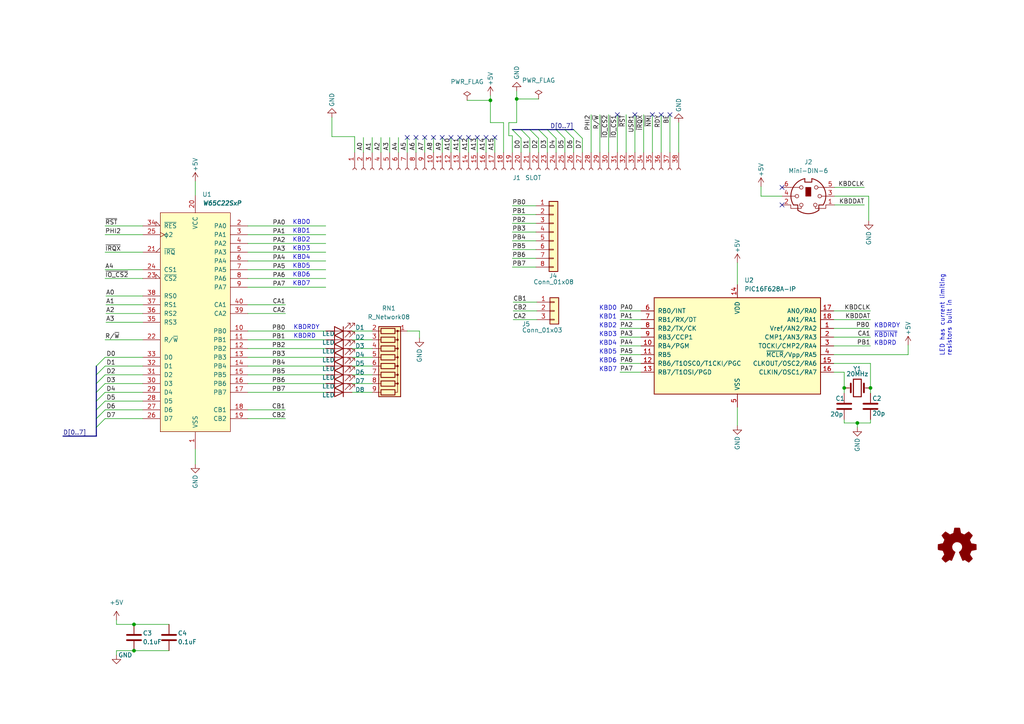
<source format=kicad_sch>
(kicad_sch (version 20211123) (generator eeschema)

  (uuid 4b7d6302-d72e-4943-9243-988a5be44044)

  (paper "A4")

  (title_block
    (title "6502-Retro IO Card")
    (date "2023-07-18")
    (rev "2.0")
    (company "David Latham")
    (comment 1 "PS/2 Keyboard Interface and GPIO")
  )

  (lib_symbols
    (symbol "65xx:W65C22SxP" (pin_names (offset 1.016)) (in_bom yes) (on_board yes)
      (property "Reference" "U" (id 0) (at -10.16 33.02 0)
        (effects (font (size 1.27 1.27)) (justify left))
      )
      (property "Value" "W65C22SxP" (id 1) (at 0 0 90)
        (effects (font (size 1.27 1.27) bold italic))
      )
      (property "Footprint" "Package_DIP:DIP-40_W15.24mm" (id 2) (at 0 3.81 0)
        (effects (font (size 1.27 1.27)) hide)
      )
      (property "Datasheet" "http://www.westerndesigncenter.com/wdc/documentation/w65c22.pdf" (id 3) (at 0 3.81 0)
        (effects (font (size 1.27 1.27)) hide)
      )
      (property "ki_keywords" "6502 6522 VIA I/O" (id 4) (at 0 0 0)
        (effects (font (size 1.27 1.27)) hide)
      )
      (property "ki_description" "W65C22S CMOS Versatile Interface Adapter (VIA), 20-pin I/O, 2 Timer/Counters, DIP-40" (id 5) (at 0 0 0)
        (effects (font (size 1.27 1.27)) hide)
      )
      (property "ki_fp_filters" "DIP-40_W15.24mm*" (id 6) (at 0 0 0)
        (effects (font (size 1.27 1.27)) hide)
      )
      (symbol "W65C22SxP_0_1"
        (rectangle (start -10.16 31.75) (end 10.16 -31.75)
          (stroke (width 0) (type default) (color 0 0 0 0))
          (fill (type background))
        )
      )
      (symbol "W65C22SxP_1_1"
        (pin power_in line (at 0 -36.83 90) (length 5.08)
          (name "VSS" (effects (font (size 1.27 1.27))))
          (number "1" (effects (font (size 1.27 1.27))))
        )
        (pin bidirectional line (at 15.24 -2.54 180) (length 5.08)
          (name "PB0" (effects (font (size 1.27 1.27))))
          (number "10" (effects (font (size 1.27 1.27))))
        )
        (pin bidirectional line (at 15.24 -5.08 180) (length 5.08)
          (name "PB1" (effects (font (size 1.27 1.27))))
          (number "11" (effects (font (size 1.27 1.27))))
        )
        (pin bidirectional line (at 15.24 -7.62 180) (length 5.08)
          (name "PB2" (effects (font (size 1.27 1.27))))
          (number "12" (effects (font (size 1.27 1.27))))
        )
        (pin bidirectional line (at 15.24 -10.16 180) (length 5.08)
          (name "PB3" (effects (font (size 1.27 1.27))))
          (number "13" (effects (font (size 1.27 1.27))))
        )
        (pin bidirectional line (at 15.24 -12.7 180) (length 5.08)
          (name "PB4" (effects (font (size 1.27 1.27))))
          (number "14" (effects (font (size 1.27 1.27))))
        )
        (pin bidirectional line (at 15.24 -15.24 180) (length 5.08)
          (name "PB5" (effects (font (size 1.27 1.27))))
          (number "15" (effects (font (size 1.27 1.27))))
        )
        (pin bidirectional line (at 15.24 -17.78 180) (length 5.08)
          (name "PB6" (effects (font (size 1.27 1.27))))
          (number "16" (effects (font (size 1.27 1.27))))
        )
        (pin bidirectional line (at 15.24 -20.32 180) (length 5.08)
          (name "PB7" (effects (font (size 1.27 1.27))))
          (number "17" (effects (font (size 1.27 1.27))))
        )
        (pin input line (at 15.24 -25.4 180) (length 5.08)
          (name "CB1" (effects (font (size 1.27 1.27))))
          (number "18" (effects (font (size 1.27 1.27))))
        )
        (pin bidirectional line (at 15.24 -27.94 180) (length 5.08)
          (name "CB2" (effects (font (size 1.27 1.27))))
          (number "19" (effects (font (size 1.27 1.27))))
        )
        (pin bidirectional line (at 15.24 27.94 180) (length 5.08)
          (name "PA0" (effects (font (size 1.27 1.27))))
          (number "2" (effects (font (size 1.27 1.27))))
        )
        (pin power_in line (at 0 36.83 270) (length 5.08)
          (name "VCC" (effects (font (size 1.27 1.27))))
          (number "20" (effects (font (size 1.27 1.27))))
        )
        (pin output output_low (at -15.24 20.32 0) (length 5.08)
          (name "~{IRQ}" (effects (font (size 1.27 1.27))))
          (number "21" (effects (font (size 1.27 1.27))))
        )
        (pin input line (at -15.24 -5.08 0) (length 5.08)
          (name "R/~{W}" (effects (font (size 1.27 1.27))))
          (number "22" (effects (font (size 1.27 1.27))))
        )
        (pin input input_low (at -15.24 12.7 0) (length 5.08)
          (name "~{CS2}" (effects (font (size 1.27 1.27))))
          (number "23" (effects (font (size 1.27 1.27))))
        )
        (pin input line (at -15.24 15.24 0) (length 5.08)
          (name "CS1" (effects (font (size 1.27 1.27))))
          (number "24" (effects (font (size 1.27 1.27))))
        )
        (pin input clock (at -15.24 25.4 0) (length 5.08)
          (name "ϕ2" (effects (font (size 1.27 1.27))))
          (number "25" (effects (font (size 1.27 1.27))))
        )
        (pin bidirectional line (at -15.24 -27.94 0) (length 5.08)
          (name "D7" (effects (font (size 1.27 1.27))))
          (number "26" (effects (font (size 1.27 1.27))))
        )
        (pin bidirectional line (at -15.24 -25.4 0) (length 5.08)
          (name "D6" (effects (font (size 1.27 1.27))))
          (number "27" (effects (font (size 1.27 1.27))))
        )
        (pin bidirectional line (at -15.24 -22.86 0) (length 5.08)
          (name "D5" (effects (font (size 1.27 1.27))))
          (number "28" (effects (font (size 1.27 1.27))))
        )
        (pin bidirectional line (at -15.24 -20.32 0) (length 5.08)
          (name "D4" (effects (font (size 1.27 1.27))))
          (number "29" (effects (font (size 1.27 1.27))))
        )
        (pin bidirectional line (at 15.24 25.4 180) (length 5.08)
          (name "PA1" (effects (font (size 1.27 1.27))))
          (number "3" (effects (font (size 1.27 1.27))))
        )
        (pin bidirectional line (at -15.24 -17.78 0) (length 5.08)
          (name "D3" (effects (font (size 1.27 1.27))))
          (number "30" (effects (font (size 1.27 1.27))))
        )
        (pin bidirectional line (at -15.24 -15.24 0) (length 5.08)
          (name "D2" (effects (font (size 1.27 1.27))))
          (number "31" (effects (font (size 1.27 1.27))))
        )
        (pin bidirectional line (at -15.24 -12.7 0) (length 5.08)
          (name "D1" (effects (font (size 1.27 1.27))))
          (number "32" (effects (font (size 1.27 1.27))))
        )
        (pin bidirectional line (at -15.24 -10.16 0) (length 5.08)
          (name "D0" (effects (font (size 1.27 1.27))))
          (number "33" (effects (font (size 1.27 1.27))))
        )
        (pin input input_low (at -15.24 27.94 0) (length 5.08)
          (name "~{RES}" (effects (font (size 1.27 1.27))))
          (number "34" (effects (font (size 1.27 1.27))))
        )
        (pin input line (at -15.24 0 0) (length 5.08)
          (name "RS3" (effects (font (size 1.27 1.27))))
          (number "35" (effects (font (size 1.27 1.27))))
        )
        (pin input line (at -15.24 2.54 0) (length 5.08)
          (name "RS2" (effects (font (size 1.27 1.27))))
          (number "36" (effects (font (size 1.27 1.27))))
        )
        (pin input line (at -15.24 5.08 0) (length 5.08)
          (name "RS1" (effects (font (size 1.27 1.27))))
          (number "37" (effects (font (size 1.27 1.27))))
        )
        (pin input line (at -15.24 7.62 0) (length 5.08)
          (name "RS0" (effects (font (size 1.27 1.27))))
          (number "38" (effects (font (size 1.27 1.27))))
        )
        (pin bidirectional line (at 15.24 2.54 180) (length 5.08)
          (name "CA2" (effects (font (size 1.27 1.27))))
          (number "39" (effects (font (size 1.27 1.27))))
        )
        (pin bidirectional line (at 15.24 22.86 180) (length 5.08)
          (name "PA2" (effects (font (size 1.27 1.27))))
          (number "4" (effects (font (size 1.27 1.27))))
        )
        (pin input line (at 15.24 5.08 180) (length 5.08)
          (name "CA1" (effects (font (size 1.27 1.27))))
          (number "40" (effects (font (size 1.27 1.27))))
        )
        (pin bidirectional line (at 15.24 20.32 180) (length 5.08)
          (name "PA3" (effects (font (size 1.27 1.27))))
          (number "5" (effects (font (size 1.27 1.27))))
        )
        (pin bidirectional line (at 15.24 17.78 180) (length 5.08)
          (name "PA4" (effects (font (size 1.27 1.27))))
          (number "6" (effects (font (size 1.27 1.27))))
        )
        (pin bidirectional line (at 15.24 15.24 180) (length 5.08)
          (name "PA5" (effects (font (size 1.27 1.27))))
          (number "7" (effects (font (size 1.27 1.27))))
        )
        (pin bidirectional line (at 15.24 12.7 180) (length 5.08)
          (name "PA6" (effects (font (size 1.27 1.27))))
          (number "8" (effects (font (size 1.27 1.27))))
        )
        (pin bidirectional line (at 15.24 10.16 180) (length 5.08)
          (name "PA7" (effects (font (size 1.27 1.27))))
          (number "9" (effects (font (size 1.27 1.27))))
        )
      )
    )
    (symbol "Connector:Conn_01x38_Female" (pin_names (offset 1.016) hide) (in_bom yes) (on_board yes)
      (property "Reference" "J" (id 0) (at 0 48.26 0)
        (effects (font (size 1.27 1.27)))
      )
      (property "Value" "Conn_01x38_Female" (id 1) (at 0 -50.8 0)
        (effects (font (size 1.27 1.27)))
      )
      (property "Footprint" "" (id 2) (at 0 0 0)
        (effects (font (size 1.27 1.27)) hide)
      )
      (property "Datasheet" "~" (id 3) (at 0 0 0)
        (effects (font (size 1.27 1.27)) hide)
      )
      (property "ki_keywords" "connector" (id 4) (at 0 0 0)
        (effects (font (size 1.27 1.27)) hide)
      )
      (property "ki_description" "Generic connector, single row, 01x38, script generated (kicad-library-utils/schlib/autogen/connector/)" (id 5) (at 0 0 0)
        (effects (font (size 1.27 1.27)) hide)
      )
      (property "ki_fp_filters" "Connector*:*_1x??_*" (id 6) (at 0 0 0)
        (effects (font (size 1.27 1.27)) hide)
      )
      (symbol "Conn_01x38_Female_1_1"
        (arc (start 0 -47.752) (mid -0.508 -48.26) (end 0 -48.768)
          (stroke (width 0.1524) (type default) (color 0 0 0 0))
          (fill (type none))
        )
        (arc (start 0 -45.212) (mid -0.508 -45.72) (end 0 -46.228)
          (stroke (width 0.1524) (type default) (color 0 0 0 0))
          (fill (type none))
        )
        (arc (start 0 -42.672) (mid -0.508 -43.18) (end 0 -43.688)
          (stroke (width 0.1524) (type default) (color 0 0 0 0))
          (fill (type none))
        )
        (arc (start 0 -40.132) (mid -0.508 -40.64) (end 0 -41.148)
          (stroke (width 0.1524) (type default) (color 0 0 0 0))
          (fill (type none))
        )
        (arc (start 0 -37.592) (mid -0.508 -38.1) (end 0 -38.608)
          (stroke (width 0.1524) (type default) (color 0 0 0 0))
          (fill (type none))
        )
        (arc (start 0 -35.052) (mid -0.508 -35.56) (end 0 -36.068)
          (stroke (width 0.1524) (type default) (color 0 0 0 0))
          (fill (type none))
        )
        (arc (start 0 -32.512) (mid -0.508 -33.02) (end 0 -33.528)
          (stroke (width 0.1524) (type default) (color 0 0 0 0))
          (fill (type none))
        )
        (arc (start 0 -29.972) (mid -0.508 -30.48) (end 0 -30.988)
          (stroke (width 0.1524) (type default) (color 0 0 0 0))
          (fill (type none))
        )
        (arc (start 0 -27.432) (mid -0.508 -27.94) (end 0 -28.448)
          (stroke (width 0.1524) (type default) (color 0 0 0 0))
          (fill (type none))
        )
        (arc (start 0 -24.892) (mid -0.508 -25.4) (end 0 -25.908)
          (stroke (width 0.1524) (type default) (color 0 0 0 0))
          (fill (type none))
        )
        (arc (start 0 -22.352) (mid -0.508 -22.86) (end 0 -23.368)
          (stroke (width 0.1524) (type default) (color 0 0 0 0))
          (fill (type none))
        )
        (arc (start 0 -19.812) (mid -0.508 -20.32) (end 0 -20.828)
          (stroke (width 0.1524) (type default) (color 0 0 0 0))
          (fill (type none))
        )
        (arc (start 0 -17.272) (mid -0.508 -17.78) (end 0 -18.288)
          (stroke (width 0.1524) (type default) (color 0 0 0 0))
          (fill (type none))
        )
        (arc (start 0 -14.732) (mid -0.508 -15.24) (end 0 -15.748)
          (stroke (width 0.1524) (type default) (color 0 0 0 0))
          (fill (type none))
        )
        (arc (start 0 -12.192) (mid -0.508 -12.7) (end 0 -13.208)
          (stroke (width 0.1524) (type default) (color 0 0 0 0))
          (fill (type none))
        )
        (arc (start 0 -9.652) (mid -0.508 -10.16) (end 0 -10.668)
          (stroke (width 0.1524) (type default) (color 0 0 0 0))
          (fill (type none))
        )
        (arc (start 0 -7.112) (mid -0.508 -7.62) (end 0 -8.128)
          (stroke (width 0.1524) (type default) (color 0 0 0 0))
          (fill (type none))
        )
        (arc (start 0 -4.572) (mid -0.508 -5.08) (end 0 -5.588)
          (stroke (width 0.1524) (type default) (color 0 0 0 0))
          (fill (type none))
        )
        (arc (start 0 -2.032) (mid -0.508 -2.54) (end 0 -3.048)
          (stroke (width 0.1524) (type default) (color 0 0 0 0))
          (fill (type none))
        )
        (polyline
          (pts
            (xy -1.27 -48.26)
            (xy -0.508 -48.26)
          )
          (stroke (width 0.1524) (type default) (color 0 0 0 0))
          (fill (type none))
        )
        (polyline
          (pts
            (xy -1.27 -45.72)
            (xy -0.508 -45.72)
          )
          (stroke (width 0.1524) (type default) (color 0 0 0 0))
          (fill (type none))
        )
        (polyline
          (pts
            (xy -1.27 -43.18)
            (xy -0.508 -43.18)
          )
          (stroke (width 0.1524) (type default) (color 0 0 0 0))
          (fill (type none))
        )
        (polyline
          (pts
            (xy -1.27 -40.64)
            (xy -0.508 -40.64)
          )
          (stroke (width 0.1524) (type default) (color 0 0 0 0))
          (fill (type none))
        )
        (polyline
          (pts
            (xy -1.27 -38.1)
            (xy -0.508 -38.1)
          )
          (stroke (width 0.1524) (type default) (color 0 0 0 0))
          (fill (type none))
        )
        (polyline
          (pts
            (xy -1.27 -35.56)
            (xy -0.508 -35.56)
          )
          (stroke (width 0.1524) (type default) (color 0 0 0 0))
          (fill (type none))
        )
        (polyline
          (pts
            (xy -1.27 -33.02)
            (xy -0.508 -33.02)
          )
          (stroke (width 0.1524) (type default) (color 0 0 0 0))
          (fill (type none))
        )
        (polyline
          (pts
            (xy -1.27 -30.48)
            (xy -0.508 -30.48)
          )
          (stroke (width 0.1524) (type default) (color 0 0 0 0))
          (fill (type none))
        )
        (polyline
          (pts
            (xy -1.27 -27.94)
            (xy -0.508 -27.94)
          )
          (stroke (width 0.1524) (type default) (color 0 0 0 0))
          (fill (type none))
        )
        (polyline
          (pts
            (xy -1.27 -25.4)
            (xy -0.508 -25.4)
          )
          (stroke (width 0.1524) (type default) (color 0 0 0 0))
          (fill (type none))
        )
        (polyline
          (pts
            (xy -1.27 -22.86)
            (xy -0.508 -22.86)
          )
          (stroke (width 0.1524) (type default) (color 0 0 0 0))
          (fill (type none))
        )
        (polyline
          (pts
            (xy -1.27 -20.32)
            (xy -0.508 -20.32)
          )
          (stroke (width 0.1524) (type default) (color 0 0 0 0))
          (fill (type none))
        )
        (polyline
          (pts
            (xy -1.27 -17.78)
            (xy -0.508 -17.78)
          )
          (stroke (width 0.1524) (type default) (color 0 0 0 0))
          (fill (type none))
        )
        (polyline
          (pts
            (xy -1.27 -15.24)
            (xy -0.508 -15.24)
          )
          (stroke (width 0.1524) (type default) (color 0 0 0 0))
          (fill (type none))
        )
        (polyline
          (pts
            (xy -1.27 -12.7)
            (xy -0.508 -12.7)
          )
          (stroke (width 0.1524) (type default) (color 0 0 0 0))
          (fill (type none))
        )
        (polyline
          (pts
            (xy -1.27 -10.16)
            (xy -0.508 -10.16)
          )
          (stroke (width 0.1524) (type default) (color 0 0 0 0))
          (fill (type none))
        )
        (polyline
          (pts
            (xy -1.27 -7.62)
            (xy -0.508 -7.62)
          )
          (stroke (width 0.1524) (type default) (color 0 0 0 0))
          (fill (type none))
        )
        (polyline
          (pts
            (xy -1.27 -5.08)
            (xy -0.508 -5.08)
          )
          (stroke (width 0.1524) (type default) (color 0 0 0 0))
          (fill (type none))
        )
        (polyline
          (pts
            (xy -1.27 -2.54)
            (xy -0.508 -2.54)
          )
          (stroke (width 0.1524) (type default) (color 0 0 0 0))
          (fill (type none))
        )
        (polyline
          (pts
            (xy -1.27 0)
            (xy -0.508 0)
          )
          (stroke (width 0.1524) (type default) (color 0 0 0 0))
          (fill (type none))
        )
        (polyline
          (pts
            (xy -1.27 2.54)
            (xy -0.508 2.54)
          )
          (stroke (width 0.1524) (type default) (color 0 0 0 0))
          (fill (type none))
        )
        (polyline
          (pts
            (xy -1.27 5.08)
            (xy -0.508 5.08)
          )
          (stroke (width 0.1524) (type default) (color 0 0 0 0))
          (fill (type none))
        )
        (polyline
          (pts
            (xy -1.27 7.62)
            (xy -0.508 7.62)
          )
          (stroke (width 0.1524) (type default) (color 0 0 0 0))
          (fill (type none))
        )
        (polyline
          (pts
            (xy -1.27 10.16)
            (xy -0.508 10.16)
          )
          (stroke (width 0.1524) (type default) (color 0 0 0 0))
          (fill (type none))
        )
        (polyline
          (pts
            (xy -1.27 12.7)
            (xy -0.508 12.7)
          )
          (stroke (width 0.1524) (type default) (color 0 0 0 0))
          (fill (type none))
        )
        (polyline
          (pts
            (xy -1.27 15.24)
            (xy -0.508 15.24)
          )
          (stroke (width 0.1524) (type default) (color 0 0 0 0))
          (fill (type none))
        )
        (polyline
          (pts
            (xy -1.27 17.78)
            (xy -0.508 17.78)
          )
          (stroke (width 0.1524) (type default) (color 0 0 0 0))
          (fill (type none))
        )
        (polyline
          (pts
            (xy -1.27 20.32)
            (xy -0.508 20.32)
          )
          (stroke (width 0.1524) (type default) (color 0 0 0 0))
          (fill (type none))
        )
        (polyline
          (pts
            (xy -1.27 22.86)
            (xy -0.508 22.86)
          )
          (stroke (width 0.1524) (type default) (color 0 0 0 0))
          (fill (type none))
        )
        (polyline
          (pts
            (xy -1.27 25.4)
            (xy -0.508 25.4)
          )
          (stroke (width 0.1524) (type default) (color 0 0 0 0))
          (fill (type none))
        )
        (polyline
          (pts
            (xy -1.27 27.94)
            (xy -0.508 27.94)
          )
          (stroke (width 0.1524) (type default) (color 0 0 0 0))
          (fill (type none))
        )
        (polyline
          (pts
            (xy -1.27 30.48)
            (xy -0.508 30.48)
          )
          (stroke (width 0.1524) (type default) (color 0 0 0 0))
          (fill (type none))
        )
        (polyline
          (pts
            (xy -1.27 33.02)
            (xy -0.508 33.02)
          )
          (stroke (width 0.1524) (type default) (color 0 0 0 0))
          (fill (type none))
        )
        (polyline
          (pts
            (xy -1.27 35.56)
            (xy -0.508 35.56)
          )
          (stroke (width 0.1524) (type default) (color 0 0 0 0))
          (fill (type none))
        )
        (polyline
          (pts
            (xy -1.27 38.1)
            (xy -0.508 38.1)
          )
          (stroke (width 0.1524) (type default) (color 0 0 0 0))
          (fill (type none))
        )
        (polyline
          (pts
            (xy -1.27 40.64)
            (xy -0.508 40.64)
          )
          (stroke (width 0.1524) (type default) (color 0 0 0 0))
          (fill (type none))
        )
        (polyline
          (pts
            (xy -1.27 43.18)
            (xy -0.508 43.18)
          )
          (stroke (width 0.1524) (type default) (color 0 0 0 0))
          (fill (type none))
        )
        (polyline
          (pts
            (xy -1.27 45.72)
            (xy -0.508 45.72)
          )
          (stroke (width 0.1524) (type default) (color 0 0 0 0))
          (fill (type none))
        )
        (arc (start 0 0.508) (mid -0.508 0) (end 0 -0.508)
          (stroke (width 0.1524) (type default) (color 0 0 0 0))
          (fill (type none))
        )
        (arc (start 0 3.048) (mid -0.508 2.54) (end 0 2.032)
          (stroke (width 0.1524) (type default) (color 0 0 0 0))
          (fill (type none))
        )
        (arc (start 0 5.588) (mid -0.508 5.08) (end 0 4.572)
          (stroke (width 0.1524) (type default) (color 0 0 0 0))
          (fill (type none))
        )
        (arc (start 0 8.128) (mid -0.508 7.62) (end 0 7.112)
          (stroke (width 0.1524) (type default) (color 0 0 0 0))
          (fill (type none))
        )
        (arc (start 0 10.668) (mid -0.508 10.16) (end 0 9.652)
          (stroke (width 0.1524) (type default) (color 0 0 0 0))
          (fill (type none))
        )
        (arc (start 0 13.208) (mid -0.508 12.7) (end 0 12.192)
          (stroke (width 0.1524) (type default) (color 0 0 0 0))
          (fill (type none))
        )
        (arc (start 0 15.748) (mid -0.508 15.24) (end 0 14.732)
          (stroke (width 0.1524) (type default) (color 0 0 0 0))
          (fill (type none))
        )
        (arc (start 0 18.288) (mid -0.508 17.78) (end 0 17.272)
          (stroke (width 0.1524) (type default) (color 0 0 0 0))
          (fill (type none))
        )
        (arc (start 0 20.828) (mid -0.508 20.32) (end 0 19.812)
          (stroke (width 0.1524) (type default) (color 0 0 0 0))
          (fill (type none))
        )
        (arc (start 0 23.368) (mid -0.508 22.86) (end 0 22.352)
          (stroke (width 0.1524) (type default) (color 0 0 0 0))
          (fill (type none))
        )
        (arc (start 0 25.908) (mid -0.508 25.4) (end 0 24.892)
          (stroke (width 0.1524) (type default) (color 0 0 0 0))
          (fill (type none))
        )
        (arc (start 0 28.448) (mid -0.508 27.94) (end 0 27.432)
          (stroke (width 0.1524) (type default) (color 0 0 0 0))
          (fill (type none))
        )
        (arc (start 0 30.988) (mid -0.508 30.48) (end 0 29.972)
          (stroke (width 0.1524) (type default) (color 0 0 0 0))
          (fill (type none))
        )
        (arc (start 0 33.528) (mid -0.508 33.02) (end 0 32.512)
          (stroke (width 0.1524) (type default) (color 0 0 0 0))
          (fill (type none))
        )
        (arc (start 0 36.068) (mid -0.508 35.56) (end 0 35.052)
          (stroke (width 0.1524) (type default) (color 0 0 0 0))
          (fill (type none))
        )
        (arc (start 0 38.608) (mid -0.508 38.1) (end 0 37.592)
          (stroke (width 0.1524) (type default) (color 0 0 0 0))
          (fill (type none))
        )
        (arc (start 0 41.148) (mid -0.508 40.64) (end 0 40.132)
          (stroke (width 0.1524) (type default) (color 0 0 0 0))
          (fill (type none))
        )
        (arc (start 0 43.688) (mid -0.508 43.18) (end 0 42.672)
          (stroke (width 0.1524) (type default) (color 0 0 0 0))
          (fill (type none))
        )
        (arc (start 0 46.228) (mid -0.508 45.72) (end 0 45.212)
          (stroke (width 0.1524) (type default) (color 0 0 0 0))
          (fill (type none))
        )
        (pin passive line (at -5.08 45.72 0) (length 3.81)
          (name "Pin_1" (effects (font (size 1.27 1.27))))
          (number "1" (effects (font (size 1.27 1.27))))
        )
        (pin passive line (at -5.08 22.86 0) (length 3.81)
          (name "Pin_10" (effects (font (size 1.27 1.27))))
          (number "10" (effects (font (size 1.27 1.27))))
        )
        (pin passive line (at -5.08 20.32 0) (length 3.81)
          (name "Pin_11" (effects (font (size 1.27 1.27))))
          (number "11" (effects (font (size 1.27 1.27))))
        )
        (pin passive line (at -5.08 17.78 0) (length 3.81)
          (name "Pin_12" (effects (font (size 1.27 1.27))))
          (number "12" (effects (font (size 1.27 1.27))))
        )
        (pin passive line (at -5.08 15.24 0) (length 3.81)
          (name "Pin_13" (effects (font (size 1.27 1.27))))
          (number "13" (effects (font (size 1.27 1.27))))
        )
        (pin passive line (at -5.08 12.7 0) (length 3.81)
          (name "Pin_14" (effects (font (size 1.27 1.27))))
          (number "14" (effects (font (size 1.27 1.27))))
        )
        (pin passive line (at -5.08 10.16 0) (length 3.81)
          (name "Pin_15" (effects (font (size 1.27 1.27))))
          (number "15" (effects (font (size 1.27 1.27))))
        )
        (pin passive line (at -5.08 7.62 0) (length 3.81)
          (name "Pin_16" (effects (font (size 1.27 1.27))))
          (number "16" (effects (font (size 1.27 1.27))))
        )
        (pin passive line (at -5.08 5.08 0) (length 3.81)
          (name "Pin_17" (effects (font (size 1.27 1.27))))
          (number "17" (effects (font (size 1.27 1.27))))
        )
        (pin passive line (at -5.08 2.54 0) (length 3.81)
          (name "Pin_18" (effects (font (size 1.27 1.27))))
          (number "18" (effects (font (size 1.27 1.27))))
        )
        (pin passive line (at -5.08 0 0) (length 3.81)
          (name "Pin_19" (effects (font (size 1.27 1.27))))
          (number "19" (effects (font (size 1.27 1.27))))
        )
        (pin passive line (at -5.08 43.18 0) (length 3.81)
          (name "Pin_2" (effects (font (size 1.27 1.27))))
          (number "2" (effects (font (size 1.27 1.27))))
        )
        (pin passive line (at -5.08 -2.54 0) (length 3.81)
          (name "Pin_20" (effects (font (size 1.27 1.27))))
          (number "20" (effects (font (size 1.27 1.27))))
        )
        (pin passive line (at -5.08 -5.08 0) (length 3.81)
          (name "Pin_21" (effects (font (size 1.27 1.27))))
          (number "21" (effects (font (size 1.27 1.27))))
        )
        (pin passive line (at -5.08 -7.62 0) (length 3.81)
          (name "Pin_22" (effects (font (size 1.27 1.27))))
          (number "22" (effects (font (size 1.27 1.27))))
        )
        (pin passive line (at -5.08 -10.16 0) (length 3.81)
          (name "Pin_23" (effects (font (size 1.27 1.27))))
          (number "23" (effects (font (size 1.27 1.27))))
        )
        (pin passive line (at -5.08 -12.7 0) (length 3.81)
          (name "Pin_24" (effects (font (size 1.27 1.27))))
          (number "24" (effects (font (size 1.27 1.27))))
        )
        (pin passive line (at -5.08 -15.24 0) (length 3.81)
          (name "Pin_25" (effects (font (size 1.27 1.27))))
          (number "25" (effects (font (size 1.27 1.27))))
        )
        (pin passive line (at -5.08 -17.78 0) (length 3.81)
          (name "Pin_26" (effects (font (size 1.27 1.27))))
          (number "26" (effects (font (size 1.27 1.27))))
        )
        (pin passive line (at -5.08 -20.32 0) (length 3.81)
          (name "Pin_27" (effects (font (size 1.27 1.27))))
          (number "27" (effects (font (size 1.27 1.27))))
        )
        (pin passive line (at -5.08 -22.86 0) (length 3.81)
          (name "Pin_28" (effects (font (size 1.27 1.27))))
          (number "28" (effects (font (size 1.27 1.27))))
        )
        (pin passive line (at -5.08 -25.4 0) (length 3.81)
          (name "Pin_29" (effects (font (size 1.27 1.27))))
          (number "29" (effects (font (size 1.27 1.27))))
        )
        (pin passive line (at -5.08 40.64 0) (length 3.81)
          (name "Pin_3" (effects (font (size 1.27 1.27))))
          (number "3" (effects (font (size 1.27 1.27))))
        )
        (pin passive line (at -5.08 -27.94 0) (length 3.81)
          (name "Pin_30" (effects (font (size 1.27 1.27))))
          (number "30" (effects (font (size 1.27 1.27))))
        )
        (pin passive line (at -5.08 -30.48 0) (length 3.81)
          (name "Pin_31" (effects (font (size 1.27 1.27))))
          (number "31" (effects (font (size 1.27 1.27))))
        )
        (pin passive line (at -5.08 -33.02 0) (length 3.81)
          (name "Pin_32" (effects (font (size 1.27 1.27))))
          (number "32" (effects (font (size 1.27 1.27))))
        )
        (pin passive line (at -5.08 -35.56 0) (length 3.81)
          (name "Pin_33" (effects (font (size 1.27 1.27))))
          (number "33" (effects (font (size 1.27 1.27))))
        )
        (pin passive line (at -5.08 -38.1 0) (length 3.81)
          (name "Pin_34" (effects (font (size 1.27 1.27))))
          (number "34" (effects (font (size 1.27 1.27))))
        )
        (pin passive line (at -5.08 -40.64 0) (length 3.81)
          (name "Pin_35" (effects (font (size 1.27 1.27))))
          (number "35" (effects (font (size 1.27 1.27))))
        )
        (pin passive line (at -5.08 -43.18 0) (length 3.81)
          (name "Pin_36" (effects (font (size 1.27 1.27))))
          (number "36" (effects (font (size 1.27 1.27))))
        )
        (pin passive line (at -5.08 -45.72 0) (length 3.81)
          (name "Pin_37" (effects (font (size 1.27 1.27))))
          (number "37" (effects (font (size 1.27 1.27))))
        )
        (pin passive line (at -5.08 -48.26 0) (length 3.81)
          (name "Pin_38" (effects (font (size 1.27 1.27))))
          (number "38" (effects (font (size 1.27 1.27))))
        )
        (pin passive line (at -5.08 38.1 0) (length 3.81)
          (name "Pin_4" (effects (font (size 1.27 1.27))))
          (number "4" (effects (font (size 1.27 1.27))))
        )
        (pin passive line (at -5.08 35.56 0) (length 3.81)
          (name "Pin_5" (effects (font (size 1.27 1.27))))
          (number "5" (effects (font (size 1.27 1.27))))
        )
        (pin passive line (at -5.08 33.02 0) (length 3.81)
          (name "Pin_6" (effects (font (size 1.27 1.27))))
          (number "6" (effects (font (size 1.27 1.27))))
        )
        (pin passive line (at -5.08 30.48 0) (length 3.81)
          (name "Pin_7" (effects (font (size 1.27 1.27))))
          (number "7" (effects (font (size 1.27 1.27))))
        )
        (pin passive line (at -5.08 27.94 0) (length 3.81)
          (name "Pin_8" (effects (font (size 1.27 1.27))))
          (number "8" (effects (font (size 1.27 1.27))))
        )
        (pin passive line (at -5.08 25.4 0) (length 3.81)
          (name "Pin_9" (effects (font (size 1.27 1.27))))
          (number "9" (effects (font (size 1.27 1.27))))
        )
      )
    )
    (symbol "Connector:Mini-DIN-6" (pin_names (offset 1.016)) (in_bom yes) (on_board yes)
      (property "Reference" "J" (id 0) (at 0 6.35 0)
        (effects (font (size 1.27 1.27)))
      )
      (property "Value" "Mini-DIN-6" (id 1) (at 0 -6.35 0)
        (effects (font (size 1.27 1.27)))
      )
      (property "Footprint" "" (id 2) (at 0 0 0)
        (effects (font (size 1.27 1.27)) hide)
      )
      (property "Datasheet" "http://service.powerdynamics.com/ec/Catalog17/Section%2011.pdf" (id 3) (at 0 0 0)
        (effects (font (size 1.27 1.27)) hide)
      )
      (property "ki_keywords" "Mini-DIN" (id 4) (at 0 0 0)
        (effects (font (size 1.27 1.27)) hide)
      )
      (property "ki_description" "6-pin Mini-DIN connector" (id 5) (at 0 0 0)
        (effects (font (size 1.27 1.27)) hide)
      )
      (property "ki_fp_filters" "MINI?DIN*" (id 6) (at 0 0 0)
        (effects (font (size 1.27 1.27)) hide)
      )
      (symbol "Mini-DIN-6_0_1"
        (circle (center -3.302 0) (radius 0.508)
          (stroke (width 0) (type default) (color 0 0 0 0))
          (fill (type none))
        )
        (arc (start -3.048 -4.064) (mid 0 -5.08) (end 3.048 -4.064)
          (stroke (width 0.254) (type default) (color 0 0 0 0))
          (fill (type none))
        )
        (circle (center -2.032 -2.54) (radius 0.508)
          (stroke (width 0) (type default) (color 0 0 0 0))
          (fill (type none))
        )
        (circle (center -2.032 2.54) (radius 0.508)
          (stroke (width 0) (type default) (color 0 0 0 0))
          (fill (type none))
        )
        (arc (start -1.016 5.08) (mid -4.6228 2.1214) (end -4.318 -2.54)
          (stroke (width 0.254) (type default) (color 0 0 0 0))
          (fill (type none))
        )
        (rectangle (start -0.762 2.54) (end 0.762 0)
          (stroke (width 0) (type default) (color 0 0 0 0))
          (fill (type outline))
        )
        (polyline
          (pts
            (xy -3.81 0)
            (xy -5.08 0)
          )
          (stroke (width 0) (type default) (color 0 0 0 0))
          (fill (type none))
        )
        (polyline
          (pts
            (xy -2.54 2.54)
            (xy -5.08 2.54)
          )
          (stroke (width 0) (type default) (color 0 0 0 0))
          (fill (type none))
        )
        (polyline
          (pts
            (xy 2.794 2.54)
            (xy 5.08 2.54)
          )
          (stroke (width 0) (type default) (color 0 0 0 0))
          (fill (type none))
        )
        (polyline
          (pts
            (xy 5.08 0)
            (xy 3.81 0)
          )
          (stroke (width 0) (type default) (color 0 0 0 0))
          (fill (type none))
        )
        (polyline
          (pts
            (xy -4.318 -2.54)
            (xy -3.048 -2.54)
            (xy -3.048 -4.064)
          )
          (stroke (width 0.254) (type default) (color 0 0 0 0))
          (fill (type none))
        )
        (polyline
          (pts
            (xy 4.318 -2.54)
            (xy 3.048 -2.54)
            (xy 3.048 -4.064)
          )
          (stroke (width 0.254) (type default) (color 0 0 0 0))
          (fill (type none))
        )
        (polyline
          (pts
            (xy -2.032 -3.048)
            (xy -2.032 -3.556)
            (xy -5.08 -3.556)
            (xy -5.08 -2.54)
          )
          (stroke (width 0) (type default) (color 0 0 0 0))
          (fill (type none))
        )
        (polyline
          (pts
            (xy -1.016 5.08)
            (xy -1.016 4.064)
            (xy 1.016 4.064)
            (xy 1.016 5.08)
          )
          (stroke (width 0.254) (type default) (color 0 0 0 0))
          (fill (type none))
        )
        (polyline
          (pts
            (xy 2.032 -3.048)
            (xy 2.032 -3.556)
            (xy 5.08 -3.556)
            (xy 5.08 -2.54)
          )
          (stroke (width 0) (type default) (color 0 0 0 0))
          (fill (type none))
        )
        (circle (center 2.032 -2.54) (radius 0.508)
          (stroke (width 0) (type default) (color 0 0 0 0))
          (fill (type none))
        )
        (circle (center 2.286 2.54) (radius 0.508)
          (stroke (width 0) (type default) (color 0 0 0 0))
          (fill (type none))
        )
        (circle (center 3.302 0) (radius 0.508)
          (stroke (width 0) (type default) (color 0 0 0 0))
          (fill (type none))
        )
        (arc (start 4.318 -2.54) (mid 4.6661 2.1322) (end 1.016 5.08)
          (stroke (width 0.254) (type default) (color 0 0 0 0))
          (fill (type none))
        )
      )
      (symbol "Mini-DIN-6_1_1"
        (pin passive line (at 7.62 -2.54 180) (length 2.54)
          (name "~" (effects (font (size 1.27 1.27))))
          (number "1" (effects (font (size 1.27 1.27))))
        )
        (pin passive line (at -7.62 -2.54 0) (length 2.54)
          (name "~" (effects (font (size 1.27 1.27))))
          (number "2" (effects (font (size 1.27 1.27))))
        )
        (pin passive line (at 7.62 0 180) (length 2.54)
          (name "~" (effects (font (size 1.27 1.27))))
          (number "3" (effects (font (size 1.27 1.27))))
        )
        (pin passive line (at -7.62 0 0) (length 2.54)
          (name "~" (effects (font (size 1.27 1.27))))
          (number "4" (effects (font (size 1.27 1.27))))
        )
        (pin passive line (at 7.62 2.54 180) (length 2.54)
          (name "~" (effects (font (size 1.27 1.27))))
          (number "5" (effects (font (size 1.27 1.27))))
        )
        (pin passive line (at -7.62 2.54 0) (length 2.54)
          (name "~" (effects (font (size 1.27 1.27))))
          (number "6" (effects (font (size 1.27 1.27))))
        )
      )
    )
    (symbol "Connector_Generic:Conn_01x03" (pin_names (offset 1.016) hide) (in_bom yes) (on_board yes)
      (property "Reference" "J" (id 0) (at 0 5.08 0)
        (effects (font (size 1.27 1.27)))
      )
      (property "Value" "Conn_01x03" (id 1) (at 0 -5.08 0)
        (effects (font (size 1.27 1.27)))
      )
      (property "Footprint" "" (id 2) (at 0 0 0)
        (effects (font (size 1.27 1.27)) hide)
      )
      (property "Datasheet" "~" (id 3) (at 0 0 0)
        (effects (font (size 1.27 1.27)) hide)
      )
      (property "ki_keywords" "connector" (id 4) (at 0 0 0)
        (effects (font (size 1.27 1.27)) hide)
      )
      (property "ki_description" "Generic connector, single row, 01x03, script generated (kicad-library-utils/schlib/autogen/connector/)" (id 5) (at 0 0 0)
        (effects (font (size 1.27 1.27)) hide)
      )
      (property "ki_fp_filters" "Connector*:*_1x??_*" (id 6) (at 0 0 0)
        (effects (font (size 1.27 1.27)) hide)
      )
      (symbol "Conn_01x03_1_1"
        (rectangle (start -1.27 -2.413) (end 0 -2.667)
          (stroke (width 0.1524) (type default) (color 0 0 0 0))
          (fill (type none))
        )
        (rectangle (start -1.27 0.127) (end 0 -0.127)
          (stroke (width 0.1524) (type default) (color 0 0 0 0))
          (fill (type none))
        )
        (rectangle (start -1.27 2.667) (end 0 2.413)
          (stroke (width 0.1524) (type default) (color 0 0 0 0))
          (fill (type none))
        )
        (rectangle (start -1.27 3.81) (end 1.27 -3.81)
          (stroke (width 0.254) (type default) (color 0 0 0 0))
          (fill (type background))
        )
        (pin passive line (at -5.08 2.54 0) (length 3.81)
          (name "Pin_1" (effects (font (size 1.27 1.27))))
          (number "1" (effects (font (size 1.27 1.27))))
        )
        (pin passive line (at -5.08 0 0) (length 3.81)
          (name "Pin_2" (effects (font (size 1.27 1.27))))
          (number "2" (effects (font (size 1.27 1.27))))
        )
        (pin passive line (at -5.08 -2.54 0) (length 3.81)
          (name "Pin_3" (effects (font (size 1.27 1.27))))
          (number "3" (effects (font (size 1.27 1.27))))
        )
      )
    )
    (symbol "Connector_Generic:Conn_01x08" (pin_names (offset 1.016) hide) (in_bom yes) (on_board yes)
      (property "Reference" "J" (id 0) (at 0 10.16 0)
        (effects (font (size 1.27 1.27)))
      )
      (property "Value" "Conn_01x08" (id 1) (at 0 -12.7 0)
        (effects (font (size 1.27 1.27)))
      )
      (property "Footprint" "" (id 2) (at 0 0 0)
        (effects (font (size 1.27 1.27)) hide)
      )
      (property "Datasheet" "~" (id 3) (at 0 0 0)
        (effects (font (size 1.27 1.27)) hide)
      )
      (property "ki_keywords" "connector" (id 4) (at 0 0 0)
        (effects (font (size 1.27 1.27)) hide)
      )
      (property "ki_description" "Generic connector, single row, 01x08, script generated (kicad-library-utils/schlib/autogen/connector/)" (id 5) (at 0 0 0)
        (effects (font (size 1.27 1.27)) hide)
      )
      (property "ki_fp_filters" "Connector*:*_1x??_*" (id 6) (at 0 0 0)
        (effects (font (size 1.27 1.27)) hide)
      )
      (symbol "Conn_01x08_1_1"
        (rectangle (start -1.27 -10.033) (end 0 -10.287)
          (stroke (width 0.1524) (type default) (color 0 0 0 0))
          (fill (type none))
        )
        (rectangle (start -1.27 -7.493) (end 0 -7.747)
          (stroke (width 0.1524) (type default) (color 0 0 0 0))
          (fill (type none))
        )
        (rectangle (start -1.27 -4.953) (end 0 -5.207)
          (stroke (width 0.1524) (type default) (color 0 0 0 0))
          (fill (type none))
        )
        (rectangle (start -1.27 -2.413) (end 0 -2.667)
          (stroke (width 0.1524) (type default) (color 0 0 0 0))
          (fill (type none))
        )
        (rectangle (start -1.27 0.127) (end 0 -0.127)
          (stroke (width 0.1524) (type default) (color 0 0 0 0))
          (fill (type none))
        )
        (rectangle (start -1.27 2.667) (end 0 2.413)
          (stroke (width 0.1524) (type default) (color 0 0 0 0))
          (fill (type none))
        )
        (rectangle (start -1.27 5.207) (end 0 4.953)
          (stroke (width 0.1524) (type default) (color 0 0 0 0))
          (fill (type none))
        )
        (rectangle (start -1.27 7.747) (end 0 7.493)
          (stroke (width 0.1524) (type default) (color 0 0 0 0))
          (fill (type none))
        )
        (rectangle (start -1.27 8.89) (end 1.27 -11.43)
          (stroke (width 0.254) (type default) (color 0 0 0 0))
          (fill (type background))
        )
        (pin passive line (at -5.08 7.62 0) (length 3.81)
          (name "Pin_1" (effects (font (size 1.27 1.27))))
          (number "1" (effects (font (size 1.27 1.27))))
        )
        (pin passive line (at -5.08 5.08 0) (length 3.81)
          (name "Pin_2" (effects (font (size 1.27 1.27))))
          (number "2" (effects (font (size 1.27 1.27))))
        )
        (pin passive line (at -5.08 2.54 0) (length 3.81)
          (name "Pin_3" (effects (font (size 1.27 1.27))))
          (number "3" (effects (font (size 1.27 1.27))))
        )
        (pin passive line (at -5.08 0 0) (length 3.81)
          (name "Pin_4" (effects (font (size 1.27 1.27))))
          (number "4" (effects (font (size 1.27 1.27))))
        )
        (pin passive line (at -5.08 -2.54 0) (length 3.81)
          (name "Pin_5" (effects (font (size 1.27 1.27))))
          (number "5" (effects (font (size 1.27 1.27))))
        )
        (pin passive line (at -5.08 -5.08 0) (length 3.81)
          (name "Pin_6" (effects (font (size 1.27 1.27))))
          (number "6" (effects (font (size 1.27 1.27))))
        )
        (pin passive line (at -5.08 -7.62 0) (length 3.81)
          (name "Pin_7" (effects (font (size 1.27 1.27))))
          (number "7" (effects (font (size 1.27 1.27))))
        )
        (pin passive line (at -5.08 -10.16 0) (length 3.81)
          (name "Pin_8" (effects (font (size 1.27 1.27))))
          (number "8" (effects (font (size 1.27 1.27))))
        )
      )
    )
    (symbol "Device:C" (pin_numbers hide) (pin_names (offset 0.254)) (in_bom yes) (on_board yes)
      (property "Reference" "C" (id 0) (at 0.635 2.54 0)
        (effects (font (size 1.27 1.27)) (justify left))
      )
      (property "Value" "C" (id 1) (at 0.635 -2.54 0)
        (effects (font (size 1.27 1.27)) (justify left))
      )
      (property "Footprint" "" (id 2) (at 0.9652 -3.81 0)
        (effects (font (size 1.27 1.27)) hide)
      )
      (property "Datasheet" "~" (id 3) (at 0 0 0)
        (effects (font (size 1.27 1.27)) hide)
      )
      (property "ki_keywords" "cap capacitor" (id 4) (at 0 0 0)
        (effects (font (size 1.27 1.27)) hide)
      )
      (property "ki_description" "Unpolarized capacitor" (id 5) (at 0 0 0)
        (effects (font (size 1.27 1.27)) hide)
      )
      (property "ki_fp_filters" "C_*" (id 6) (at 0 0 0)
        (effects (font (size 1.27 1.27)) hide)
      )
      (symbol "C_0_1"
        (polyline
          (pts
            (xy -2.032 -0.762)
            (xy 2.032 -0.762)
          )
          (stroke (width 0.508) (type default) (color 0 0 0 0))
          (fill (type none))
        )
        (polyline
          (pts
            (xy -2.032 0.762)
            (xy 2.032 0.762)
          )
          (stroke (width 0.508) (type default) (color 0 0 0 0))
          (fill (type none))
        )
      )
      (symbol "C_1_1"
        (pin passive line (at 0 3.81 270) (length 2.794)
          (name "~" (effects (font (size 1.27 1.27))))
          (number "1" (effects (font (size 1.27 1.27))))
        )
        (pin passive line (at 0 -3.81 90) (length 2.794)
          (name "~" (effects (font (size 1.27 1.27))))
          (number "2" (effects (font (size 1.27 1.27))))
        )
      )
    )
    (symbol "Device:Crystal" (pin_numbers hide) (pin_names (offset 1.016) hide) (in_bom yes) (on_board yes)
      (property "Reference" "Y" (id 0) (at 0 3.81 0)
        (effects (font (size 1.27 1.27)))
      )
      (property "Value" "Crystal" (id 1) (at 0 -3.81 0)
        (effects (font (size 1.27 1.27)))
      )
      (property "Footprint" "" (id 2) (at 0 0 0)
        (effects (font (size 1.27 1.27)) hide)
      )
      (property "Datasheet" "~" (id 3) (at 0 0 0)
        (effects (font (size 1.27 1.27)) hide)
      )
      (property "ki_keywords" "quartz ceramic resonator oscillator" (id 4) (at 0 0 0)
        (effects (font (size 1.27 1.27)) hide)
      )
      (property "ki_description" "Two pin crystal" (id 5) (at 0 0 0)
        (effects (font (size 1.27 1.27)) hide)
      )
      (property "ki_fp_filters" "Crystal*" (id 6) (at 0 0 0)
        (effects (font (size 1.27 1.27)) hide)
      )
      (symbol "Crystal_0_1"
        (rectangle (start -1.143 2.54) (end 1.143 -2.54)
          (stroke (width 0.3048) (type default) (color 0 0 0 0))
          (fill (type none))
        )
        (polyline
          (pts
            (xy -2.54 0)
            (xy -1.905 0)
          )
          (stroke (width 0) (type default) (color 0 0 0 0))
          (fill (type none))
        )
        (polyline
          (pts
            (xy -1.905 -1.27)
            (xy -1.905 1.27)
          )
          (stroke (width 0.508) (type default) (color 0 0 0 0))
          (fill (type none))
        )
        (polyline
          (pts
            (xy 1.905 -1.27)
            (xy 1.905 1.27)
          )
          (stroke (width 0.508) (type default) (color 0 0 0 0))
          (fill (type none))
        )
        (polyline
          (pts
            (xy 2.54 0)
            (xy 1.905 0)
          )
          (stroke (width 0) (type default) (color 0 0 0 0))
          (fill (type none))
        )
      )
      (symbol "Crystal_1_1"
        (pin passive line (at -3.81 0 0) (length 1.27)
          (name "1" (effects (font (size 1.27 1.27))))
          (number "1" (effects (font (size 1.27 1.27))))
        )
        (pin passive line (at 3.81 0 180) (length 1.27)
          (name "2" (effects (font (size 1.27 1.27))))
          (number "2" (effects (font (size 1.27 1.27))))
        )
      )
    )
    (symbol "Device:LED" (pin_numbers hide) (pin_names (offset 1.016) hide) (in_bom yes) (on_board yes)
      (property "Reference" "D" (id 0) (at 0 2.54 0)
        (effects (font (size 1.27 1.27)))
      )
      (property "Value" "LED" (id 1) (at 0 -2.54 0)
        (effects (font (size 1.27 1.27)))
      )
      (property "Footprint" "" (id 2) (at 0 0 0)
        (effects (font (size 1.27 1.27)) hide)
      )
      (property "Datasheet" "~" (id 3) (at 0 0 0)
        (effects (font (size 1.27 1.27)) hide)
      )
      (property "ki_keywords" "LED diode" (id 4) (at 0 0 0)
        (effects (font (size 1.27 1.27)) hide)
      )
      (property "ki_description" "Light emitting diode" (id 5) (at 0 0 0)
        (effects (font (size 1.27 1.27)) hide)
      )
      (property "ki_fp_filters" "LED* LED_SMD:* LED_THT:*" (id 6) (at 0 0 0)
        (effects (font (size 1.27 1.27)) hide)
      )
      (symbol "LED_0_1"
        (polyline
          (pts
            (xy -1.27 -1.27)
            (xy -1.27 1.27)
          )
          (stroke (width 0.254) (type default) (color 0 0 0 0))
          (fill (type none))
        )
        (polyline
          (pts
            (xy -1.27 0)
            (xy 1.27 0)
          )
          (stroke (width 0) (type default) (color 0 0 0 0))
          (fill (type none))
        )
        (polyline
          (pts
            (xy 1.27 -1.27)
            (xy 1.27 1.27)
            (xy -1.27 0)
            (xy 1.27 -1.27)
          )
          (stroke (width 0.254) (type default) (color 0 0 0 0))
          (fill (type none))
        )
        (polyline
          (pts
            (xy -3.048 -0.762)
            (xy -4.572 -2.286)
            (xy -3.81 -2.286)
            (xy -4.572 -2.286)
            (xy -4.572 -1.524)
          )
          (stroke (width 0) (type default) (color 0 0 0 0))
          (fill (type none))
        )
        (polyline
          (pts
            (xy -1.778 -0.762)
            (xy -3.302 -2.286)
            (xy -2.54 -2.286)
            (xy -3.302 -2.286)
            (xy -3.302 -1.524)
          )
          (stroke (width 0) (type default) (color 0 0 0 0))
          (fill (type none))
        )
      )
      (symbol "LED_1_1"
        (pin passive line (at -3.81 0 0) (length 2.54)
          (name "K" (effects (font (size 1.27 1.27))))
          (number "1" (effects (font (size 1.27 1.27))))
        )
        (pin passive line (at 3.81 0 180) (length 2.54)
          (name "A" (effects (font (size 1.27 1.27))))
          (number "2" (effects (font (size 1.27 1.27))))
        )
      )
    )
    (symbol "Device:R_Network08" (pin_names (offset 0) hide) (in_bom yes) (on_board yes)
      (property "Reference" "RN" (id 0) (at -12.7 0 90)
        (effects (font (size 1.27 1.27)))
      )
      (property "Value" "R_Network08" (id 1) (at 10.16 0 90)
        (effects (font (size 1.27 1.27)))
      )
      (property "Footprint" "Resistor_THT:R_Array_SIP9" (id 2) (at 12.065 0 90)
        (effects (font (size 1.27 1.27)) hide)
      )
      (property "Datasheet" "http://www.vishay.com/docs/31509/csc.pdf" (id 3) (at 0 0 0)
        (effects (font (size 1.27 1.27)) hide)
      )
      (property "ki_keywords" "R network star-topology" (id 4) (at 0 0 0)
        (effects (font (size 1.27 1.27)) hide)
      )
      (property "ki_description" "8 resistor network, star topology, bussed resistors, small symbol" (id 5) (at 0 0 0)
        (effects (font (size 1.27 1.27)) hide)
      )
      (property "ki_fp_filters" "R?Array?SIP*" (id 6) (at 0 0 0)
        (effects (font (size 1.27 1.27)) hide)
      )
      (symbol "R_Network08_0_1"
        (rectangle (start -11.43 -3.175) (end 8.89 3.175)
          (stroke (width 0.254) (type default) (color 0 0 0 0))
          (fill (type background))
        )
        (rectangle (start -10.922 1.524) (end -9.398 -2.54)
          (stroke (width 0.254) (type default) (color 0 0 0 0))
          (fill (type none))
        )
        (circle (center -10.16 2.286) (radius 0.254)
          (stroke (width 0) (type default) (color 0 0 0 0))
          (fill (type outline))
        )
        (rectangle (start -8.382 1.524) (end -6.858 -2.54)
          (stroke (width 0.254) (type default) (color 0 0 0 0))
          (fill (type none))
        )
        (circle (center -7.62 2.286) (radius 0.254)
          (stroke (width 0) (type default) (color 0 0 0 0))
          (fill (type outline))
        )
        (rectangle (start -5.842 1.524) (end -4.318 -2.54)
          (stroke (width 0.254) (type default) (color 0 0 0 0))
          (fill (type none))
        )
        (circle (center -5.08 2.286) (radius 0.254)
          (stroke (width 0) (type default) (color 0 0 0 0))
          (fill (type outline))
        )
        (rectangle (start -3.302 1.524) (end -1.778 -2.54)
          (stroke (width 0.254) (type default) (color 0 0 0 0))
          (fill (type none))
        )
        (circle (center -2.54 2.286) (radius 0.254)
          (stroke (width 0) (type default) (color 0 0 0 0))
          (fill (type outline))
        )
        (rectangle (start -0.762 1.524) (end 0.762 -2.54)
          (stroke (width 0.254) (type default) (color 0 0 0 0))
          (fill (type none))
        )
        (polyline
          (pts
            (xy -10.16 -2.54)
            (xy -10.16 -3.81)
          )
          (stroke (width 0) (type default) (color 0 0 0 0))
          (fill (type none))
        )
        (polyline
          (pts
            (xy -7.62 -2.54)
            (xy -7.62 -3.81)
          )
          (stroke (width 0) (type default) (color 0 0 0 0))
          (fill (type none))
        )
        (polyline
          (pts
            (xy -5.08 -2.54)
            (xy -5.08 -3.81)
          )
          (stroke (width 0) (type default) (color 0 0 0 0))
          (fill (type none))
        )
        (polyline
          (pts
            (xy -2.54 -2.54)
            (xy -2.54 -3.81)
          )
          (stroke (width 0) (type default) (color 0 0 0 0))
          (fill (type none))
        )
        (polyline
          (pts
            (xy 0 -2.54)
            (xy 0 -3.81)
          )
          (stroke (width 0) (type default) (color 0 0 0 0))
          (fill (type none))
        )
        (polyline
          (pts
            (xy 2.54 -2.54)
            (xy 2.54 -3.81)
          )
          (stroke (width 0) (type default) (color 0 0 0 0))
          (fill (type none))
        )
        (polyline
          (pts
            (xy 5.08 -2.54)
            (xy 5.08 -3.81)
          )
          (stroke (width 0) (type default) (color 0 0 0 0))
          (fill (type none))
        )
        (polyline
          (pts
            (xy 7.62 -2.54)
            (xy 7.62 -3.81)
          )
          (stroke (width 0) (type default) (color 0 0 0 0))
          (fill (type none))
        )
        (polyline
          (pts
            (xy -10.16 1.524)
            (xy -10.16 2.286)
            (xy -7.62 2.286)
            (xy -7.62 1.524)
          )
          (stroke (width 0) (type default) (color 0 0 0 0))
          (fill (type none))
        )
        (polyline
          (pts
            (xy -7.62 1.524)
            (xy -7.62 2.286)
            (xy -5.08 2.286)
            (xy -5.08 1.524)
          )
          (stroke (width 0) (type default) (color 0 0 0 0))
          (fill (type none))
        )
        (polyline
          (pts
            (xy -5.08 1.524)
            (xy -5.08 2.286)
            (xy -2.54 2.286)
            (xy -2.54 1.524)
          )
          (stroke (width 0) (type default) (color 0 0 0 0))
          (fill (type none))
        )
        (polyline
          (pts
            (xy -2.54 1.524)
            (xy -2.54 2.286)
            (xy 0 2.286)
            (xy 0 1.524)
          )
          (stroke (width 0) (type default) (color 0 0 0 0))
          (fill (type none))
        )
        (polyline
          (pts
            (xy 0 1.524)
            (xy 0 2.286)
            (xy 2.54 2.286)
            (xy 2.54 1.524)
          )
          (stroke (width 0) (type default) (color 0 0 0 0))
          (fill (type none))
        )
        (polyline
          (pts
            (xy 2.54 1.524)
            (xy 2.54 2.286)
            (xy 5.08 2.286)
            (xy 5.08 1.524)
          )
          (stroke (width 0) (type default) (color 0 0 0 0))
          (fill (type none))
        )
        (polyline
          (pts
            (xy 5.08 1.524)
            (xy 5.08 2.286)
            (xy 7.62 2.286)
            (xy 7.62 1.524)
          )
          (stroke (width 0) (type default) (color 0 0 0 0))
          (fill (type none))
        )
        (circle (center 0 2.286) (radius 0.254)
          (stroke (width 0) (type default) (color 0 0 0 0))
          (fill (type outline))
        )
        (rectangle (start 1.778 1.524) (end 3.302 -2.54)
          (stroke (width 0.254) (type default) (color 0 0 0 0))
          (fill (type none))
        )
        (circle (center 2.54 2.286) (radius 0.254)
          (stroke (width 0) (type default) (color 0 0 0 0))
          (fill (type outline))
        )
        (rectangle (start 4.318 1.524) (end 5.842 -2.54)
          (stroke (width 0.254) (type default) (color 0 0 0 0))
          (fill (type none))
        )
        (circle (center 5.08 2.286) (radius 0.254)
          (stroke (width 0) (type default) (color 0 0 0 0))
          (fill (type outline))
        )
        (rectangle (start 6.858 1.524) (end 8.382 -2.54)
          (stroke (width 0.254) (type default) (color 0 0 0 0))
          (fill (type none))
        )
      )
      (symbol "R_Network08_1_1"
        (pin passive line (at -10.16 5.08 270) (length 2.54)
          (name "common" (effects (font (size 1.27 1.27))))
          (number "1" (effects (font (size 1.27 1.27))))
        )
        (pin passive line (at -10.16 -5.08 90) (length 1.27)
          (name "R1" (effects (font (size 1.27 1.27))))
          (number "2" (effects (font (size 1.27 1.27))))
        )
        (pin passive line (at -7.62 -5.08 90) (length 1.27)
          (name "R2" (effects (font (size 1.27 1.27))))
          (number "3" (effects (font (size 1.27 1.27))))
        )
        (pin passive line (at -5.08 -5.08 90) (length 1.27)
          (name "R3" (effects (font (size 1.27 1.27))))
          (number "4" (effects (font (size 1.27 1.27))))
        )
        (pin passive line (at -2.54 -5.08 90) (length 1.27)
          (name "R4" (effects (font (size 1.27 1.27))))
          (number "5" (effects (font (size 1.27 1.27))))
        )
        (pin passive line (at 0 -5.08 90) (length 1.27)
          (name "R5" (effects (font (size 1.27 1.27))))
          (number "6" (effects (font (size 1.27 1.27))))
        )
        (pin passive line (at 2.54 -5.08 90) (length 1.27)
          (name "R6" (effects (font (size 1.27 1.27))))
          (number "7" (effects (font (size 1.27 1.27))))
        )
        (pin passive line (at 5.08 -5.08 90) (length 1.27)
          (name "R7" (effects (font (size 1.27 1.27))))
          (number "8" (effects (font (size 1.27 1.27))))
        )
        (pin passive line (at 7.62 -5.08 90) (length 1.27)
          (name "R8" (effects (font (size 1.27 1.27))))
          (number "9" (effects (font (size 1.27 1.27))))
        )
      )
    )
    (symbol "Graphic:Logo_Open_Hardware_Small" (pin_names (offset 1.016)) (in_bom yes) (on_board yes)
      (property "Reference" "#LOGO" (id 0) (at 0 6.985 0)
        (effects (font (size 1.27 1.27)) hide)
      )
      (property "Value" "Logo_Open_Hardware_Small" (id 1) (at 0 -5.715 0)
        (effects (font (size 1.27 1.27)) hide)
      )
      (property "Footprint" "" (id 2) (at 0 0 0)
        (effects (font (size 1.27 1.27)) hide)
      )
      (property "Datasheet" "~" (id 3) (at 0 0 0)
        (effects (font (size 1.27 1.27)) hide)
      )
      (property "ki_keywords" "Logo" (id 4) (at 0 0 0)
        (effects (font (size 1.27 1.27)) hide)
      )
      (property "ki_description" "Open Hardware logo, small" (id 5) (at 0 0 0)
        (effects (font (size 1.27 1.27)) hide)
      )
      (symbol "Logo_Open_Hardware_Small_0_1"
        (polyline
          (pts
            (xy 3.3528 -4.3434)
            (xy 3.302 -4.318)
            (xy 3.175 -4.2418)
            (xy 2.9972 -4.1148)
            (xy 2.7686 -3.9624)
            (xy 2.54 -3.81)
            (xy 2.3622 -3.7084)
            (xy 2.2352 -3.6068)
            (xy 2.1844 -3.5814)
            (xy 2.159 -3.6068)
            (xy 2.0574 -3.6576)
            (xy 1.905 -3.7338)
            (xy 1.8034 -3.7846)
            (xy 1.6764 -3.8354)
            (xy 1.6002 -3.8354)
            (xy 1.6002 -3.8354)
            (xy 1.5494 -3.7338)
            (xy 1.4732 -3.5306)
            (xy 1.3462 -3.302)
            (xy 1.2446 -3.0226)
            (xy 1.1176 -2.7178)
            (xy 0.9652 -2.413)
            (xy 0.8636 -2.1082)
            (xy 0.7366 -1.8288)
            (xy 0.6604 -1.6256)
            (xy 0.6096 -1.4732)
            (xy 0.5842 -1.397)
            (xy 0.5842 -1.397)
            (xy 0.6604 -1.3208)
            (xy 0.7874 -1.2446)
            (xy 1.0414 -1.016)
            (xy 1.2954 -0.6858)
            (xy 1.4478 -0.3302)
            (xy 1.524 0.0762)
            (xy 1.4732 0.4572)
            (xy 1.3208 0.8128)
            (xy 1.0668 1.143)
            (xy 0.762 1.3716)
            (xy 0.4064 1.524)
            (xy 0 1.5748)
            (xy -0.381 1.5494)
            (xy -0.7366 1.397)
            (xy -1.0668 1.143)
            (xy -1.2192 0.9906)
            (xy -1.397 0.6604)
            (xy -1.524 0.3048)
            (xy -1.524 0.2286)
            (xy -1.4986 -0.1778)
            (xy -1.397 -0.5334)
            (xy -1.1938 -0.8636)
            (xy -0.9144 -1.143)
            (xy -0.8636 -1.1684)
            (xy -0.7366 -1.27)
            (xy -0.635 -1.3462)
            (xy -0.5842 -1.397)
            (xy -1.0668 -2.5908)
            (xy -1.143 -2.794)
            (xy -1.2954 -3.1242)
            (xy -1.397 -3.4036)
            (xy -1.4986 -3.6322)
            (xy -1.5748 -3.7846)
            (xy -1.6002 -3.8354)
            (xy -1.6002 -3.8354)
            (xy -1.651 -3.8354)
            (xy -1.7272 -3.81)
            (xy -1.905 -3.7338)
            (xy -2.0066 -3.683)
            (xy -2.1336 -3.6068)
            (xy -2.2098 -3.5814)
            (xy -2.2606 -3.6068)
            (xy -2.3622 -3.683)
            (xy -2.54 -3.81)
            (xy -2.7686 -3.9624)
            (xy -2.9718 -4.0894)
            (xy -3.1496 -4.2164)
            (xy -3.302 -4.318)
            (xy -3.3528 -4.3434)
            (xy -3.3782 -4.3434)
            (xy -3.429 -4.318)
            (xy -3.5306 -4.2164)
            (xy -3.7084 -4.064)
            (xy -3.937 -3.8354)
            (xy -3.9624 -3.81)
            (xy -4.1656 -3.6068)
            (xy -4.318 -3.4544)
            (xy -4.4196 -3.3274)
            (xy -4.445 -3.2766)
            (xy -4.445 -3.2766)
            (xy -4.4196 -3.2258)
            (xy -4.318 -3.0734)
            (xy -4.2164 -2.8956)
            (xy -4.064 -2.667)
            (xy -3.6576 -2.0828)
            (xy -3.8862 -1.5494)
            (xy -3.937 -1.3716)
            (xy -4.0386 -1.1684)
            (xy -4.0894 -1.0414)
            (xy -4.1148 -0.9652)
            (xy -4.191 -0.9398)
            (xy -4.318 -0.9144)
            (xy -4.5466 -0.8636)
            (xy -4.8006 -0.8128)
            (xy -5.0546 -0.7874)
            (xy -5.2578 -0.7366)
            (xy -5.4356 -0.7112)
            (xy -5.5118 -0.6858)
            (xy -5.5118 -0.6858)
            (xy -5.5372 -0.635)
            (xy -5.5372 -0.5588)
            (xy -5.5372 -0.4318)
            (xy -5.5626 -0.2286)
            (xy -5.5626 0.0762)
            (xy -5.5626 0.127)
            (xy -5.5372 0.4064)
            (xy -5.5372 0.635)
            (xy -5.5372 0.762)
            (xy -5.5372 0.8382)
            (xy -5.5372 0.8382)
            (xy -5.461 0.8382)
            (xy -5.3086 0.889)
            (xy -5.08 0.9144)
            (xy -4.826 0.9652)
            (xy -4.8006 0.9906)
            (xy -4.5466 1.0414)
            (xy -4.318 1.0668)
            (xy -4.1656 1.1176)
            (xy -4.0894 1.143)
            (xy -4.0894 1.143)
            (xy -4.0386 1.2446)
            (xy -3.9624 1.4224)
            (xy -3.8608 1.6256)
            (xy -3.7846 1.8288)
            (xy -3.7084 2.0066)
            (xy -3.6576 2.159)
            (xy -3.6322 2.2098)
            (xy -3.6322 2.2098)
            (xy -3.683 2.286)
            (xy -3.7592 2.413)
            (xy -3.8862 2.5908)
            (xy -4.064 2.8194)
            (xy -4.064 2.8448)
            (xy -4.2164 3.0734)
            (xy -4.3434 3.2512)
            (xy -4.4196 3.3782)
            (xy -4.445 3.4544)
            (xy -4.445 3.4544)
            (xy -4.3942 3.5052)
            (xy -4.2926 3.6322)
            (xy -4.1148 3.81)
            (xy -3.937 4.0132)
            (xy -3.8608 4.064)
            (xy -3.6576 4.2926)
            (xy -3.5052 4.4196)
            (xy -3.4036 4.4958)
            (xy -3.3528 4.5212)
            (xy -3.3528 4.5212)
            (xy -3.302 4.4704)
            (xy -3.1496 4.3688)
            (xy -2.9718 4.2418)
            (xy -2.7432 4.0894)
            (xy -2.7178 4.0894)
            (xy -2.4892 3.937)
            (xy -2.3114 3.81)
            (xy -2.1844 3.7084)
            (xy -2.1336 3.683)
            (xy -2.1082 3.683)
            (xy -2.032 3.7084)
            (xy -1.8542 3.7592)
            (xy -1.6764 3.8354)
            (xy -1.4732 3.937)
            (xy -1.27 4.0132)
            (xy -1.143 4.064)
            (xy -1.0668 4.1148)
            (xy -1.0668 4.1148)
            (xy -1.0414 4.191)
            (xy -1.016 4.3434)
            (xy -0.9652 4.572)
            (xy -0.9144 4.8514)
            (xy -0.889 4.9022)
            (xy -0.8382 5.1562)
            (xy -0.8128 5.3848)
            (xy -0.7874 5.5372)
            (xy -0.762 5.588)
            (xy -0.7112 5.6134)
            (xy -0.5842 5.6134)
            (xy -0.4064 5.6134)
            (xy -0.1524 5.6134)
            (xy 0.0762 5.6134)
            (xy 0.3302 5.6134)
            (xy 0.5334 5.6134)
            (xy 0.6858 5.588)
            (xy 0.7366 5.588)
            (xy 0.7366 5.588)
            (xy 0.762 5.5118)
            (xy 0.8128 5.334)
            (xy 0.8382 5.1054)
            (xy 0.9144 4.826)
            (xy 0.9144 4.7752)
            (xy 0.9652 4.5212)
            (xy 1.016 4.2926)
            (xy 1.0414 4.1402)
            (xy 1.0668 4.0894)
            (xy 1.0668 4.0894)
            (xy 1.1938 4.0386)
            (xy 1.3716 3.9624)
            (xy 1.5748 3.8608)
            (xy 2.0828 3.6576)
            (xy 2.7178 4.0894)
            (xy 2.7686 4.1402)
            (xy 2.9972 4.2926)
            (xy 3.175 4.4196)
            (xy 3.302 4.4958)
            (xy 3.3782 4.5212)
            (xy 3.3782 4.5212)
            (xy 3.429 4.4704)
            (xy 3.556 4.3434)
            (xy 3.7338 4.191)
            (xy 3.9116 3.9878)
            (xy 4.064 3.8354)
            (xy 4.2418 3.6576)
            (xy 4.3434 3.556)
            (xy 4.4196 3.4798)
            (xy 4.4196 3.429)
            (xy 4.4196 3.4036)
            (xy 4.3942 3.3274)
            (xy 4.2926 3.2004)
            (xy 4.1656 2.9972)
            (xy 4.0132 2.794)
            (xy 3.8862 2.5908)
            (xy 3.7592 2.3876)
            (xy 3.6576 2.2352)
            (xy 3.6322 2.159)
            (xy 3.6322 2.1336)
            (xy 3.683 2.0066)
            (xy 3.7592 1.8288)
            (xy 3.8608 1.6002)
            (xy 4.064 1.1176)
            (xy 4.3942 1.0414)
            (xy 4.5974 1.016)
            (xy 4.8768 0.9652)
            (xy 5.1308 0.9144)
            (xy 5.5372 0.8382)
            (xy 5.5626 -0.6604)
            (xy 5.4864 -0.6858)
            (xy 5.4356 -0.6858)
            (xy 5.2832 -0.7366)
            (xy 5.0546 -0.762)
            (xy 4.8006 -0.8128)
            (xy 4.5974 -0.8636)
            (xy 4.3688 -0.9144)
            (xy 4.2164 -0.9398)
            (xy 4.1402 -0.9398)
            (xy 4.1148 -0.9652)
            (xy 4.064 -1.0668)
            (xy 3.9878 -1.2446)
            (xy 3.9116 -1.4478)
            (xy 3.81 -1.651)
            (xy 3.7338 -1.8542)
            (xy 3.683 -2.0066)
            (xy 3.6576 -2.0828)
            (xy 3.683 -2.1336)
            (xy 3.7846 -2.2606)
            (xy 3.8862 -2.4638)
            (xy 4.0386 -2.667)
            (xy 4.191 -2.8956)
            (xy 4.318 -3.0734)
            (xy 4.3942 -3.2004)
            (xy 4.445 -3.2766)
            (xy 4.4196 -3.3274)
            (xy 4.3434 -3.429)
            (xy 4.1656 -3.5814)
            (xy 3.937 -3.8354)
            (xy 3.8862 -3.8608)
            (xy 3.683 -4.064)
            (xy 3.5306 -4.2164)
            (xy 3.4036 -4.318)
            (xy 3.3528 -4.3434)
          )
          (stroke (width 0) (type default) (color 0 0 0 0))
          (fill (type outline))
        )
      )
    )
    (symbol "MCU_Microchip_PIC16:PIC16F628A-IP" (pin_names (offset 1.016)) (in_bom yes) (on_board yes)
      (property "Reference" "U" (id 0) (at -24.13 17.78 0)
        (effects (font (size 1.27 1.27)) (justify left))
      )
      (property "Value" "PIC16F628A-IP" (id 1) (at -24.13 15.24 0)
        (effects (font (size 1.27 1.27)) (justify left))
      )
      (property "Footprint" "" (id 2) (at 0 0 0)
        (effects (font (size 1.27 1.27) italic) hide)
      )
      (property "Datasheet" "http://ww1.microchip.com/downloads/en/DeviceDoc/40300c.pdf" (id 3) (at 0 0 0)
        (effects (font (size 1.27 1.27)) hide)
      )
      (property "ki_keywords" "FLASH-Based 8-Bit CMOS Microcontroller" (id 4) (at 0 0 0)
        (effects (font (size 1.27 1.27)) hide)
      )
      (property "ki_description" "2048W Flash, 224B SRAM, 128B EEPROM, DIP18" (id 5) (at 0 0 0)
        (effects (font (size 1.27 1.27)) hide)
      )
      (property "ki_fp_filters" "DIP* PDIP*" (id 6) (at 0 0 0)
        (effects (font (size 1.27 1.27)) hide)
      )
      (symbol "PIC16F628A-IP_0_1"
        (rectangle (start 24.13 13.97) (end -24.13 -13.97)
          (stroke (width 0.254) (type default) (color 0 0 0 0))
          (fill (type background))
        )
      )
      (symbol "PIC16F628A-IP_1_1"
        (pin bidirectional line (at 27.94 5.08 180) (length 3.81)
          (name "Vref/AN2/RA2" (effects (font (size 1.27 1.27))))
          (number "1" (effects (font (size 1.27 1.27))))
        )
        (pin bidirectional line (at -27.94 0 0) (length 3.81)
          (name "RB4/PGM" (effects (font (size 1.27 1.27))))
          (number "10" (effects (font (size 1.27 1.27))))
        )
        (pin bidirectional line (at -27.94 -2.54 0) (length 3.81)
          (name "RB5" (effects (font (size 1.27 1.27))))
          (number "11" (effects (font (size 1.27 1.27))))
        )
        (pin bidirectional line (at -27.94 -5.08 0) (length 3.81)
          (name "RB6/T1OSC0/T1CKI/PGC" (effects (font (size 1.27 1.27))))
          (number "12" (effects (font (size 1.27 1.27))))
        )
        (pin bidirectional line (at -27.94 -7.62 0) (length 3.81)
          (name "RB7/T1OSI/PGD" (effects (font (size 1.27 1.27))))
          (number "13" (effects (font (size 1.27 1.27))))
        )
        (pin power_in line (at 0 17.78 270) (length 3.81)
          (name "VDD" (effects (font (size 1.27 1.27))))
          (number "14" (effects (font (size 1.27 1.27))))
        )
        (pin bidirectional line (at 27.94 -5.08 180) (length 3.81)
          (name "CLKOUT/OSC2/RA6" (effects (font (size 1.27 1.27))))
          (number "15" (effects (font (size 1.27 1.27))))
        )
        (pin bidirectional line (at 27.94 -7.62 180) (length 3.81)
          (name "CLKIN/OSC1/RA7" (effects (font (size 1.27 1.27))))
          (number "16" (effects (font (size 1.27 1.27))))
        )
        (pin bidirectional line (at 27.94 10.16 180) (length 3.81)
          (name "AN0/RA0" (effects (font (size 1.27 1.27))))
          (number "17" (effects (font (size 1.27 1.27))))
        )
        (pin bidirectional line (at 27.94 7.62 180) (length 3.81)
          (name "AN1/RA1" (effects (font (size 1.27 1.27))))
          (number "18" (effects (font (size 1.27 1.27))))
        )
        (pin bidirectional line (at 27.94 2.54 180) (length 3.81)
          (name "CMP1/AN3/RA3" (effects (font (size 1.27 1.27))))
          (number "2" (effects (font (size 1.27 1.27))))
        )
        (pin bidirectional line (at 27.94 0 180) (length 3.81)
          (name "TOCKI/CMP2/RA4" (effects (font (size 1.27 1.27))))
          (number "3" (effects (font (size 1.27 1.27))))
        )
        (pin input line (at 27.94 -2.54 180) (length 3.81)
          (name "~{MCLR}/Vpp/RA5" (effects (font (size 1.27 1.27))))
          (number "4" (effects (font (size 1.27 1.27))))
        )
        (pin power_in line (at 0 -17.78 90) (length 3.81)
          (name "VSS" (effects (font (size 1.27 1.27))))
          (number "5" (effects (font (size 1.27 1.27))))
        )
        (pin bidirectional line (at -27.94 10.16 0) (length 3.81)
          (name "RB0/INT" (effects (font (size 1.27 1.27))))
          (number "6" (effects (font (size 1.27 1.27))))
        )
        (pin bidirectional line (at -27.94 7.62 0) (length 3.81)
          (name "RB1/RX/DT" (effects (font (size 1.27 1.27))))
          (number "7" (effects (font (size 1.27 1.27))))
        )
        (pin bidirectional line (at -27.94 5.08 0) (length 3.81)
          (name "RB2/TX/CK" (effects (font (size 1.27 1.27))))
          (number "8" (effects (font (size 1.27 1.27))))
        )
        (pin bidirectional line (at -27.94 2.54 0) (length 3.81)
          (name "RB3/CCP1" (effects (font (size 1.27 1.27))))
          (number "9" (effects (font (size 1.27 1.27))))
        )
      )
    )
    (symbol "power:+5V" (power) (pin_names (offset 0)) (in_bom yes) (on_board yes)
      (property "Reference" "#PWR" (id 0) (at 0 -3.81 0)
        (effects (font (size 1.27 1.27)) hide)
      )
      (property "Value" "+5V" (id 1) (at 0 3.556 0)
        (effects (font (size 1.27 1.27)))
      )
      (property "Footprint" "" (id 2) (at 0 0 0)
        (effects (font (size 1.27 1.27)) hide)
      )
      (property "Datasheet" "" (id 3) (at 0 0 0)
        (effects (font (size 1.27 1.27)) hide)
      )
      (property "ki_keywords" "global power" (id 4) (at 0 0 0)
        (effects (font (size 1.27 1.27)) hide)
      )
      (property "ki_description" "Power symbol creates a global label with name \"+5V\"" (id 5) (at 0 0 0)
        (effects (font (size 1.27 1.27)) hide)
      )
      (symbol "+5V_0_1"
        (polyline
          (pts
            (xy -0.762 1.27)
            (xy 0 2.54)
          )
          (stroke (width 0) (type default) (color 0 0 0 0))
          (fill (type none))
        )
        (polyline
          (pts
            (xy 0 0)
            (xy 0 2.54)
          )
          (stroke (width 0) (type default) (color 0 0 0 0))
          (fill (type none))
        )
        (polyline
          (pts
            (xy 0 2.54)
            (xy 0.762 1.27)
          )
          (stroke (width 0) (type default) (color 0 0 0 0))
          (fill (type none))
        )
      )
      (symbol "+5V_1_1"
        (pin power_in line (at 0 0 90) (length 0) hide
          (name "+5V" (effects (font (size 1.27 1.27))))
          (number "1" (effects (font (size 1.27 1.27))))
        )
      )
    )
    (symbol "power:GND" (power) (pin_names (offset 0)) (in_bom yes) (on_board yes)
      (property "Reference" "#PWR" (id 0) (at 0 -6.35 0)
        (effects (font (size 1.27 1.27)) hide)
      )
      (property "Value" "GND" (id 1) (at 0 -3.81 0)
        (effects (font (size 1.27 1.27)))
      )
      (property "Footprint" "" (id 2) (at 0 0 0)
        (effects (font (size 1.27 1.27)) hide)
      )
      (property "Datasheet" "" (id 3) (at 0 0 0)
        (effects (font (size 1.27 1.27)) hide)
      )
      (property "ki_keywords" "global power" (id 4) (at 0 0 0)
        (effects (font (size 1.27 1.27)) hide)
      )
      (property "ki_description" "Power symbol creates a global label with name \"GND\" , ground" (id 5) (at 0 0 0)
        (effects (font (size 1.27 1.27)) hide)
      )
      (symbol "GND_0_1"
        (polyline
          (pts
            (xy 0 0)
            (xy 0 -1.27)
            (xy 1.27 -1.27)
            (xy 0 -2.54)
            (xy -1.27 -1.27)
            (xy 0 -1.27)
          )
          (stroke (width 0) (type default) (color 0 0 0 0))
          (fill (type none))
        )
      )
      (symbol "GND_1_1"
        (pin power_in line (at 0 0 270) (length 0) hide
          (name "GND" (effects (font (size 1.27 1.27))))
          (number "1" (effects (font (size 1.27 1.27))))
        )
      )
    )
    (symbol "power:PWR_FLAG" (power) (pin_numbers hide) (pin_names (offset 0) hide) (in_bom yes) (on_board yes)
      (property "Reference" "#FLG" (id 0) (at 0 1.905 0)
        (effects (font (size 1.27 1.27)) hide)
      )
      (property "Value" "PWR_FLAG" (id 1) (at 0 3.81 0)
        (effects (font (size 1.27 1.27)))
      )
      (property "Footprint" "" (id 2) (at 0 0 0)
        (effects (font (size 1.27 1.27)) hide)
      )
      (property "Datasheet" "~" (id 3) (at 0 0 0)
        (effects (font (size 1.27 1.27)) hide)
      )
      (property "ki_keywords" "flag power" (id 4) (at 0 0 0)
        (effects (font (size 1.27 1.27)) hide)
      )
      (property "ki_description" "Special symbol for telling ERC where power comes from" (id 5) (at 0 0 0)
        (effects (font (size 1.27 1.27)) hide)
      )
      (symbol "PWR_FLAG_0_0"
        (pin power_out line (at 0 0 90) (length 0)
          (name "pwr" (effects (font (size 1.27 1.27))))
          (number "1" (effects (font (size 1.27 1.27))))
        )
      )
      (symbol "PWR_FLAG_0_1"
        (polyline
          (pts
            (xy 0 0)
            (xy 0 1.27)
            (xy -1.016 1.905)
            (xy 0 2.54)
            (xy 1.016 1.905)
            (xy 0 1.27)
          )
          (stroke (width 0) (type default) (color 0 0 0 0))
          (fill (type none))
        )
      )
    )
  )

  (junction (at 248.666 122.682) (diameter 0) (color 0 0 0 0)
    (uuid 4b66eafa-e29a-4aad-baa6-6bd64caff493)
  )
  (junction (at 38.862 181.102) (diameter 0) (color 0 0 0 0)
    (uuid 6e24c364-a252-4c23-ae7d-7ea40bca1a96)
  )
  (junction (at 38.862 188.722) (diameter 0) (color 0 0 0 0)
    (uuid 8f54e157-caef-41d5-935c-68ad3afbe292)
  )
  (junction (at 149.86 28.702) (diameter 0) (color 0 0 0 0)
    (uuid 9e63e970-0487-4654-95c4-710856db8b64)
  )
  (junction (at 252.476 112.522) (diameter 0) (color 0 0 0 0)
    (uuid 9f1c5a2e-bc4a-46e7-85bd-4b5d7e41b093)
  )
  (junction (at 142.24 29.1084) (diameter 0) (color 0 0 0 0)
    (uuid b377383b-6487-4299-997c-5d0056a551b2)
  )
  (junction (at 244.856 112.522) (diameter 0) (color 0 0 0 0)
    (uuid dc610f57-39bc-4576-82d8-aeadc1618269)
  )

  (no_connect (at 130.81 39.878) (uuid 04bc60ee-e274-4fe8-a491-7d34047b2c5e))
  (no_connect (at 184.15 33.274) (uuid 337ea025-e981-4a23-89ed-ed4d79b1089f))
  (no_connect (at 140.97 39.878) (uuid 35f37feb-4384-4291-aadb-3df117abbef8))
  (no_connect (at 226.822 54.356) (uuid 71d3528c-3004-420d-be78-a5080578b7c9))
  (no_connect (at 125.73 39.878) (uuid 78149556-f07f-4298-b32e-50fc8f36dfbf))
  (no_connect (at 118.11 39.878) (uuid 84580666-530a-4a9a-af87-09dbe908fbc0))
  (no_connect (at 143.51 39.878) (uuid 87839676-b0b9-4109-8719-f346eb42a78a))
  (no_connect (at 179.07 33.274) (uuid 905c64f0-b0f5-408a-bf93-7dd704e87ca8))
  (no_connect (at 191.77 33.274) (uuid a30d7d3b-a27f-4c66-a9b0-0b978e53ff41))
  (no_connect (at 138.43 39.878) (uuid a8313517-e522-4a7f-ad75-82387ed004b7))
  (no_connect (at 194.31 33.274) (uuid b5421fb8-5c89-4e4d-b6bf-abd932833114))
  (no_connect (at 123.19 39.878) (uuid b77993b9-99a6-4dca-8dc8-8e597248cc72))
  (no_connect (at 226.822 59.436) (uuid b8733edb-b358-43ae-9eb1-21c426a928bb))
  (no_connect (at 120.65 39.878) (uuid c7dbd55d-c7c7-48f4-a216-1c592fe922b1))
  (no_connect (at 189.23 33.274) (uuid d91ea88c-9a56-48b1-9878-d1369315ac21))
  (no_connect (at 128.27 39.878) (uuid df009b2b-73b1-4d1a-9350-21369201d75f))
  (no_connect (at 133.35 39.878) (uuid e10bbb36-3b1a-42f3-8743-2d0528e48f7c))
  (no_connect (at 135.89 39.878) (uuid e9f2f452-025e-47cc-aff8-0199519e1b58))

  (bus_entry (at 30.48 116.332) (size -2.54 2.54)
    (stroke (width 0) (type default) (color 0 0 0 0))
    (uuid 03e9d52e-7782-43b4-a6c9-c3235e0270f2)
  )
  (bus_entry (at 161.29 40.132) (size -2.54 -2.54)
    (stroke (width 0) (type default) (color 0 0 0 0))
    (uuid 11244e23-044e-4021-bf8d-4af4bf47ea1d)
  )
  (bus_entry (at 30.48 118.872) (size -2.54 2.54)
    (stroke (width 0) (type default) (color 0 0 0 0))
    (uuid 14aecb83-7e4b-44ce-a7d7-b9bb21c56a99)
  )
  (bus_entry (at 30.48 108.712) (size -2.54 2.54)
    (stroke (width 0) (type default) (color 0 0 0 0))
    (uuid 236289fd-c781-446c-b850-87e260bb398f)
  )
  (bus_entry (at 30.48 103.632) (size -2.54 2.54)
    (stroke (width 0) (type default) (color 0 0 0 0))
    (uuid 5e89e8f0-41cb-4323-abdf-890d3406af11)
  )
  (bus_entry (at 30.48 106.172) (size -2.54 2.54)
    (stroke (width 0) (type default) (color 0 0 0 0))
    (uuid 6279721c-c5d2-410d-892c-2eec50695a03)
  )
  (bus_entry (at 30.48 121.412) (size -2.54 2.54)
    (stroke (width 0) (type default) (color 0 0 0 0))
    (uuid 80a21944-415a-4ff2-bc34-db956b1b50d7)
  )
  (bus_entry (at 156.21 40.132) (size -2.54 -2.54)
    (stroke (width 0) (type default) (color 0 0 0 0))
    (uuid 8281548f-ef5a-45f2-8e16-a8f6a83064d0)
  )
  (bus_entry (at 153.67 40.132) (size -2.54 -2.54)
    (stroke (width 0) (type default) (color 0 0 0 0))
    (uuid 9a58109e-e98d-4070-9016-349c5f21d982)
  )
  (bus_entry (at 151.13 40.132) (size -2.54 -2.54)
    (stroke (width 0) (type default) (color 0 0 0 0))
    (uuid aaf45896-2c58-4f0f-83cf-53c5b8230ab2)
  )
  (bus_entry (at 158.75 40.132) (size -2.54 -2.54)
    (stroke (width 0) (type default) (color 0 0 0 0))
    (uuid aed02ec1-b10a-4439-af87-973d7db65422)
  )
  (bus_entry (at 168.91 40.132) (size -2.54 -2.54)
    (stroke (width 0) (type default) (color 0 0 0 0))
    (uuid bf14c245-adf9-4d66-9cab-d887947ded3e)
  )
  (bus_entry (at 163.83 40.132) (size -2.54 -2.54)
    (stroke (width 0) (type default) (color 0 0 0 0))
    (uuid c702e5fc-95a4-48fe-9bbb-ac4ba2c23354)
  )
  (bus_entry (at 30.48 111.252) (size -2.54 2.54)
    (stroke (width 0) (type default) (color 0 0 0 0))
    (uuid d94fb98d-65d4-4502-b640-735e027252e2)
  )
  (bus_entry (at 30.48 113.792) (size -2.54 2.54)
    (stroke (width 0) (type default) (color 0 0 0 0))
    (uuid daac22b4-94b5-426d-b681-c702578006cb)
  )
  (bus_entry (at 166.37 40.132) (size -2.54 -2.54)
    (stroke (width 0) (type default) (color 0 0 0 0))
    (uuid f86e4a79-cb34-42a2-84ea-77b4a081c57a)
  )

  (wire (pts (xy 252.476 105.41) (xy 252.476 112.522))
    (stroke (width 0) (type default) (color 0 0 0 0))
    (uuid 036ac9c4-c24e-465f-a661-fdab451681f5)
  )
  (bus (pts (xy 158.75 37.592) (xy 161.29 37.592))
    (stroke (width 0) (type default) (color 0 0 0 0))
    (uuid 036cc5b6-35e4-48e5-9c34-a02533651ca5)
  )

  (wire (pts (xy 30.48 98.552) (xy 41.402 98.552))
    (stroke (width 0) (type default) (color 0 0 0 0))
    (uuid 03e59aba-4fc9-4346-b191-1fef91a28244)
  )
  (wire (pts (xy 148.844 87.63) (xy 155.702 87.63))
    (stroke (width 0) (type default) (color 0 0 0 0))
    (uuid 041e0648-81e7-4375-9379-a22ece830589)
  )
  (wire (pts (xy 241.808 105.41) (xy 252.476 105.41))
    (stroke (width 0) (type default) (color 0 0 0 0))
    (uuid 0740088e-eccf-47dd-9c99-e559c3ecf8e1)
  )
  (wire (pts (xy 263.398 102.87) (xy 263.398 100.076))
    (stroke (width 0) (type default) (color 0 0 0 0))
    (uuid 1041e38b-ab49-4b4d-aba9-a6f1021ac16f)
  )
  (wire (pts (xy 140.97 39.878) (xy 140.97 44.196))
    (stroke (width 0) (type default) (color 0 0 0 0))
    (uuid 1108cc3f-0319-484f-af1d-246e01c7f6ba)
  )
  (wire (pts (xy 179.832 95.25) (xy 185.928 95.25))
    (stroke (width 0) (type default) (color 0 0 0 0))
    (uuid 1176535c-d105-4bf6-b365-060c840d7e7f)
  )
  (wire (pts (xy 179.832 105.41) (xy 185.928 105.41))
    (stroke (width 0) (type default) (color 0 0 0 0))
    (uuid 121c7bd7-6790-4686-b767-fdd32ff0b5b3)
  )
  (wire (pts (xy 244.856 122.682) (xy 248.666 122.682))
    (stroke (width 0) (type default) (color 0 0 0 0))
    (uuid 141eea05-043b-4d26-94ac-131e26df9777)
  )
  (wire (pts (xy 82.804 90.932) (xy 71.882 90.932))
    (stroke (width 0) (type default) (color 0 0 0 0))
    (uuid 145c1d8f-cc90-4129-9b48-7a2763868cdd)
  )
  (wire (pts (xy 179.832 92.71) (xy 185.928 92.71))
    (stroke (width 0) (type default) (color 0 0 0 0))
    (uuid 154436bb-29ec-4b6a-a7ac-923de0be04c3)
  )
  (wire (pts (xy 156.21 40.132) (xy 156.21 44.196))
    (stroke (width 0) (type default) (color 0 0 0 0))
    (uuid 16ea8060-c248-486b-8046-3d675f317159)
  )
  (wire (pts (xy 33.782 189.992) (xy 33.782 188.722))
    (stroke (width 0) (type default) (color 0 0 0 0))
    (uuid 1758bc22-508f-4ac1-8c46-8843dbd4baa1)
  )
  (wire (pts (xy 38.862 181.102) (xy 49.022 181.102))
    (stroke (width 0) (type default) (color 0 0 0 0))
    (uuid 189c6220-71dc-4cc0-acf8-93320605f8e3)
  )
  (wire (pts (xy 194.31 33.274) (xy 194.31 44.196))
    (stroke (width 0) (type default) (color 0 0 0 0))
    (uuid 1ca05456-8ccd-495a-8ab7-81cafbad5e17)
  )
  (wire (pts (xy 105.41 39.878) (xy 105.41 44.196))
    (stroke (width 0) (type default) (color 0 0 0 0))
    (uuid 1e0e4518-88b2-4145-8af4-032d51815a87)
  )
  (wire (pts (xy 244.856 121.666) (xy 244.856 122.682))
    (stroke (width 0) (type default) (color 0 0 0 0))
    (uuid 1e930ef4-5a5a-479d-ab44-2c0fc9a29b63)
  )
  (wire (pts (xy 130.81 39.878) (xy 130.81 44.196))
    (stroke (width 0) (type default) (color 0 0 0 0))
    (uuid 20dc3bcd-d09f-4c8d-986d-afe2e5a6698e)
  )
  (wire (pts (xy 102.108 103.632) (xy 107.95 103.632))
    (stroke (width 0) (type default) (color 0 0 0 0))
    (uuid 2725f597-da15-4d64-9129-9e95ec20d85c)
  )
  (wire (pts (xy 30.734 90.932) (xy 41.402 90.932))
    (stroke (width 0) (type default) (color 0 0 0 0))
    (uuid 282b3d37-7afa-4a61-a9fd-d71cc11161e6)
  )
  (wire (pts (xy 181.61 33.274) (xy 181.61 44.196))
    (stroke (width 0) (type default) (color 0 0 0 0))
    (uuid 28c6a2b3-d054-422a-a36f-6d93a83fe530)
  )
  (wire (pts (xy 148.59 39.37) (xy 147.574 39.37))
    (stroke (width 0) (type default) (color 0 0 0 0))
    (uuid 2a4d2dea-d059-4746-9ecb-a667a9d87d02)
  )
  (wire (pts (xy 148.844 90.17) (xy 155.702 90.17))
    (stroke (width 0) (type default) (color 0 0 0 0))
    (uuid 2e52f313-212d-4b76-aedc-8e7c299538bf)
  )
  (wire (pts (xy 30.48 73.152) (xy 41.402 73.152))
    (stroke (width 0) (type default) (color 0 0 0 0))
    (uuid 333b1f46-5e98-42cf-a105-867d9abcdcb4)
  )
  (wire (pts (xy 147.574 35.56) (xy 149.86 35.56))
    (stroke (width 0) (type default) (color 0 0 0 0))
    (uuid 3594ccaa-2a59-4b6d-974f-8e115e03d1a7)
  )
  (wire (pts (xy 56.642 52.578) (xy 56.642 56.642))
    (stroke (width 0) (type default) (color 0 0 0 0))
    (uuid 39deab30-b054-4de1-bb36-0f6490530845)
  )
  (wire (pts (xy 252.476 112.522) (xy 252.476 114.046))
    (stroke (width 0) (type default) (color 0 0 0 0))
    (uuid 3b104c09-6e49-4497-b081-045cf75044f6)
  )
  (wire (pts (xy 166.37 40.132) (xy 166.37 44.196))
    (stroke (width 0) (type default) (color 0 0 0 0))
    (uuid 3d3adca0-a469-4a77-acb8-5445b07ca4de)
  )
  (wire (pts (xy 102.108 108.712) (xy 107.95 108.712))
    (stroke (width 0) (type default) (color 0 0 0 0))
    (uuid 3d4a4e5e-3b86-4477-9bcd-e028d8cd1896)
  )
  (wire (pts (xy 71.882 75.692) (xy 94.488 75.692))
    (stroke (width 0) (type default) (color 0 0 0 0))
    (uuid 3dfae522-b57f-4736-9e6b-37c76d58827f)
  )
  (wire (pts (xy 213.868 76.2) (xy 213.868 82.55))
    (stroke (width 0) (type default) (color 0 0 0 0))
    (uuid 4055ceb5-4975-4b87-aede-ce60553943de)
  )
  (bus (pts (xy 27.94 118.872) (xy 27.94 121.412))
    (stroke (width 0) (type default) (color 0 0 0 0))
    (uuid 46275ff9-8c09-424b-a0ec-af68eec7cc8f)
  )

  (wire (pts (xy 30.734 93.472) (xy 41.402 93.472))
    (stroke (width 0) (type default) (color 0 0 0 0))
    (uuid 474a0fdf-51cc-4c4c-b47f-ae106a66502b)
  )
  (wire (pts (xy 220.726 54.102) (xy 220.726 56.896))
    (stroke (width 0) (type default) (color 0 0 0 0))
    (uuid 478344fe-5eb0-4e8c-ba08-283e4df72bd1)
  )
  (wire (pts (xy 30.48 116.332) (xy 41.402 116.332))
    (stroke (width 0) (type default) (color 0 0 0 0))
    (uuid 4872968a-65e2-4286-a662-f40ab2b9ff7c)
  )
  (wire (pts (xy 115.57 39.878) (xy 115.57 44.196))
    (stroke (width 0) (type default) (color 0 0 0 0))
    (uuid 48e0d530-5507-4222-965b-43094be1abfe)
  )
  (wire (pts (xy 30.48 113.792) (xy 41.402 113.792))
    (stroke (width 0) (type default) (color 0 0 0 0))
    (uuid 494e5ec9-fd03-485a-b240-f6b94b6f054b)
  )
  (wire (pts (xy 148.59 64.77) (xy 155.448 64.77))
    (stroke (width 0) (type default) (color 0 0 0 0))
    (uuid 4982ed9b-2acd-4900-8787-75a949210895)
  )
  (bus (pts (xy 18.288 126.492) (xy 27.94 126.492))
    (stroke (width 0) (type default) (color 0 0 0 0))
    (uuid 4a94dc51-104c-4aa4-abc5-7bf349dab5c2)
  )
  (bus (pts (xy 27.94 123.952) (xy 27.94 126.492))
    (stroke (width 0) (type default) (color 0 0 0 0))
    (uuid 4b94adf9-caac-4a0b-bb1b-734e201d0dcf)
  )

  (wire (pts (xy 153.67 40.132) (xy 153.67 44.196))
    (stroke (width 0) (type default) (color 0 0 0 0))
    (uuid 4c8fcb0c-fe36-4d6e-b410-95f962518bfe)
  )
  (wire (pts (xy 121.666 96.012) (xy 118.11 96.012))
    (stroke (width 0) (type default) (color 0 0 0 0))
    (uuid 4d11b40c-a57d-49dd-bfe8-87d95ea081cc)
  )
  (wire (pts (xy 94.488 103.632) (xy 71.882 103.632))
    (stroke (width 0) (type default) (color 0 0 0 0))
    (uuid 4dcbd952-db71-4523-ae54-ece89439b7f9)
  )
  (wire (pts (xy 30.48 108.712) (xy 41.402 108.712))
    (stroke (width 0) (type default) (color 0 0 0 0))
    (uuid 50dddeb3-a5ed-4732-b2a6-301caa674f59)
  )
  (wire (pts (xy 179.832 102.87) (xy 185.928 102.87))
    (stroke (width 0) (type default) (color 0 0 0 0))
    (uuid 52ebcea8-ba56-4f60-8e9e-2b736ce6890b)
  )
  (wire (pts (xy 163.83 40.132) (xy 163.83 44.196))
    (stroke (width 0) (type default) (color 0 0 0 0))
    (uuid 547d4b9d-ceee-4206-a505-53f5aea90696)
  )
  (wire (pts (xy 151.13 40.132) (xy 151.13 44.196))
    (stroke (width 0) (type default) (color 0 0 0 0))
    (uuid 54923c5f-52e3-4a55-9a78-8d4fa094d5c4)
  )
  (wire (pts (xy 179.07 33.274) (xy 179.07 44.196))
    (stroke (width 0) (type default) (color 0 0 0 0))
    (uuid 551ec2eb-23a8-451b-9c3e-66b4b91f6a3a)
  )
  (wire (pts (xy 71.882 68.072) (xy 94.488 68.072))
    (stroke (width 0) (type default) (color 0 0 0 0))
    (uuid 55f75f29-8e58-47ef-80f3-3c4ad133c9b7)
  )
  (wire (pts (xy 107.95 113.792) (xy 102.108 113.792))
    (stroke (width 0) (type default) (color 0 0 0 0))
    (uuid 56b18481-9cfd-428c-91b1-569a0bf545da)
  )
  (bus (pts (xy 163.83 37.592) (xy 166.37 37.592))
    (stroke (width 0) (type default) (color 0 0 0 0))
    (uuid 5792c184-e833-4f25-a36d-f7e8ee5fa38c)
  )

  (wire (pts (xy 113.03 39.878) (xy 113.03 44.196))
    (stroke (width 0) (type default) (color 0 0 0 0))
    (uuid 5f2faa0b-050c-4a53-a42e-447668f531ea)
  )
  (wire (pts (xy 189.23 33.274) (xy 189.23 44.196))
    (stroke (width 0) (type default) (color 0 0 0 0))
    (uuid 605e06ec-7546-4055-9b9b-c4b052aa38cb)
  )
  (wire (pts (xy 94.488 108.712) (xy 71.882 108.712))
    (stroke (width 0) (type default) (color 0 0 0 0))
    (uuid 61473e39-b220-4312-9fa2-98c761c885f1)
  )
  (wire (pts (xy 148.59 67.31) (xy 155.448 67.31))
    (stroke (width 0) (type default) (color 0 0 0 0))
    (uuid 6270a203-8ce4-4282-8eae-ca149f3e2916)
  )
  (wire (pts (xy 94.488 106.172) (xy 71.882 106.172))
    (stroke (width 0) (type default) (color 0 0 0 0))
    (uuid 6280c09a-b39c-4408-b3f1-77ba23462b20)
  )
  (wire (pts (xy 30.48 121.412) (xy 41.402 121.412))
    (stroke (width 0) (type default) (color 0 0 0 0))
    (uuid 69e55c6a-ce09-488f-b9af-05e977d97ca7)
  )
  (wire (pts (xy 33.782 188.722) (xy 38.862 188.722))
    (stroke (width 0) (type default) (color 0 0 0 0))
    (uuid 6a1f48af-7bbd-4ca5-91fe-db6cd5b11965)
  )
  (wire (pts (xy 82.804 118.872) (xy 71.882 118.872))
    (stroke (width 0) (type default) (color 0 0 0 0))
    (uuid 6b4dab1b-0dde-4da1-8e60-bc9d2a96bbfc)
  )
  (wire (pts (xy 30.48 106.172) (xy 41.402 106.172))
    (stroke (width 0) (type default) (color 0 0 0 0))
    (uuid 6d968663-3b21-4828-ab60-d07e3647e6aa)
  )
  (wire (pts (xy 71.882 113.792) (xy 94.488 113.792))
    (stroke (width 0) (type default) (color 0 0 0 0))
    (uuid 6e30abcf-57d2-4196-b727-99e6d6845a1d)
  )
  (wire (pts (xy 125.73 39.878) (xy 125.73 44.196))
    (stroke (width 0) (type default) (color 0 0 0 0))
    (uuid 6edcd42f-57ba-4dce-a96e-45b70cedaa23)
  )
  (wire (pts (xy 176.53 33.274) (xy 176.53 44.196))
    (stroke (width 0) (type default) (color 0 0 0 0))
    (uuid 6f98c93d-94fc-4128-9ed7-14fccc19a27f)
  )
  (wire (pts (xy 94.488 111.252) (xy 71.882 111.252))
    (stroke (width 0) (type default) (color 0 0 0 0))
    (uuid 710494fa-2d7f-4f71-9a84-607f59ea750e)
  )
  (wire (pts (xy 184.15 33.274) (xy 184.15 44.196))
    (stroke (width 0) (type default) (color 0 0 0 0))
    (uuid 718de5db-4de7-4f03-b2b7-add2ce7d552a)
  )
  (wire (pts (xy 148.59 69.85) (xy 155.448 69.85))
    (stroke (width 0) (type default) (color 0 0 0 0))
    (uuid 7409e5c8-b89f-4b20-a48a-49fa1640c22c)
  )
  (wire (pts (xy 148.59 72.39) (xy 155.448 72.39))
    (stroke (width 0) (type default) (color 0 0 0 0))
    (uuid 745c908f-7e0a-468b-8ff8-21c13ae6c380)
  )
  (wire (pts (xy 147.574 39.37) (xy 147.574 35.56))
    (stroke (width 0) (type default) (color 0 0 0 0))
    (uuid 751d191a-1eee-4ba4-b53b-08cf4333a222)
  )
  (bus (pts (xy 27.94 108.712) (xy 27.94 111.252))
    (stroke (width 0) (type default) (color 0 0 0 0))
    (uuid 769bdf3a-32e9-4308-84d9-339ed753b993)
  )

  (wire (pts (xy 30.48 65.532) (xy 41.402 65.532))
    (stroke (width 0) (type default) (color 0 0 0 0))
    (uuid 76c692a0-3fb0-43a3-96eb-723bab4d0436)
  )
  (wire (pts (xy 191.77 33.274) (xy 191.77 44.196))
    (stroke (width 0) (type default) (color 0 0 0 0))
    (uuid 77373d50-0c96-4b52-b8ce-41a4378231d6)
  )
  (wire (pts (xy 179.832 107.95) (xy 185.928 107.95))
    (stroke (width 0) (type default) (color 0 0 0 0))
    (uuid 7c379ff2-fca9-471d-98ac-5ab9cbbaf13b)
  )
  (bus (pts (xy 27.94 113.792) (xy 27.94 116.332))
    (stroke (width 0) (type default) (color 0 0 0 0))
    (uuid 7d31ff20-1de0-4abb-abd3-3c0e42529f7f)
  )

  (wire (pts (xy 71.882 83.312) (xy 94.488 83.312))
    (stroke (width 0) (type default) (color 0 0 0 0))
    (uuid 7e17e91f-7f30-4971-81d0-d44a968be3d4)
  )
  (wire (pts (xy 102.108 101.092) (xy 107.95 101.092))
    (stroke (width 0) (type default) (color 0 0 0 0))
    (uuid 805e04a7-6450-43c9-9d88-b2d6d1332fb0)
  )
  (bus (pts (xy 156.21 37.592) (xy 158.75 37.592))
    (stroke (width 0) (type default) (color 0 0 0 0))
    (uuid 808342b1-921f-4f4f-a866-7d7614f10fd4)
  )

  (wire (pts (xy 82.804 88.392) (xy 71.882 88.392))
    (stroke (width 0) (type default) (color 0 0 0 0))
    (uuid 808c27c2-cb91-42e0-bdd1-eb84977a70c2)
  )
  (wire (pts (xy 30.734 85.852) (xy 41.402 85.852))
    (stroke (width 0) (type default) (color 0 0 0 0))
    (uuid 8246f8ed-65ac-4606-a8dd-649d7c7d3dca)
  )
  (wire (pts (xy 96.266 34.036) (xy 96.266 39.624))
    (stroke (width 0) (type default) (color 0 0 0 0))
    (uuid 832af33e-25f2-4adb-8975-fb2f145cefa6)
  )
  (bus (pts (xy 151.13 37.592) (xy 153.67 37.592))
    (stroke (width 0) (type default) (color 0 0 0 0))
    (uuid 846c69c2-0d91-4e6f-84f6-407ab7b50dcf)
  )

  (wire (pts (xy 161.29 40.132) (xy 161.29 44.196))
    (stroke (width 0) (type default) (color 0 0 0 0))
    (uuid 84a048d1-3ae7-4618-9b68-4f6d764535e5)
  )
  (wire (pts (xy 251.968 56.896) (xy 242.062 56.896))
    (stroke (width 0) (type default) (color 0 0 0 0))
    (uuid 85b4614f-275a-45c4-a8ad-529d74e5d536)
  )
  (wire (pts (xy 33.782 179.832) (xy 33.782 181.102))
    (stroke (width 0) (type default) (color 0 0 0 0))
    (uuid 85f5ea60-7c4f-4458-9728-c91df8506006)
  )
  (wire (pts (xy 146.05 44.196) (xy 146.05 35.56))
    (stroke (width 0) (type default) (color 0 0 0 0))
    (uuid 88396ac9-2a4f-480b-914a-a1691ac5edb5)
  )
  (wire (pts (xy 173.99 33.274) (xy 173.99 44.196))
    (stroke (width 0) (type default) (color 0 0 0 0))
    (uuid 8957ed30-d8b5-43ac-b9d1-32ae34cff5b1)
  )
  (wire (pts (xy 168.91 40.132) (xy 168.91 44.196))
    (stroke (width 0) (type default) (color 0 0 0 0))
    (uuid 8a38b536-02ad-4da0-a1c6-b58833f88585)
  )
  (wire (pts (xy 38.862 188.722) (xy 49.022 188.722))
    (stroke (width 0) (type default) (color 0 0 0 0))
    (uuid 8b9c6c96-8978-40ac-9aea-efbee034311f)
  )
  (wire (pts (xy 148.844 92.71) (xy 155.702 92.71))
    (stroke (width 0) (type default) (color 0 0 0 0))
    (uuid 8d29d846-d433-4214-931f-1f4d8ebc1403)
  )
  (wire (pts (xy 196.85 35.56) (xy 196.85 44.196))
    (stroke (width 0) (type default) (color 0 0 0 0))
    (uuid 8da19a77-37fb-458e-a89c-57c252550ab1)
  )
  (wire (pts (xy 142.24 29.1084) (xy 142.24 35.56))
    (stroke (width 0) (type default) (color 0 0 0 0))
    (uuid 8e118c59-2197-46cb-b31b-542058ade8bc)
  )
  (wire (pts (xy 252.476 90.17) (xy 241.808 90.17))
    (stroke (width 0) (type default) (color 0 0 0 0))
    (uuid 8ef1d4cc-5ea2-44c6-81ee-b6a4dc3b8bc5)
  )
  (wire (pts (xy 158.75 40.132) (xy 158.75 44.196))
    (stroke (width 0) (type default) (color 0 0 0 0))
    (uuid 91a03583-5c40-492c-85f7-f43be887004b)
  )
  (wire (pts (xy 146.05 35.56) (xy 142.24 35.56))
    (stroke (width 0) (type default) (color 0 0 0 0))
    (uuid 94ef9e83-d6ad-4134-9149-8246ecba2e2c)
  )
  (wire (pts (xy 250.698 54.356) (xy 242.062 54.356))
    (stroke (width 0) (type default) (color 0 0 0 0))
    (uuid 960a8b67-d31f-4d81-9c4b-c15f3d43f7e7)
  )
  (wire (pts (xy 30.48 111.252) (xy 41.402 111.252))
    (stroke (width 0) (type default) (color 0 0 0 0))
    (uuid 9c055d55-17c8-4d0e-8eb3-a09be93bf7af)
  )
  (wire (pts (xy 171.45 44.196) (xy 171.45 33.274))
    (stroke (width 0) (type default) (color 0 0 0 0))
    (uuid 9c2a7d17-6ccc-411b-8d52-4617fa6cd6df)
  )
  (wire (pts (xy 186.69 33.274) (xy 186.69 44.196))
    (stroke (width 0) (type default) (color 0 0 0 0))
    (uuid 9c7131e7-2fd1-4285-b5fe-611a1955023a)
  )
  (wire (pts (xy 110.49 39.878) (xy 110.49 44.196))
    (stroke (width 0) (type default) (color 0 0 0 0))
    (uuid 9ce83a75-064a-4cb4-93ad-b4fad2915caa)
  )
  (wire (pts (xy 241.808 95.25) (xy 252.222 95.25))
    (stroke (width 0) (type default) (color 0 0 0 0))
    (uuid 9daedaef-680c-4bc2-8388-cc1e110ed34e)
  )
  (wire (pts (xy 143.51 39.878) (xy 143.51 44.196))
    (stroke (width 0) (type default) (color 0 0 0 0))
    (uuid 9e8b0393-500e-4e68-9875-df6f28737629)
  )
  (wire (pts (xy 71.882 80.772) (xy 94.488 80.772))
    (stroke (width 0) (type default) (color 0 0 0 0))
    (uuid a0039249-db14-447a-afa3-bde864f95ded)
  )
  (wire (pts (xy 30.734 88.392) (xy 41.402 88.392))
    (stroke (width 0) (type default) (color 0 0 0 0))
    (uuid a0c41417-4018-4c7d-afc5-763dae3511db)
  )
  (wire (pts (xy 30.48 78.232) (xy 41.402 78.232))
    (stroke (width 0) (type default) (color 0 0 0 0))
    (uuid a16b2a73-efd2-402d-b4de-5f620cae85db)
  )
  (wire (pts (xy 102.108 98.552) (xy 107.95 98.552))
    (stroke (width 0) (type default) (color 0 0 0 0))
    (uuid a1cf947f-7ba0-4985-bc08-d7650ccada09)
  )
  (wire (pts (xy 244.856 112.522) (xy 244.856 114.046))
    (stroke (width 0) (type default) (color 0 0 0 0))
    (uuid a200744c-5b83-44f4-82ad-c14864960f0a)
  )
  (wire (pts (xy 142.24 27.686) (xy 142.24 29.1084))
    (stroke (width 0) (type default) (color 0 0 0 0))
    (uuid a35a7b63-369e-4b03-96a7-e4ede4c20118)
  )
  (wire (pts (xy 133.35 39.878) (xy 133.35 44.196))
    (stroke (width 0) (type default) (color 0 0 0 0))
    (uuid a425d5b8-8a1f-4268-a40c-788aed4ec4dd)
  )
  (wire (pts (xy 41.402 68.072) (xy 30.48 68.072))
    (stroke (width 0) (type default) (color 0 0 0 0))
    (uuid a4cf1b8a-3d69-42ae-aaa3-4bc4178337ac)
  )
  (wire (pts (xy 241.808 97.79) (xy 252.476 97.79))
    (stroke (width 0) (type default) (color 0 0 0 0))
    (uuid a58cae2f-ef08-4c40-8d65-51ebc82d870b)
  )
  (wire (pts (xy 149.86 28.702) (xy 149.86 35.56))
    (stroke (width 0) (type default) (color 0 0 0 0))
    (uuid a667e3f5-3dff-4173-b0a2-7e3c4ed6af8a)
  )
  (bus (pts (xy 153.67 37.592) (xy 156.21 37.592))
    (stroke (width 0) (type default) (color 0 0 0 0))
    (uuid a73d643c-ff44-4627-939d-e762930602ef)
  )

  (wire (pts (xy 148.59 74.93) (xy 155.448 74.93))
    (stroke (width 0) (type default) (color 0 0 0 0))
    (uuid a991cf11-0ffb-40f2-842b-39ecc34411a2)
  )
  (wire (pts (xy 118.11 39.878) (xy 118.11 44.196))
    (stroke (width 0) (type default) (color 0 0 0 0))
    (uuid aa85f461-6a00-4520-bd96-3169eb45117c)
  )
  (wire (pts (xy 149.86 28.702) (xy 156.21 28.702))
    (stroke (width 0) (type default) (color 0 0 0 0))
    (uuid ad609b19-289d-4385-893b-824a72d6f8f5)
  )
  (wire (pts (xy 102.108 96.012) (xy 107.95 96.012))
    (stroke (width 0) (type default) (color 0 0 0 0))
    (uuid adeb5cc6-6fa3-48f7-be1a-a8c5d0a95d1b)
  )
  (wire (pts (xy 71.882 70.612) (xy 94.488 70.612))
    (stroke (width 0) (type default) (color 0 0 0 0))
    (uuid aecb0e8d-cbe4-49e3-86fe-47b8bb2126c9)
  )
  (wire (pts (xy 179.832 100.33) (xy 185.928 100.33))
    (stroke (width 0) (type default) (color 0 0 0 0))
    (uuid af54a0d6-10fa-4461-8816-d7f3bde145b1)
  )
  (wire (pts (xy 71.882 78.232) (xy 94.488 78.232))
    (stroke (width 0) (type default) (color 0 0 0 0))
    (uuid afab9d08-e36b-45a9-90b0-7b4d0a93c71b)
  )
  (wire (pts (xy 213.868 123.444) (xy 213.868 118.11))
    (stroke (width 0) (type default) (color 0 0 0 0))
    (uuid aff75128-42f4-4992-96ed-71641eac2c20)
  )
  (bus (pts (xy 27.94 111.252) (xy 27.94 113.792))
    (stroke (width 0) (type default) (color 0 0 0 0))
    (uuid b236cd0e-585e-48d2-998c-817164645025)
  )

  (wire (pts (xy 30.48 80.772) (xy 41.402 80.772))
    (stroke (width 0) (type default) (color 0 0 0 0))
    (uuid b33b0253-8c7a-4742-8d97-ec758be69dfa)
  )
  (wire (pts (xy 128.27 39.878) (xy 128.27 44.196))
    (stroke (width 0) (type default) (color 0 0 0 0))
    (uuid b4506551-bc94-4661-9718-54b8a4fc47e6)
  )
  (wire (pts (xy 250.698 59.436) (xy 242.062 59.436))
    (stroke (width 0) (type default) (color 0 0 0 0))
    (uuid b4b5f2b1-f10f-441c-8391-b32a60183ca5)
  )
  (wire (pts (xy 107.95 39.878) (xy 107.95 44.196))
    (stroke (width 0) (type default) (color 0 0 0 0))
    (uuid b796e0e8-cad5-44ad-a56c-acae334453db)
  )
  (wire (pts (xy 30.48 118.872) (xy 41.402 118.872))
    (stroke (width 0) (type default) (color 0 0 0 0))
    (uuid b9d3ef3a-2c5a-47cf-a69e-09a2630632d0)
  )
  (wire (pts (xy 123.19 39.878) (xy 123.19 44.196))
    (stroke (width 0) (type default) (color 0 0 0 0))
    (uuid bae869b9-e806-4e74-8eea-3449209c5721)
  )
  (wire (pts (xy 179.832 97.79) (xy 185.928 97.79))
    (stroke (width 0) (type default) (color 0 0 0 0))
    (uuid bb1cb89a-5d43-4fef-9e17-84b80c7503a0)
  )
  (wire (pts (xy 244.856 112.522) (xy 244.856 107.95))
    (stroke (width 0) (type default) (color 0 0 0 0))
    (uuid bd8f0e45-d322-45d4-8404-144d096c774f)
  )
  (wire (pts (xy 148.59 62.23) (xy 155.448 62.23))
    (stroke (width 0) (type default) (color 0 0 0 0))
    (uuid bd8fb4cf-43a8-4c2b-861a-409d996204b5)
  )
  (wire (pts (xy 102.108 111.252) (xy 107.95 111.252))
    (stroke (width 0) (type default) (color 0 0 0 0))
    (uuid bf1a24c5-03cb-4f24-bae1-1db260ac667a)
  )
  (wire (pts (xy 252.476 92.71) (xy 241.808 92.71))
    (stroke (width 0) (type default) (color 0 0 0 0))
    (uuid c11b0c04-2fcf-473a-8fdb-4f4016f4a94e)
  )
  (wire (pts (xy 96.266 39.624) (xy 102.87 39.624))
    (stroke (width 0) (type default) (color 0 0 0 0))
    (uuid c28c8189-4091-4e0c-b5a5-c45fcf3c691e)
  )
  (wire (pts (xy 220.726 56.896) (xy 226.822 56.896))
    (stroke (width 0) (type default) (color 0 0 0 0))
    (uuid c323513b-6988-4421-a013-7b24424293cf)
  )
  (wire (pts (xy 179.832 90.17) (xy 185.928 90.17))
    (stroke (width 0) (type default) (color 0 0 0 0))
    (uuid c39ecdc5-fe85-44c2-9eaf-a1509b19c189)
  )
  (bus (pts (xy 161.29 37.592) (xy 163.83 37.592))
    (stroke (width 0) (type default) (color 0 0 0 0))
    (uuid c4c28c69-7ff1-48f7-8cec-a0ee59f92184)
  )

  (wire (pts (xy 71.882 65.532) (xy 94.488 65.532))
    (stroke (width 0) (type default) (color 0 0 0 0))
    (uuid c4c417bd-2173-4894-8722-234a015d8a60)
  )
  (wire (pts (xy 135.4836 29.1084) (xy 142.24 29.1084))
    (stroke (width 0) (type default) (color 0 0 0 0))
    (uuid c5660ac5-dc08-4e9f-a01e-2a6956a9005b)
  )
  (wire (pts (xy 102.108 106.172) (xy 107.95 106.172))
    (stroke (width 0) (type default) (color 0 0 0 0))
    (uuid cb68d386-cee8-4603-b634-3c18472399c6)
  )
  (wire (pts (xy 121.666 98.044) (xy 121.666 96.012))
    (stroke (width 0) (type default) (color 0 0 0 0))
    (uuid cc5fe7a4-9b9f-446e-b50b-7dcfec72fbbd)
  )
  (wire (pts (xy 148.59 59.69) (xy 155.448 59.69))
    (stroke (width 0) (type default) (color 0 0 0 0))
    (uuid cd248aa9-a5f8-4549-99b1-0e41bef2427e)
  )
  (wire (pts (xy 252.476 121.666) (xy 252.476 122.682))
    (stroke (width 0) (type default) (color 0 0 0 0))
    (uuid cdfdfd62-9d1f-4644-b4d0-6096d0daf969)
  )
  (wire (pts (xy 120.65 39.878) (xy 120.65 44.196))
    (stroke (width 0) (type default) (color 0 0 0 0))
    (uuid d3086c5b-a8b2-4fff-9621-4a1117c1107c)
  )
  (wire (pts (xy 252.476 122.682) (xy 248.666 122.682))
    (stroke (width 0) (type default) (color 0 0 0 0))
    (uuid d4676bd6-d236-41c3-91fa-c794b7f83259)
  )
  (wire (pts (xy 94.488 96.012) (xy 71.882 96.012))
    (stroke (width 0) (type default) (color 0 0 0 0))
    (uuid d51207d3-f0aa-4b67-ae5d-a145a0abf76e)
  )
  (wire (pts (xy 248.666 123.952) (xy 248.666 122.682))
    (stroke (width 0) (type default) (color 0 0 0 0))
    (uuid d79fef61-e9fd-4079-8782-9208f79e9e45)
  )
  (wire (pts (xy 251.968 64.008) (xy 251.968 56.896))
    (stroke (width 0) (type default) (color 0 0 0 0))
    (uuid d7cb3d8d-57a1-411b-b98e-81d0d721ac54)
  )
  (wire (pts (xy 241.808 102.87) (xy 263.398 102.87))
    (stroke (width 0) (type default) (color 0 0 0 0))
    (uuid d8a0682a-37bd-4c67-8677-db34cde93fd8)
  )
  (wire (pts (xy 102.87 39.624) (xy 102.87 44.196))
    (stroke (width 0) (type default) (color 0 0 0 0))
    (uuid d9914181-02fd-4ebb-9090-156738d24ecf)
  )
  (wire (pts (xy 149.86 26.416) (xy 149.86 28.702))
    (stroke (width 0) (type default) (color 0 0 0 0))
    (uuid db8a977f-220a-4726-8c0b-d0805d6801a8)
  )
  (wire (pts (xy 148.59 39.37) (xy 148.59 44.196))
    (stroke (width 0) (type default) (color 0 0 0 0))
    (uuid df405f14-1c37-4d5a-ace5-2ab168887479)
  )
  (wire (pts (xy 241.808 100.33) (xy 252.476 100.33))
    (stroke (width 0) (type default) (color 0 0 0 0))
    (uuid df849e35-0b7d-4198-b5db-f5ef0f862b7d)
  )
  (wire (pts (xy 244.856 107.95) (xy 241.808 107.95))
    (stroke (width 0) (type default) (color 0 0 0 0))
    (uuid e223a264-e194-4e1e-a5e0-1b7cee193256)
  )
  (bus (pts (xy 27.94 121.412) (xy 27.94 123.952))
    (stroke (width 0) (type default) (color 0 0 0 0))
    (uuid e3830272-41d7-4889-90ca-1f6c6e084d29)
  )

  (wire (pts (xy 94.488 98.552) (xy 71.882 98.552))
    (stroke (width 0) (type default) (color 0 0 0 0))
    (uuid e3ea40e6-f0a5-43bf-96b0-41d5c2df6e95)
  )
  (wire (pts (xy 138.43 39.878) (xy 138.43 44.196))
    (stroke (width 0) (type default) (color 0 0 0 0))
    (uuid e579005e-bd4b-4486-bbce-9b22ed7cacc7)
  )
  (wire (pts (xy 148.59 77.47) (xy 155.448 77.47))
    (stroke (width 0) (type default) (color 0 0 0 0))
    (uuid e57d9e06-0da1-438b-90a0-f84edbf2e478)
  )
  (bus (pts (xy 27.94 106.172) (xy 27.94 108.712))
    (stroke (width 0) (type default) (color 0 0 0 0))
    (uuid e6e4284d-11a5-485c-8a82-3cf8b1e911ec)
  )

  (wire (pts (xy 33.782 181.102) (xy 38.862 181.102))
    (stroke (width 0) (type default) (color 0 0 0 0))
    (uuid ebf5d7ea-15d2-4f65-8332-fa42bf6557c1)
  )
  (wire (pts (xy 135.89 39.878) (xy 135.89 44.196))
    (stroke (width 0) (type default) (color 0 0 0 0))
    (uuid ee1ced79-750d-4397-8a04-36eb2b641f13)
  )
  (wire (pts (xy 30.48 103.632) (xy 41.402 103.632))
    (stroke (width 0) (type default) (color 0 0 0 0))
    (uuid ef88ef78-9d15-4933-9f09-976223d36a7d)
  )
  (bus (pts (xy 27.94 116.332) (xy 27.94 118.872))
    (stroke (width 0) (type default) (color 0 0 0 0))
    (uuid ef8c1443-e1e1-40dc-ab56-030c47e48b23)
  )

  (wire (pts (xy 94.488 101.092) (xy 71.882 101.092))
    (stroke (width 0) (type default) (color 0 0 0 0))
    (uuid f2aad23a-d51d-4efd-b861-102ba0dd56cb)
  )
  (wire (pts (xy 71.882 73.152) (xy 94.488 73.152))
    (stroke (width 0) (type default) (color 0 0 0 0))
    (uuid f3370c9b-e607-4d2e-951f-21c002c234ce)
  )
  (wire (pts (xy 56.642 134.62) (xy 56.642 130.302))
    (stroke (width 0) (type default) (color 0 0 0 0))
    (uuid f521e531-e826-4530-a2b3-37de48f6a137)
  )
  (bus (pts (xy 148.59 37.592) (xy 151.13 37.592))
    (stroke (width 0) (type default) (color 0 0 0 0))
    (uuid f6190668-657b-40c2-bfeb-9b187c2fa14e)
  )

  (wire (pts (xy 82.804 121.412) (xy 71.882 121.412))
    (stroke (width 0) (type default) (color 0 0 0 0))
    (uuid fe43401b-37cc-40f7-b8b8-c0b852ee12cb)
  )

  (text "KBD6" (at 173.736 105.41 0)
    (effects (font (size 1.27 1.27)) (justify left bottom))
    (uuid 14069e9f-8e4c-4927-8d21-122a17729e61)
  )
  (text "KBD2" (at 84.836 70.358 0)
    (effects (font (size 1.27 1.27)) (justify left bottom))
    (uuid 161d43ea-cb71-4f05-ae7b-cdfb6444fe00)
  )
  (text "KBD4" (at 84.836 75.438 0)
    (effects (font (size 1.27 1.27)) (justify left bottom))
    (uuid 1f75fd11-299f-4131-87b8-609dd1608836)
  )
  (text "KBD0" (at 173.736 90.17 0)
    (effects (font (size 1.27 1.27)) (justify left bottom))
    (uuid 22dd0940-09f3-4c04-8740-3b8056344d38)
  )
  (text "~{KBDINT}" (at 253.492 98.044 0)
    (effects (font (size 1.27 1.27)) (justify left bottom))
    (uuid 4d054327-77b2-432e-bd16-2d964a7716d0)
  )
  (text "KBDRDY" (at 85.09 95.758 0)
    (effects (font (size 1.27 1.27)) (justify left bottom))
    (uuid 4d24924d-7372-48e9-aec4-b61328b36920)
  )
  (text "KBD6" (at 84.836 80.518 0)
    (effects (font (size 1.27 1.27)) (justify left bottom))
    (uuid 597ba7c3-8192-4258-8b18-597ce39e2730)
  )
  (text "KBD2" (at 173.736 95.25 0)
    (effects (font (size 1.27 1.27)) (justify left bottom))
    (uuid 5c5ec9e2-e2b1-4440-81ea-995b881662dc)
  )
  (text "KBD7" (at 84.836 83.058 0)
    (effects (font (size 1.27 1.27)) (justify left bottom))
    (uuid 70c9d19c-670e-4a62-9dcf-4d9f4e8d10b4)
  )
  (text "KBD7" (at 173.736 107.95 0)
    (effects (font (size 1.27 1.27)) (justify left bottom))
    (uuid 73b4e78d-7796-4e14-951e-d1d9bf3d23e9)
  )
  (text "KBD1" (at 84.836 67.818 0)
    (effects (font (size 1.27 1.27)) (justify left bottom))
    (uuid 768345d6-fd87-4f9b-a4c6-a764913dd17a)
  )
  (text "KBDRD" (at 85.09 98.298 0)
    (effects (font (size 1.27 1.27)) (justify left bottom))
    (uuid 7a3c0f8c-9e90-46b4-9f9f-d4d207736dc5)
  )
  (text "KBDRD" (at 253.492 100.33 0)
    (effects (font (size 1.27 1.27)) (justify left bottom))
    (uuid 8130d6d5-ca86-4bc8-b5ef-c38dc5c0b17f)
  )
  (text "KBD3" (at 173.736 97.79 0)
    (effects (font (size 1.27 1.27)) (justify left bottom))
    (uuid 9e41dc5f-e75a-4853-a3ac-b0d39b3fa9ed)
  )
  (text "KBD5" (at 84.836 77.978 0)
    (effects (font (size 1.27 1.27)) (justify left bottom))
    (uuid a2b1c8b7-13b7-471b-bac8-c6d3d0340bba)
  )
  (text "KBD3" (at 84.836 72.898 0)
    (effects (font (size 1.27 1.27)) (justify left bottom))
    (uuid a4f1dba5-8876-439e-ae04-201311879d30)
  )
  (text "KBD1" (at 173.736 92.71 0)
    (effects (font (size 1.27 1.27)) (justify left bottom))
    (uuid abe82bf9-ad67-4304-b951-cb67dec1299b)
  )
  (text "LED has current limiting\nresistors built in" (at 276.098 103.378 90)
    (effects (font (size 1.27 1.27)) (justify left bottom))
    (uuid d1580539-5df7-49be-bca9-b7012e455251)
  )
  (text "KBDRDY" (at 253.492 95.25 0)
    (effects (font (size 1.27 1.27)) (justify left bottom))
    (uuid ea0b33ca-4a3c-4611-9f55-35e8c1b62d61)
  )
  (text "KBD5" (at 173.736 102.87 0)
    (effects (font (size 1.27 1.27)) (justify left bottom))
    (uuid edd66697-deb2-4a20-9786-a3bea2f48688)
  )
  (text "KBD0" (at 84.836 65.278 0)
    (effects (font (size 1.27 1.27)) (justify left bottom))
    (uuid f0826268-1ead-473c-83ca-ab82e2ccf683)
  )
  (text "KBD4" (at 173.736 100.33 0)
    (effects (font (size 1.27 1.27)) (justify left bottom))
    (uuid fc934214-80a2-49cc-ad48-e597e1f8cf8a)
  )

  (label "PB3" (at 148.59 67.31 0)
    (effects (font (size 1.27 1.27)) (justify left bottom))
    (uuid 01463190-505c-43dd-abaa-db3fce88c8d8)
  )
  (label "D[0..7]" (at 18.288 126.492 0)
    (effects (font (size 1.27 1.27)) (justify left bottom))
    (uuid 019ef411-503f-4c02-bf39-fa4643f67210)
  )
  (label "PB2" (at 82.804 101.092 180)
    (effects (font (size 1.27 1.27)) (justify right bottom))
    (uuid 029a6fea-dbf1-4680-9649-f55a603f82b4)
  )
  (label "PB4" (at 148.59 69.85 0)
    (effects (font (size 1.27 1.27)) (justify left bottom))
    (uuid 03c90748-3fe1-40f5-8867-4287bfb6c78a)
  )
  (label "PB7" (at 148.59 77.47 0)
    (effects (font (size 1.27 1.27)) (justify left bottom))
    (uuid 0a42158f-1d09-4a2b-8f52-763c064958bd)
  )
  (label "A3" (at 30.734 93.472 0)
    (effects (font (size 1.27 1.27)) (justify left bottom))
    (uuid 0c519c2b-6305-4eb3-90d5-1208045e2947)
  )
  (label "A9" (at 128.27 43.688 90)
    (effects (font (size 1.27 1.27)) (justify left bottom))
    (uuid 0ffc47a7-b1f1-4af4-85a7-305a4b785309)
  )
  (label "PB0" (at 252.222 95.25 180)
    (effects (font (size 1.27 1.27)) (justify right bottom))
    (uuid 11711446-362c-4d08-8682-9012afee09b8)
  )
  (label "~{IO_CS1}" (at 179.07 33.274 270)
    (effects (font (size 1.27 1.27)) (justify right bottom))
    (uuid 11d46be9-8529-4b11-b5b7-c80c5c24eaac)
  )
  (label "CB2" (at 148.844 90.17 0)
    (effects (font (size 1.27 1.27)) (justify left bottom))
    (uuid 12b2f477-f596-43ef-996b-0ed92b502319)
  )
  (label "KBDDAT" (at 252.476 92.71 180)
    (effects (font (size 1.27 1.27)) (justify right bottom))
    (uuid 131c2c41-172d-4ddb-b6a1-a74a65bdc237)
  )
  (label "D3" (at 158.75 43.18 90)
    (effects (font (size 1.27 1.27)) (justify left bottom))
    (uuid 140a4c90-505f-49a5-addd-97f7fad6ba3b)
  )
  (label "CA1" (at 82.804 88.392 180)
    (effects (font (size 1.27 1.27)) (justify right bottom))
    (uuid 14b5c972-856a-414f-9bb9-200e088c9b06)
  )
  (label "PA2" (at 82.804 70.612 180)
    (effects (font (size 1.27 1.27)) (justify right bottom))
    (uuid 16d66a52-34c0-470f-a017-49f0f6bca728)
  )
  (label "A6" (at 120.65 43.688 90)
    (effects (font (size 1.27 1.27)) (justify left bottom))
    (uuid 18fb0f3f-3843-4fe2-a5cc-705c122bb92f)
  )
  (label "~{RST}" (at 181.61 33.274 270)
    (effects (font (size 1.27 1.27)) (justify right bottom))
    (uuid 19061f10-f110-4ecf-9434-73771199adb0)
  )
  (label "A1" (at 30.734 88.392 0)
    (effects (font (size 1.27 1.27)) (justify left bottom))
    (uuid 19d75e66-ab49-4bc1-b5c8-3da39e2cc279)
  )
  (label "BE" (at 194.31 33.274 270)
    (effects (font (size 1.27 1.27)) (justify right bottom))
    (uuid 1a38dc07-2a52-41b8-88ae-ed14980265d2)
  )
  (label "PA7" (at 179.832 107.95 0)
    (effects (font (size 1.27 1.27)) (justify left bottom))
    (uuid 1afbdc5a-afa0-496d-a761-e0c441fe28f8)
  )
  (label "D2" (at 156.21 43.18 90)
    (effects (font (size 1.27 1.27)) (justify left bottom))
    (uuid 1df0c15b-db1d-4878-8db5-860f1807fc94)
  )
  (label "CB2" (at 82.804 121.412 180)
    (effects (font (size 1.27 1.27)) (justify right bottom))
    (uuid 21ece763-7f27-4622-a92f-36688def4645)
  )
  (label "CA1" (at 252.476 97.79 180)
    (effects (font (size 1.27 1.27)) (justify right bottom))
    (uuid 23177735-a76c-4a17-aad3-63e96861cc1e)
  )
  (label "KBDDAT" (at 250.698 59.436 180)
    (effects (font (size 1.27 1.27)) (justify right bottom))
    (uuid 27491170-9520-45b4-b5e7-39500ba5720f)
  )
  (label "A12" (at 135.89 43.688 90)
    (effects (font (size 1.27 1.27)) (justify left bottom))
    (uuid 29530f1f-71a6-4951-a0fb-16f49f1e72a5)
  )
  (label "PB0" (at 148.59 59.69 0)
    (effects (font (size 1.27 1.27)) (justify left bottom))
    (uuid 2a0e4572-951c-4559-88b4-1044d31023f9)
  )
  (label "D0" (at 33.528 103.632 180)
    (effects (font (size 1.27 1.27)) (justify right bottom))
    (uuid 2b1c0621-ca3e-442c-987e-caa88217a217)
  )
  (label "~{NMI}" (at 189.23 33.274 270)
    (effects (font (size 1.27 1.27)) (justify right bottom))
    (uuid 2c9875db-6751-4359-9f4a-b328b9cffdb6)
  )
  (label "PA4" (at 82.804 75.692 180)
    (effects (font (size 1.27 1.27)) (justify right bottom))
    (uuid 2f31d0d7-961e-4a36-b46f-dc8b372bb184)
  )
  (label "D7" (at 168.91 43.18 90)
    (effects (font (size 1.27 1.27)) (justify left bottom))
    (uuid 32145719-cdf0-4614-b218-a0556ceca5a8)
  )
  (label "PHI2" (at 30.48 68.072 0)
    (effects (font (size 1.27 1.27)) (justify left bottom))
    (uuid 33a36134-6339-4dac-81f0-58dd6a9300e0)
  )
  (label "D7" (at 33.528 121.412 180)
    (effects (font (size 1.27 1.27)) (justify right bottom))
    (uuid 35c0ea3e-a133-4c66-b3dd-5184dabecfe3)
  )
  (label "PB5" (at 82.804 108.712 180)
    (effects (font (size 1.27 1.27)) (justify right bottom))
    (uuid 3a660dcc-94bd-4ffd-b641-f3f038473e9a)
  )
  (label "PA0" (at 82.804 65.532 180)
    (effects (font (size 1.27 1.27)) (justify right bottom))
    (uuid 47d6f946-6c8a-4f77-b8f4-d49f98e0d4ba)
  )
  (label "D5" (at 33.528 116.332 180)
    (effects (font (size 1.27 1.27)) (justify right bottom))
    (uuid 4b2ba297-6842-4b08-8b0c-34c6634a662a)
  )
  (label "PB4" (at 82.804 106.172 180)
    (effects (font (size 1.27 1.27)) (justify right bottom))
    (uuid 4f740e8a-d7f0-45f9-8a64-f6b388023c76)
  )
  (label "~{RST}" (at 30.48 65.532 0)
    (effects (font (size 1.27 1.27)) (justify left bottom))
    (uuid 50cb8100-8785-49d5-9791-bb2c2f1770dc)
  )
  (label "~{IRQX}" (at 186.69 33.274 270)
    (effects (font (size 1.27 1.27)) (justify right bottom))
    (uuid 51378872-8532-4972-a0d1-8afd655aaf87)
  )
  (label "USR1" (at 184.15 33.274 270)
    (effects (font (size 1.27 1.27)) (justify right bottom))
    (uuid 51a36011-bb4d-4049-a705-76c50deaa0fe)
  )
  (label "PB1" (at 252.476 100.33 180)
    (effects (font (size 1.27 1.27)) (justify right bottom))
    (uuid 532fbac8-28c5-44ec-89c7-ca24210f89f0)
  )
  (label "A7" (at 123.19 43.688 90)
    (effects (font (size 1.27 1.27)) (justify left bottom))
    (uuid 58cb99c6-b438-440b-8855-16125d2d62b7)
  )
  (label "KBDCLK" (at 252.476 90.17 180)
    (effects (font (size 1.27 1.27)) (justify right bottom))
    (uuid 5a0acfb2-4808-4517-99ca-e8f6f02a8c9b)
  )
  (label "D[0..7]" (at 166.37 37.592 180)
    (effects (font (size 1.27 1.27)) (justify right bottom))
    (uuid 5cb6342d-5855-42a7-9861-5eca8cc66d70)
  )
  (label "CA2" (at 148.844 92.71 0)
    (effects (font (size 1.27 1.27)) (justify left bottom))
    (uuid 5d98fa16-5a95-4e7a-98d6-c52915f5a959)
  )
  (label "D4" (at 161.29 43.18 90)
    (effects (font (size 1.27 1.27)) (justify left bottom))
    (uuid 5e9e87e3-7b38-4ae2-b301-31f9813bcd42)
  )
  (label "A3" (at 113.03 43.688 90)
    (effects (font (size 1.27 1.27)) (justify left bottom))
    (uuid 6a687491-46e2-4626-afa7-1157851fe506)
  )
  (label "PB6" (at 82.804 111.252 180)
    (effects (font (size 1.27 1.27)) (justify right bottom))
    (uuid 6d09f4f8-2fff-4340-b2c2-f726b4593508)
  )
  (label "D1" (at 153.67 43.18 90)
    (effects (font (size 1.27 1.27)) (justify left bottom))
    (uuid 708fa8c5-0e43-4360-afe6-a56077ac8828)
  )
  (label "PB1" (at 82.804 98.552 180)
    (effects (font (size 1.27 1.27)) (justify right bottom))
    (uuid 73445440-7d10-4a28-829a-2ae2e3a88907)
  )
  (label "PA1" (at 82.804 68.072 180)
    (effects (font (size 1.27 1.27)) (justify right bottom))
    (uuid 748df5e3-762d-4da7-8d62-2933256f7ad8)
  )
  (label "PB1" (at 148.59 62.23 0)
    (effects (font (size 1.27 1.27)) (justify left bottom))
    (uuid 761eb29c-568b-4c28-8cbb-ac422ceca7b2)
  )
  (label "D6" (at 166.37 43.18 90)
    (effects (font (size 1.27 1.27)) (justify left bottom))
    (uuid 79b397ee-6690-4df4-b08f-bcab16e576c6)
  )
  (label "PA2" (at 179.832 95.25 0)
    (effects (font (size 1.27 1.27)) (justify left bottom))
    (uuid 79efb7fd-845f-4fb8-8acd-320d3529388a)
  )
  (label "PA5" (at 179.832 102.87 0)
    (effects (font (size 1.27 1.27)) (justify left bottom))
    (uuid 8047b8b4-0821-4627-9636-9c87c985a618)
  )
  (label "PB5" (at 148.59 72.39 0)
    (effects (font (size 1.27 1.27)) (justify left bottom))
    (uuid 864791c7-8ef0-49b5-b4fa-e64a68999a0c)
  )
  (label "R{slash}~{W}" (at 30.48 98.552 0)
    (effects (font (size 1.27 1.27)) (justify left bottom))
    (uuid 86d9e46c-9615-4b55-af83-e0f17b16126f)
  )
  (label "PA7" (at 82.804 83.312 180)
    (effects (font (size 1.27 1.27)) (justify right bottom))
    (uuid 8aee9e87-68f1-49ef-be34-a7c7d26beea3)
  )
  (label "PA0" (at 179.832 90.17 0)
    (effects (font (size 1.27 1.27)) (justify left bottom))
    (uuid 91d12902-36b0-4589-b0ba-889810631804)
  )
  (label "A0" (at 30.734 85.852 0)
    (effects (font (size 1.27 1.27)) (justify left bottom))
    (uuid 92193c6b-3199-468b-9583-bd521600e46f)
  )
  (label "PA1" (at 179.832 92.71 0)
    (effects (font (size 1.27 1.27)) (justify left bottom))
    (uuid 941c7363-d667-4202-8efa-62cb57b80654)
  )
  (label "PA3" (at 179.832 97.79 0)
    (effects (font (size 1.27 1.27)) (justify left bottom))
    (uuid 968cc134-0ec6-4a5f-8e6d-e81d4dff90fd)
  )
  (label "A8" (at 125.73 43.688 90)
    (effects (font (size 1.27 1.27)) (justify left bottom))
    (uuid 98699e35-5fd6-4a52-804c-d2362d17766b)
  )
  (label "PA6" (at 82.804 80.772 180)
    (effects (font (size 1.27 1.27)) (justify right bottom))
    (uuid 9c405f7e-8c99-4332-9369-4890e7ef7cc9)
  )
  (label "RDY" (at 191.77 33.274 270)
    (effects (font (size 1.27 1.27)) (justify right bottom))
    (uuid 9d50a44d-d37d-49e8-91a6-823caae2ea16)
  )
  (label "PA5" (at 82.804 78.232 180)
    (effects (font (size 1.27 1.27)) (justify right bottom))
    (uuid a1b3b1e9-e434-4bbd-be04-e8842164ce96)
  )
  (label "A2" (at 30.734 90.932 0)
    (effects (font (size 1.27 1.27)) (justify left bottom))
    (uuid a1bf69b8-6562-43ad-9b77-47177cccbd8e)
  )
  (label "CA2" (at 82.804 90.932 180)
    (effects (font (size 1.27 1.27)) (justify right bottom))
    (uuid a2afd397-daa6-43f9-ad0b-73263799471a)
  )
  (label "PA4" (at 179.832 100.33 0)
    (effects (font (size 1.27 1.27)) (justify left bottom))
    (uuid a77441bb-969a-4cf6-976d-2ac7f9c3f441)
  )
  (label "PA6" (at 179.832 105.41 0)
    (effects (font (size 1.27 1.27)) (justify left bottom))
    (uuid b5a5e0d6-1f9c-40ee-b016-47fc9c78c642)
  )
  (label "PA3" (at 82.804 73.152 180)
    (effects (font (size 1.27 1.27)) (justify right bottom))
    (uuid b61311e6-0e07-4fc1-8fdf-c148ce3fa0a5)
  )
  (label "D6" (at 33.528 118.872 180)
    (effects (font (size 1.27 1.27)) (justify right bottom))
    (uuid b69b9eed-80c5-4fe2-a738-e3c29ab2449f)
  )
  (label "D3" (at 33.528 111.252 180)
    (effects (font (size 1.27 1.27)) (justify right bottom))
    (uuid b867f979-6cc5-4817-868e-3026678ad7a4)
  )
  (label "A15" (at 143.51 43.688 90)
    (effects (font (size 1.27 1.27)) (justify left bottom))
    (uuid b86837de-8e55-4580-9d39-635857d8e4c6)
  )
  (label "~{IRQX}" (at 30.48 73.152 0)
    (effects (font (size 1.27 1.27)) (justify left bottom))
    (uuid bc46e253-df7e-4573-acd1-985904cf70fd)
  )
  (label "D4" (at 33.528 113.792 180)
    (effects (font (size 1.27 1.27)) (justify right bottom))
    (uuid bea8cb63-ed98-4283-bbe6-caf065469b90)
  )
  (label "D2" (at 33.528 108.712 180)
    (effects (font (size 1.27 1.27)) (justify right bottom))
    (uuid beed9861-d4a7-43db-83e4-81501c680d8c)
  )
  (label "A1" (at 107.95 43.688 90)
    (effects (font (size 1.27 1.27)) (justify left bottom))
    (uuid c37a44ee-a144-4430-a51e-bba806758ef0)
  )
  (label "A13" (at 138.43 43.688 90)
    (effects (font (size 1.27 1.27)) (justify left bottom))
    (uuid c779fa49-4e25-4179-b67e-1792ee3f752a)
  )
  (label "KBDCLK" (at 250.698 54.356 180)
    (effects (font (size 1.27 1.27)) (justify right bottom))
    (uuid c8bf7115-8e8c-430c-be90-01baf8e995b7)
  )
  (label "PB7" (at 82.804 113.792 180)
    (effects (font (size 1.27 1.27)) (justify right bottom))
    (uuid c8f1d187-f9f0-4e92-bda0-f62fac758026)
  )
  (label "~{IO_CS2}" (at 30.48 80.772 0)
    (effects (font (size 1.27 1.27)) (justify left bottom))
    (uuid c9daa98e-731e-4dea-a4c6-e0db2bcc0c10)
  )
  (label "A5" (at 118.11 43.688 90)
    (effects (font (size 1.27 1.27)) (justify left bottom))
    (uuid cad90372-a170-4c19-8591-dd154754bdf1)
  )
  (label "PB6" (at 148.59 74.93 0)
    (effects (font (size 1.27 1.27)) (justify left bottom))
    (uuid cc829096-e8d4-4f11-9eaf-772ffe7cba17)
  )
  (label "PB0" (at 82.804 96.012 180)
    (effects (font (size 1.27 1.27)) (justify right bottom))
    (uuid cfa35cdd-d0a4-4d4c-8502-5eda71cd64ca)
  )
  (label "~{IO_CS2}" (at 176.53 33.274 270)
    (effects (font (size 1.27 1.27)) (justify right bottom))
    (uuid cff2d60c-525d-47d2-889f-934f47ac6fea)
  )
  (label "A4" (at 30.48 78.232 0)
    (effects (font (size 1.27 1.27)) (justify left bottom))
    (uuid d1c9014f-88b4-483a-892f-ecc611fd9fcd)
  )
  (label "A0" (at 105.41 43.688 90)
    (effects (font (size 1.27 1.27)) (justify left bottom))
    (uuid dd223508-0879-4c8c-af8d-a76c5fb3440e)
  )
  (label "PHI2" (at 171.45 33.274 270)
    (effects (font (size 1.27 1.27)) (justify right bottom))
    (uuid de36c564-e812-484d-9504-40bdee57cb9d)
  )
  (label "CB1" (at 148.844 87.63 0)
    (effects (font (size 1.27 1.27)) (justify left bottom))
    (uuid e19e0603-88a3-4c93-9b6a-8393ce2494ab)
  )
  (label "PB2" (at 148.59 64.77 0)
    (effects (font (size 1.27 1.27)) (justify left bottom))
    (uuid e5c255a9-8eb6-42ee-8c30-488d1ba9bd91)
  )
  (label "A4" (at 115.57 43.688 90)
    (effects (font (size 1.27 1.27)) (justify left bottom))
    (uuid e86837f8-268e-4037-bdf7-c5747292ad10)
  )
  (label "D0" (at 151.13 43.18 90)
    (effects (font (size 1.27 1.27)) (justify left bottom))
    (uuid e8c1d59f-5d36-49d3-81bb-6fc074a6bc36)
  )
  (label "A14" (at 140.97 43.688 90)
    (effects (font (size 1.27 1.27)) (justify left bottom))
    (uuid eb65cdb3-3664-45e9-af1c-691687c2333a)
  )
  (label "R{slash}~{W}" (at 173.99 33.274 270)
    (effects (font (size 1.27 1.27)) (justify right bottom))
    (uuid ebe2a764-cc08-457a-bd29-1fc4733b3648)
  )
  (label "A2" (at 110.49 43.688 90)
    (effects (font (size 1.27 1.27)) (justify left bottom))
    (uuid ec508279-ae3e-4cfa-84ee-c99a4336d096)
  )
  (label "CB1" (at 82.804 118.872 180)
    (effects (font (size 1.27 1.27)) (justify right bottom))
    (uuid ed82843c-d0ac-4ea8-ac87-ece42ad76c22)
  )
  (label "A11" (at 133.35 43.688 90)
    (effects (font (size 1.27 1.27)) (justify left bottom))
    (uuid f1e59ecc-a181-4ecc-abd1-78afc6bee78f)
  )
  (label "A10" (at 130.81 43.688 90)
    (effects (font (size 1.27 1.27)) (justify left bottom))
    (uuid f4b8fb79-c22d-45ea-ac20-9bcdd6ccc3b9)
  )
  (label "D1" (at 33.528 106.172 180)
    (effects (font (size 1.27 1.27)) (justify right bottom))
    (uuid f6839e33-0032-42ea-b639-6af11ffd609e)
  )
  (label "PB3" (at 82.804 103.632 180)
    (effects (font (size 1.27 1.27)) (justify right bottom))
    (uuid fc6dece5-5e42-4c33-82ea-dd0f811e577e)
  )
  (label "D5" (at 163.83 43.18 90)
    (effects (font (size 1.27 1.27)) (justify left bottom))
    (uuid ffde9893-7083-4e6c-b64d-5846cac81931)
  )

  (symbol (lib_id "Device:LED") (at 98.298 113.792 180) (unit 1)
    (in_bom yes) (on_board yes)
    (uuid 19f4e0a6-7efc-470c-9660-74a833032e39)
    (property "Reference" "D8" (id 0) (at 104.394 113.03 0))
    (property "Value" "LED" (id 1) (at 95.25 114.554 0))
    (property "Footprint" "LED_THT:LED_D5.0mm" (id 2) (at 98.298 113.792 0)
      (effects (font (size 1.27 1.27)) hide)
    )
    (property "Datasheet" "~" (id 3) (at 98.298 113.792 0)
      (effects (font (size 1.27 1.27)) hide)
    )
    (pin "1" (uuid e9dfc892-f46e-4da9-9c0a-70d64cefb5b4))
    (pin "2" (uuid d20b7952-e6f7-4738-9739-95db059d631f))
  )

  (symbol (lib_id "Device:LED") (at 98.298 111.252 180) (unit 1)
    (in_bom yes) (on_board yes)
    (uuid 2a27a39a-199d-426b-8434-cb8990acd069)
    (property "Reference" "D7" (id 0) (at 104.394 110.49 0))
    (property "Value" "LED" (id 1) (at 95.25 112.014 0))
    (property "Footprint" "LED_THT:LED_D5.0mm" (id 2) (at 98.298 111.252 0)
      (effects (font (size 1.27 1.27)) hide)
    )
    (property "Datasheet" "~" (id 3) (at 98.298 111.252 0)
      (effects (font (size 1.27 1.27)) hide)
    )
    (pin "1" (uuid 404c2dd9-e447-46f3-af00-3c5bc2b3f441))
    (pin "2" (uuid b873e0b8-4f72-4338-a1d3-cf5a01c5e2c8))
  )

  (symbol (lib_id "Device:LED") (at 98.298 106.172 180) (unit 1)
    (in_bom yes) (on_board yes)
    (uuid 366b4483-6533-41e3-ba4e-ea50979140f2)
    (property "Reference" "D5" (id 0) (at 104.394 105.41 0))
    (property "Value" "LED" (id 1) (at 95.25 106.934 0))
    (property "Footprint" "LED_THT:LED_D5.0mm" (id 2) (at 98.298 106.172 0)
      (effects (font (size 1.27 1.27)) hide)
    )
    (property "Datasheet" "~" (id 3) (at 98.298 106.172 0)
      (effects (font (size 1.27 1.27)) hide)
    )
    (pin "1" (uuid 8f63fbbb-7503-48d9-90f3-725a7379ff11))
    (pin "2" (uuid 636c9cd4-87e7-49d3-8771-36ca84b45201))
  )

  (symbol (lib_id "Device:C") (at 244.856 117.856 0) (unit 1)
    (in_bom yes) (on_board yes)
    (uuid 3b012c41-8380-4299-a008-912343a07974)
    (property "Reference" "C1" (id 0) (at 242.316 115.57 0)
      (effects (font (size 1.27 1.27)) (justify left))
    )
    (property "Value" "20p" (id 1) (at 240.792 120.142 0)
      (effects (font (size 1.27 1.27)) (justify left))
    )
    (property "Footprint" "Capacitor_THT:C_Disc_D3.0mm_W2.0mm_P2.50mm" (id 2) (at 245.8212 121.666 0)
      (effects (font (size 1.27 1.27)) hide)
    )
    (property "Datasheet" "~" (id 3) (at 244.856 117.856 0)
      (effects (font (size 1.27 1.27)) hide)
    )
    (pin "1" (uuid 738d394d-d032-49e4-931f-fd3c9493feeb))
    (pin "2" (uuid b23b83a9-a23a-4a9b-9ea8-75177cd7ec87))
  )

  (symbol (lib_id "power:PWR_FLAG") (at 135.4836 29.1084 0) (unit 1)
    (in_bom yes) (on_board yes) (fields_autoplaced)
    (uuid 3e865016-6c95-400f-9291-4e23a8f4f8b7)
    (property "Reference" "#FLG02" (id 0) (at 135.4836 27.2034 0)
      (effects (font (size 1.27 1.27)) hide)
    )
    (property "Value" "PWR_FLAG" (id 1) (at 135.4836 23.7236 0))
    (property "Footprint" "" (id 2) (at 135.4836 29.1084 0)
      (effects (font (size 1.27 1.27)) hide)
    )
    (property "Datasheet" "~" (id 3) (at 135.4836 29.1084 0)
      (effects (font (size 1.27 1.27)) hide)
    )
    (pin "1" (uuid 9e91e276-f17f-4553-a12a-9fb411ecc25e))
  )

  (symbol (lib_id "power:GND") (at 149.86 26.416 180) (unit 1)
    (in_bom yes) (on_board yes)
    (uuid 46ccb7af-d467-450a-a28d-9dade52d8dac)
    (property "Reference" "#PWR01" (id 0) (at 149.86 20.066 0)
      (effects (font (size 1.27 1.27)) hide)
    )
    (property "Value" "GND" (id 1) (at 149.86 21.082 90))
    (property "Footprint" "" (id 2) (at 149.86 26.416 0)
      (effects (font (size 1.27 1.27)) hide)
    )
    (property "Datasheet" "" (id 3) (at 149.86 26.416 0)
      (effects (font (size 1.27 1.27)) hide)
    )
    (pin "1" (uuid 9f90e92b-b54b-4d88-a1d1-a12723ca87bd))
  )

  (symbol (lib_id "power:+5V") (at 33.782 179.832 0) (unit 1)
    (in_bom yes) (on_board yes) (fields_autoplaced)
    (uuid 492c69a0-97c0-4b95-ab4c-0ee46b9b1725)
    (property "Reference" "#PWR014" (id 0) (at 33.782 183.642 0)
      (effects (font (size 1.27 1.27)) hide)
    )
    (property "Value" "+5V" (id 1) (at 33.782 174.752 0))
    (property "Footprint" "" (id 2) (at 33.782 179.832 0)
      (effects (font (size 1.27 1.27)) hide)
    )
    (property "Datasheet" "" (id 3) (at 33.782 179.832 0)
      (effects (font (size 1.27 1.27)) hide)
    )
    (pin "1" (uuid 1bb027ac-3fdb-4a80-8dd6-a330d574146a))
  )

  (symbol (lib_id "power:GND") (at 213.868 123.444 0) (unit 1)
    (in_bom yes) (on_board yes)
    (uuid 4adccf2e-f99c-462e-8b65-25bdba0287c6)
    (property "Reference" "#PWR011" (id 0) (at 213.868 129.794 0)
      (effects (font (size 1.27 1.27)) hide)
    )
    (property "Value" "GND" (id 1) (at 213.868 128.524 90))
    (property "Footprint" "" (id 2) (at 213.868 123.444 0)
      (effects (font (size 1.27 1.27)) hide)
    )
    (property "Datasheet" "" (id 3) (at 213.868 123.444 0)
      (effects (font (size 1.27 1.27)) hide)
    )
    (pin "1" (uuid c35a1092-f85c-486e-bc2e-3fab9f59709d))
  )

  (symbol (lib_id "power:GND") (at 196.85 35.56 180) (unit 1)
    (in_bom yes) (on_board yes)
    (uuid 4d02cda9-934c-48c9-815c-14b4d0e3a590)
    (property "Reference" "#PWR04" (id 0) (at 196.85 29.21 0)
      (effects (font (size 1.27 1.27)) hide)
    )
    (property "Value" "GND" (id 1) (at 196.85 30.48 90))
    (property "Footprint" "" (id 2) (at 196.85 35.56 0)
      (effects (font (size 1.27 1.27)) hide)
    )
    (property "Datasheet" "" (id 3) (at 196.85 35.56 0)
      (effects (font (size 1.27 1.27)) hide)
    )
    (pin "1" (uuid fa7fa7ce-fd6f-4bf1-b042-96c7b88f5507))
  )

  (symbol (lib_id "power:+5V") (at 56.642 52.578 0) (unit 1)
    (in_bom yes) (on_board yes)
    (uuid 4d9e6536-cca0-45f0-aecb-9e97311f6d51)
    (property "Reference" "#PWR05" (id 0) (at 56.642 56.388 0)
      (effects (font (size 1.27 1.27)) hide)
    )
    (property "Value" "+5V" (id 1) (at 56.642 47.752 90))
    (property "Footprint" "" (id 2) (at 56.642 52.578 0)
      (effects (font (size 1.27 1.27)) hide)
    )
    (property "Datasheet" "" (id 3) (at 56.642 52.578 0)
      (effects (font (size 1.27 1.27)) hide)
    )
    (pin "1" (uuid da7aec42-0bbc-461e-98f1-00bb3c7f1d9d))
  )

  (symbol (lib_id "power:+5V") (at 220.726 54.102 0) (unit 1)
    (in_bom yes) (on_board yes)
    (uuid 52ebd055-7ca5-428e-afcb-6c1eb949fa2d)
    (property "Reference" "#PWR06" (id 0) (at 220.726 57.912 0)
      (effects (font (size 1.27 1.27)) hide)
    )
    (property "Value" "+5V" (id 1) (at 220.726 49.276 90))
    (property "Footprint" "" (id 2) (at 220.726 54.102 0)
      (effects (font (size 1.27 1.27)) hide)
    )
    (property "Datasheet" "" (id 3) (at 220.726 54.102 0)
      (effects (font (size 1.27 1.27)) hide)
    )
    (pin "1" (uuid 36c861a6-96b2-4477-b9db-e818d70cc021))
  )

  (symbol (lib_id "Connector_Generic:Conn_01x08") (at 160.528 67.31 0) (unit 1)
    (in_bom yes) (on_board yes)
    (uuid 53b0a20a-005c-4409-8c92-4c4d24e6464d)
    (property "Reference" "J4" (id 0) (at 159.258 80.01 0)
      (effects (font (size 1.27 1.27)) (justify left))
    )
    (property "Value" "Conn_01x08" (id 1) (at 154.686 81.788 0)
      (effects (font (size 1.27 1.27)) (justify left))
    )
    (property "Footprint" "Connector_PinHeader_2.54mm:PinHeader_1x08_P2.54mm_Horizontal" (id 2) (at 160.528 67.31 0)
      (effects (font (size 1.27 1.27)) hide)
    )
    (property "Datasheet" "~" (id 3) (at 160.528 67.31 0)
      (effects (font (size 1.27 1.27)) hide)
    )
    (pin "1" (uuid 93963a82-2325-4d02-99d8-b7fd7a56327b))
    (pin "2" (uuid bf0bfb3b-0570-43cb-8377-11008ca42fc0))
    (pin "3" (uuid e9c30373-1133-4a35-b6af-a764e5453863))
    (pin "4" (uuid e93cb474-8731-4c40-9b5e-4b5cb754b1d1))
    (pin "5" (uuid 812c71de-0ad8-4208-951a-d749c5582bb2))
    (pin "6" (uuid c972daa0-37df-4926-bea2-9a9f9e89ac96))
    (pin "7" (uuid 0428055b-404b-4d9f-981f-a93ec75cdcde))
    (pin "8" (uuid 85cfd2f0-b6d4-4081-8cf5-faf36e49c533))
  )

  (symbol (lib_id "Device:R_Network08") (at 113.03 106.172 270) (unit 1)
    (in_bom yes) (on_board yes) (fields_autoplaced)
    (uuid 550dee86-e859-49ca-8bf8-6881fe747b74)
    (property "Reference" "RN1" (id 0) (at 112.776 89.408 90))
    (property "Value" "R_Network08" (id 1) (at 112.776 91.948 90))
    (property "Footprint" "Resistor_THT:R_Array_SIP9" (id 2) (at 113.03 118.237 90)
      (effects (font (size 1.27 1.27)) hide)
    )
    (property "Datasheet" "http://www.vishay.com/docs/31509/csc.pdf" (id 3) (at 113.03 106.172 0)
      (effects (font (size 1.27 1.27)) hide)
    )
    (pin "1" (uuid e6cbe6ec-d419-40a1-a226-8978443a0e4e))
    (pin "2" (uuid 819def7b-90f9-446d-9688-9a0e69787e10))
    (pin "3" (uuid a2c47ac8-8d81-416b-84be-f304b4f38758))
    (pin "4" (uuid 71c5aec0-d97a-4a33-bb5e-6055221b4088))
    (pin "5" (uuid a8b06c82-cdd6-408f-9932-7bf251910578))
    (pin "6" (uuid cbce46e3-3a24-45ae-9ee4-f34b298b7a30))
    (pin "7" (uuid 3be0e18e-7f11-4e52-82ba-7141e3e9898d))
    (pin "8" (uuid eb9cbe12-bca8-4678-8f3c-8b84d311306e))
    (pin "9" (uuid 84737c6f-f9e5-4a57-bbcc-0b3044b5b9d6))
  )

  (symbol (lib_id "Device:C") (at 38.862 184.912 0) (unit 1)
    (in_bom yes) (on_board yes)
    (uuid 57795051-a296-423f-b853-826fa9e403ab)
    (property "Reference" "C3" (id 0) (at 41.402 183.642 0)
      (effects (font (size 1.27 1.27)) (justify left))
    )
    (property "Value" "0.1uF" (id 1) (at 41.402 186.182 0)
      (effects (font (size 1.27 1.27)) (justify left))
    )
    (property "Footprint" "Capacitor_THT:C_Disc_D3.0mm_W2.0mm_P2.50mm" (id 2) (at 39.8272 188.722 0)
      (effects (font (size 1.27 1.27)) hide)
    )
    (property "Datasheet" "~" (id 3) (at 38.862 184.912 0)
      (effects (font (size 1.27 1.27)) hide)
    )
    (pin "1" (uuid 287e9c27-5b5a-4441-ad7e-4ce61c812ccb))
    (pin "2" (uuid 9e706c86-3eb5-459a-af56-1a45cbc474a4))
  )

  (symbol (lib_id "power:GND") (at 33.782 189.992 0) (unit 1)
    (in_bom yes) (on_board yes)
    (uuid 5c049fc0-2171-433a-95d1-6b4e6b75511b)
    (property "Reference" "#PWR015" (id 0) (at 33.782 196.342 0)
      (effects (font (size 1.27 1.27)) hide)
    )
    (property "Value" "GND" (id 1) (at 36.322 189.992 0))
    (property "Footprint" "" (id 2) (at 33.782 189.992 0)
      (effects (font (size 1.27 1.27)) hide)
    )
    (property "Datasheet" "" (id 3) (at 33.782 189.992 0)
      (effects (font (size 1.27 1.27)) hide)
    )
    (pin "1" (uuid 91317b30-be50-4360-b3d8-39bad18460ab))
  )

  (symbol (lib_id "65xx:W65C22SxP") (at 56.642 93.472 0) (unit 1)
    (in_bom yes) (on_board yes) (fields_autoplaced)
    (uuid 70040bd1-1c5b-4b8b-86a8-f0d10bf083a0)
    (property "Reference" "U1" (id 0) (at 58.6614 56.388 0)
      (effects (font (size 1.27 1.27)) (justify left))
    )
    (property "Value" "W65C22SxP" (id 1) (at 58.6614 58.928 0)
      (effects (font (size 1.27 1.27) bold italic) (justify left))
    )
    (property "Footprint" "Package_DIP:DIP-40_W15.24mm_Socket" (id 2) (at 56.642 89.662 0)
      (effects (font (size 1.27 1.27)) hide)
    )
    (property "Datasheet" "http://www.westerndesigncenter.com/wdc/documentation/w65c22.pdf" (id 3) (at 56.642 89.662 0)
      (effects (font (size 1.27 1.27)) hide)
    )
    (pin "1" (uuid 2aea6d32-f079-4801-a7a4-24009d47e87d))
    (pin "10" (uuid 74bb52a0-523a-4274-bdc3-24d711784cbe))
    (pin "11" (uuid 795b2715-8c76-48fa-a213-3cdef1bca993))
    (pin "12" (uuid 1219f7ed-d9f4-4510-a06f-1516b97aaddb))
    (pin "13" (uuid 3d98c718-9424-4640-b076-0683c5038b38))
    (pin "14" (uuid 33f557dc-811a-4761-9bb8-c2792a63bc11))
    (pin "15" (uuid 254eeb2e-70a8-4c44-97b8-96aecfb3022c))
    (pin "16" (uuid 5ba6f46e-2258-4e59-9312-1c4727572d4d))
    (pin "17" (uuid 1292f6cc-5602-41df-b702-7df16f483679))
    (pin "18" (uuid 6e4d5914-de9f-4188-bbac-0810c800304a))
    (pin "19" (uuid 29b39c55-cafb-4a33-a425-18660bdfab8a))
    (pin "2" (uuid 1f724bf6-347b-41e4-ac5a-8f14a23f1b68))
    (pin "20" (uuid 67b7ba38-6974-4e2a-897e-fd580de99246))
    (pin "21" (uuid fdc6188c-ddc6-48d2-bfd7-415ec9c23977))
    (pin "22" (uuid c53c8e2b-f05f-4d07-9fa0-c263383d64be))
    (pin "23" (uuid 3a952fef-2a7d-4130-bfbc-78a0207d53f7))
    (pin "24" (uuid db540b25-4dd8-424e-9df9-c027bef5875b))
    (pin "25" (uuid e41c2a31-520f-4382-8e76-a4e8c90c0175))
    (pin "26" (uuid 0ec8a4ce-3f8e-480b-840c-424745ebf7d2))
    (pin "27" (uuid 8ccc592d-00d2-4e7a-8982-da3a4a4bca06))
    (pin "28" (uuid 2ef94af1-d489-4f22-98be-c590381306da))
    (pin "29" (uuid ecda171a-bc8a-465e-9259-fe8669e84d42))
    (pin "3" (uuid 7bca5427-e6bb-4a32-b5b2-315c1be86ead))
    (pin "30" (uuid 1887d6d6-f25f-46f3-bc3e-121afea6fa62))
    (pin "31" (uuid 39773599-47b2-4485-b65c-e2dbd498ab66))
    (pin "32" (uuid 2a36d293-30ec-45a2-b4aa-fb2c8b9cbb1e))
    (pin "33" (uuid b50e6296-523b-4646-aab6-72341e668868))
    (pin "34" (uuid 312bda9e-57eb-4923-b308-43be2489fa14))
    (pin "35" (uuid 7612a0c1-a425-4644-a644-0b8617c69176))
    (pin "36" (uuid 5120431d-749c-4518-a72b-b42d7c030d9b))
    (pin "37" (uuid 1693945a-c58f-490b-a111-5c1bbfc1976d))
    (pin "38" (uuid a10e6bf3-3cde-4052-99b0-2a7083589629))
    (pin "39" (uuid 4140d7b2-4d20-4554-a9d0-d8ae420683ae))
    (pin "4" (uuid 8e78d0d4-17c9-43fb-9a0e-992396806f0e))
    (pin "40" (uuid 1fc8fa53-6f74-43b2-bf1f-dad9d6f5aa01))
    (pin "5" (uuid aae9c4f0-7337-4f01-b80d-86a27172dbfa))
    (pin "6" (uuid db1f1f12-0394-4bbc-8b7f-ba8b9013701c))
    (pin "7" (uuid 627da93e-fefb-4a0e-8af3-82cde2974671))
    (pin "8" (uuid 4ba06092-d32a-4752-af27-99891b4b0400))
    (pin "9" (uuid a75291c2-565e-4355-8ec5-48bf6dbf22df))
  )

  (symbol (lib_id "Device:LED") (at 98.298 101.092 180) (unit 1)
    (in_bom yes) (on_board yes)
    (uuid 73d2b17e-afbd-4874-92c9-9f26a692ef90)
    (property "Reference" "D3" (id 0) (at 104.394 100.33 0))
    (property "Value" "LED" (id 1) (at 95.25 101.854 0))
    (property "Footprint" "LED_THT:LED_D5.0mm" (id 2) (at 98.298 101.092 0)
      (effects (font (size 1.27 1.27)) hide)
    )
    (property "Datasheet" "~" (id 3) (at 98.298 101.092 0)
      (effects (font (size 1.27 1.27)) hide)
    )
    (pin "1" (uuid ab90d7f6-87b3-49d9-af74-67b838c18f7b))
    (pin "2" (uuid 1b000646-0f0b-4f1a-b207-608a29f2f5b2))
  )

  (symbol (lib_id "Device:LED") (at 98.298 108.712 180) (unit 1)
    (in_bom yes) (on_board yes)
    (uuid 7f344555-1c9e-4017-9501-719dade7b2a3)
    (property "Reference" "D6" (id 0) (at 104.394 107.95 0))
    (property "Value" "LED" (id 1) (at 95.25 109.474 0))
    (property "Footprint" "LED_THT:LED_D5.0mm" (id 2) (at 98.298 108.712 0)
      (effects (font (size 1.27 1.27)) hide)
    )
    (property "Datasheet" "~" (id 3) (at 98.298 108.712 0)
      (effects (font (size 1.27 1.27)) hide)
    )
    (pin "1" (uuid 2af18938-3961-418c-9301-24b0015c9fea))
    (pin "2" (uuid 6490d863-0198-44b1-b0b8-294ac18b23c1))
  )

  (symbol (lib_id "power:PWR_FLAG") (at 156.21 28.702 0) (unit 1)
    (in_bom yes) (on_board yes) (fields_autoplaced)
    (uuid 84ec32c0-d43c-4191-8417-c110d937c45f)
    (property "Reference" "#FLG01" (id 0) (at 156.21 26.797 0)
      (effects (font (size 1.27 1.27)) hide)
    )
    (property "Value" "PWR_FLAG" (id 1) (at 156.21 23.3172 0))
    (property "Footprint" "" (id 2) (at 156.21 28.702 0)
      (effects (font (size 1.27 1.27)) hide)
    )
    (property "Datasheet" "~" (id 3) (at 156.21 28.702 0)
      (effects (font (size 1.27 1.27)) hide)
    )
    (pin "1" (uuid f4fe6176-bfe5-41c9-a392-8555ced5b175))
  )

  (symbol (lib_id "power:GND") (at 56.642 134.62 0) (unit 1)
    (in_bom yes) (on_board yes)
    (uuid 86a39995-fe68-4619-b8e7-ea6f7916e51f)
    (property "Reference" "#PWR013" (id 0) (at 56.642 140.97 0)
      (effects (font (size 1.27 1.27)) hide)
    )
    (property "Value" "GND" (id 1) (at 56.642 139.7 90))
    (property "Footprint" "" (id 2) (at 56.642 134.62 0)
      (effects (font (size 1.27 1.27)) hide)
    )
    (property "Datasheet" "" (id 3) (at 56.642 134.62 0)
      (effects (font (size 1.27 1.27)) hide)
    )
    (pin "1" (uuid 1f39f308-d75b-4586-bc49-d3cb9eb6ca47))
  )

  (symbol (lib_id "power:GND") (at 96.266 34.036 180) (unit 1)
    (in_bom yes) (on_board yes)
    (uuid 89b48588-e944-4366-afbb-74a678963091)
    (property "Reference" "#PWR03" (id 0) (at 96.266 27.686 0)
      (effects (font (size 1.27 1.27)) hide)
    )
    (property "Value" "GND" (id 1) (at 96.266 28.956 90))
    (property "Footprint" "" (id 2) (at 96.266 34.036 0)
      (effects (font (size 1.27 1.27)) hide)
    )
    (property "Datasheet" "" (id 3) (at 96.266 34.036 0)
      (effects (font (size 1.27 1.27)) hide)
    )
    (pin "1" (uuid bf008bb9-2281-4dc8-9477-9debaa7dff0b))
  )

  (symbol (lib_id "power:+5V") (at 142.24 27.686 0) (unit 1)
    (in_bom yes) (on_board yes)
    (uuid 8b5731f8-4f72-4153-8ed0-d7d4b54d78fa)
    (property "Reference" "#PWR02" (id 0) (at 142.24 31.496 0)
      (effects (font (size 1.27 1.27)) hide)
    )
    (property "Value" "+5V" (id 1) (at 142.24 22.86 90))
    (property "Footprint" "" (id 2) (at 142.24 27.686 0)
      (effects (font (size 1.27 1.27)) hide)
    )
    (property "Datasheet" "" (id 3) (at 142.24 27.686 0)
      (effects (font (size 1.27 1.27)) hide)
    )
    (pin "1" (uuid 94fbbc7b-dea4-4515-ab08-989545a2abe6))
  )

  (symbol (lib_id "Device:Crystal") (at 248.666 112.522 0) (unit 1)
    (in_bom yes) (on_board yes)
    (uuid 8e9bed68-3f25-47e6-a132-06a76c93b322)
    (property "Reference" "Y1" (id 0) (at 248.666 106.934 0))
    (property "Value" "20MHz" (id 1) (at 248.666 108.458 0))
    (property "Footprint" "Crystal:Crystal_HC18-U_Vertical" (id 2) (at 248.666 112.522 0)
      (effects (font (size 1.27 1.27)) hide)
    )
    (property "Datasheet" "~" (id 3) (at 248.666 112.522 0)
      (effects (font (size 1.27 1.27)) hide)
    )
    (pin "1" (uuid f025f444-a52b-4f5c-9adb-15ac966fdc64))
    (pin "2" (uuid 94296f49-d5ac-4a0c-90be-ea83cc4f5c47))
  )

  (symbol (lib_id "Device:LED") (at 98.298 96.012 180) (unit 1)
    (in_bom yes) (on_board yes)
    (uuid a27bb48f-bdeb-4c25-bedf-f5e8aa7d54cc)
    (property "Reference" "D1" (id 0) (at 104.394 94.996 0))
    (property "Value" "LED" (id 1) (at 95.25 96.774 0))
    (property "Footprint" "LED_THT:LED_D5.0mm" (id 2) (at 98.298 96.012 0)
      (effects (font (size 1.27 1.27)) hide)
    )
    (property "Datasheet" "~" (id 3) (at 98.298 96.012 0)
      (effects (font (size 1.27 1.27)) hide)
    )
    (pin "1" (uuid 787e6e28-5969-4caa-9a99-baef01765e87))
    (pin "2" (uuid e8e4e009-0633-46d1-95bd-35be094e4403))
  )

  (symbol (lib_id "Connector_Generic:Conn_01x03") (at 160.782 90.17 0) (unit 1)
    (in_bom yes) (on_board yes)
    (uuid a628fcdd-0e7d-4f0a-84ca-92280b8807d1)
    (property "Reference" "J5" (id 0) (at 151.384 93.98 0)
      (effects (font (size 1.27 1.27)) (justify left))
    )
    (property "Value" "Conn_01x03" (id 1) (at 151.384 95.758 0)
      (effects (font (size 1.27 1.27)) (justify left))
    )
    (property "Footprint" "Connector_PinHeader_2.54mm:PinHeader_1x03_P2.54mm_Horizontal" (id 2) (at 160.782 90.17 0)
      (effects (font (size 1.27 1.27)) hide)
    )
    (property "Datasheet" "~" (id 3) (at 160.782 90.17 0)
      (effects (font (size 1.27 1.27)) hide)
    )
    (pin "1" (uuid 53bab394-0e05-4775-846b-5461588153ba))
    (pin "2" (uuid 96146d3d-1752-47ba-8d26-3e99032d17a3))
    (pin "3" (uuid 14ecc9ab-9538-4da0-8d25-a7062983c6cf))
  )

  (symbol (lib_id "power:GND") (at 251.968 64.008 0) (unit 1)
    (in_bom yes) (on_board yes)
    (uuid b0b84904-69bb-4500-ae74-d2e9bd1d2958)
    (property "Reference" "#PWR0101" (id 0) (at 251.968 70.358 0)
      (effects (font (size 1.27 1.27)) hide)
    )
    (property "Value" "GND" (id 1) (at 251.968 69.088 90))
    (property "Footprint" "" (id 2) (at 251.968 64.008 0)
      (effects (font (size 1.27 1.27)) hide)
    )
    (property "Datasheet" "" (id 3) (at 251.968 64.008 0)
      (effects (font (size 1.27 1.27)) hide)
    )
    (pin "1" (uuid d8b8d039-694f-41a7-b2ab-f5f79305ebff))
  )

  (symbol (lib_id "Connector:Conn_01x38_Female") (at 148.59 49.276 90) (mirror x) (unit 1)
    (in_bom yes) (on_board yes)
    (uuid b81abffe-defb-47c8-8b09-08b575b7f1ea)
    (property "Reference" "J1" (id 0) (at 149.86 51.562 90))
    (property "Value" "SLOT" (id 1) (at 154.686 51.562 90))
    (property "Footprint" "Connector_PinHeader_2.54mm:PinHeader_1x38_P2.54mm_Horizontal" (id 2) (at 148.59 49.276 0)
      (effects (font (size 1.27 1.27)) hide)
    )
    (property "Datasheet" "~" (id 3) (at 148.59 49.276 0)
      (effects (font (size 1.27 1.27)) hide)
    )
    (pin "1" (uuid a95fec87-872b-4585-9455-4b123fee8011))
    (pin "10" (uuid b037f929-5f97-4edd-8f4c-382101aab9fe))
    (pin "11" (uuid 7612ba3a-6ec4-4634-bf8e-22e260289906))
    (pin "12" (uuid 8eccf18f-c603-434b-bb6c-4e8f22d76f93))
    (pin "13" (uuid 17ad39a2-2464-4740-8246-76ac4c11227d))
    (pin "14" (uuid 5dfb6bea-fad6-4d4a-927e-905502a4c07f))
    (pin "15" (uuid c98d806c-1472-4bd8-b34f-de02a5904bdf))
    (pin "16" (uuid cc0e1892-41d7-4daa-ba85-07b1c980fb85))
    (pin "17" (uuid 326fe793-f17e-40b4-91cc-40cdf26af946))
    (pin "18" (uuid f3ce35a2-f711-47c8-8d97-fe3428682028))
    (pin "19" (uuid 9a69bebf-6e5c-42d5-bc50-09bee43ff17b))
    (pin "2" (uuid dc58b656-2f2a-45bd-a5cb-89c9d622e63f))
    (pin "20" (uuid 910ee450-07e4-4c70-8159-46db5346c763))
    (pin "21" (uuid a75bf082-979c-435e-a58b-9a96af95ff9a))
    (pin "22" (uuid 1d327b35-c413-4b88-a418-e512d0c1171d))
    (pin "23" (uuid 0c2e0db1-a3f2-4529-b516-b7f5be7a8704))
    (pin "24" (uuid 461a9aa8-fb4a-4ec2-8c73-631ad79fc35f))
    (pin "25" (uuid 70f7c0fe-17c5-4885-b0b5-7a7fdd127168))
    (pin "26" (uuid f6e88f22-8e25-4520-b43d-2b0d35be4aa6))
    (pin "27" (uuid ff556fa1-ef55-4e03-9de3-79538f825eaf))
    (pin "28" (uuid e270b3bf-6b6b-4cd4-b2a2-15cef0886be8))
    (pin "29" (uuid 027b217d-c863-454d-b3b2-2e82428868a2))
    (pin "3" (uuid 3735d0c5-7b94-4c47-a9eb-d8d1f40ea48f))
    (pin "30" (uuid 5c39aff3-5996-47f9-9cb2-d73ddff28ce0))
    (pin "31" (uuid 7f1a49a1-8c1c-4c92-a95d-06847580acfb))
    (pin "32" (uuid 1668f1b1-275c-4ec6-a1d2-9d2604ab24d5))
    (pin "33" (uuid fd163bf6-85fe-471a-be0b-0e39c1009984))
    (pin "34" (uuid a581409b-fff1-4aeb-8de9-e19446171248))
    (pin "35" (uuid 168022ae-70c3-4f0d-9eb2-d17e83c6f3e8))
    (pin "36" (uuid 5ac74d1b-a1d1-41c0-8cb8-f54adc7a6590))
    (pin "37" (uuid fffa41a1-1b9e-4043-9b8f-a0d81f504fbf))
    (pin "38" (uuid fd099e12-1955-4ab4-85bc-756622558507))
    (pin "4" (uuid 5d6af36e-3926-410b-9ed2-afd24662687b))
    (pin "5" (uuid 3b30a78e-6c18-4918-9e44-8690061623d8))
    (pin "6" (uuid 31384a03-be22-4911-8b4a-75024687d7ab))
    (pin "7" (uuid f12fa374-72ba-447a-a266-7919a8ebf5da))
    (pin "8" (uuid 22695e1a-192b-4b69-9b21-496602d9d669))
    (pin "9" (uuid 7ef0cceb-4f96-469a-b4d1-7ab1b4ad3989))
  )

  (symbol (lib_id "power:+5V") (at 213.868 76.2 0) (unit 1)
    (in_bom yes) (on_board yes)
    (uuid bf0b8852-4f40-4b21-a7ba-98c91fa8e5ba)
    (property "Reference" "#PWR07" (id 0) (at 213.868 80.01 0)
      (effects (font (size 1.27 1.27)) hide)
    )
    (property "Value" "+5V" (id 1) (at 213.868 71.374 90))
    (property "Footprint" "" (id 2) (at 213.868 76.2 0)
      (effects (font (size 1.27 1.27)) hide)
    )
    (property "Datasheet" "" (id 3) (at 213.868 76.2 0)
      (effects (font (size 1.27 1.27)) hide)
    )
    (pin "1" (uuid 59964f61-4ddd-462d-8c68-c87e730e6691))
  )

  (symbol (lib_id "Device:LED") (at 98.298 98.552 180) (unit 1)
    (in_bom yes) (on_board yes)
    (uuid d534c1be-8f59-4dc1-b68d-3405f4cd3415)
    (property "Reference" "D2" (id 0) (at 104.394 97.79 0))
    (property "Value" "LED" (id 1) (at 95.25 99.314 0))
    (property "Footprint" "LED_THT:LED_D5.0mm" (id 2) (at 98.298 98.552 0)
      (effects (font (size 1.27 1.27)) hide)
    )
    (property "Datasheet" "~" (id 3) (at 98.298 98.552 0)
      (effects (font (size 1.27 1.27)) hide)
    )
    (pin "1" (uuid 16e0fac1-c16d-4003-9a05-a7e1ba5ab55c))
    (pin "2" (uuid 75d8cab2-71e4-4f03-9905-fe8cf2cfd8ed))
  )

  (symbol (lib_id "Device:C") (at 49.022 184.912 0) (unit 1)
    (in_bom yes) (on_board yes)
    (uuid d650b8d2-be8b-46cc-9d4c-c4f90a5ee89f)
    (property "Reference" "C4" (id 0) (at 51.562 183.642 0)
      (effects (font (size 1.27 1.27)) (justify left))
    )
    (property "Value" "0.1uF" (id 1) (at 51.562 186.182 0)
      (effects (font (size 1.27 1.27)) (justify left))
    )
    (property "Footprint" "Capacitor_THT:C_Disc_D3.0mm_W2.0mm_P2.50mm" (id 2) (at 49.9872 188.722 0)
      (effects (font (size 1.27 1.27)) hide)
    )
    (property "Datasheet" "~" (id 3) (at 49.022 184.912 0)
      (effects (font (size 1.27 1.27)) hide)
    )
    (pin "1" (uuid 6ad5ddcb-d3f7-483b-8b35-0f661ebcecb4))
    (pin "2" (uuid 124c8381-3462-4261-92b2-1e3ce331ed0d))
  )

  (symbol (lib_id "Device:C") (at 252.476 117.856 0) (unit 1)
    (in_bom yes) (on_board yes)
    (uuid d7ea1d94-d296-4069-8eb3-214ac27f95ad)
    (property "Reference" "C2" (id 0) (at 252.984 115.57 0)
      (effects (font (size 1.27 1.27)) (justify left))
    )
    (property "Value" "20p" (id 1) (at 252.984 119.888 0)
      (effects (font (size 1.27 1.27)) (justify left))
    )
    (property "Footprint" "Capacitor_THT:C_Disc_D3.0mm_W2.0mm_P2.50mm" (id 2) (at 253.4412 121.666 0)
      (effects (font (size 1.27 1.27)) hide)
    )
    (property "Datasheet" "~" (id 3) (at 252.476 117.856 0)
      (effects (font (size 1.27 1.27)) hide)
    )
    (pin "1" (uuid 7812a2ae-f777-4aa2-a9cc-4367fdff471e))
    (pin "2" (uuid 6fcc8ed5-bfcf-435c-b27e-22fddda1dedc))
  )

  (symbol (lib_id "power:+5V") (at 263.398 100.076 0) (unit 1)
    (in_bom yes) (on_board yes)
    (uuid dbad4374-9d87-4bf7-9b5d-616a77a824b5)
    (property "Reference" "#PWR09" (id 0) (at 263.398 103.886 0)
      (effects (font (size 1.27 1.27)) hide)
    )
    (property "Value" "+5V" (id 1) (at 263.398 95.25 90))
    (property "Footprint" "" (id 2) (at 263.398 100.076 0)
      (effects (font (size 1.27 1.27)) hide)
    )
    (property "Datasheet" "" (id 3) (at 263.398 100.076 0)
      (effects (font (size 1.27 1.27)) hide)
    )
    (pin "1" (uuid a8060eef-06cb-4e70-9ce9-3654275f70eb))
  )

  (symbol (lib_id "power:GND") (at 248.666 123.952 0) (unit 1)
    (in_bom yes) (on_board yes)
    (uuid dff2c251-9ba5-4b50-8e19-ebc50f38a661)
    (property "Reference" "#PWR012" (id 0) (at 248.666 130.302 0)
      (effects (font (size 1.27 1.27)) hide)
    )
    (property "Value" "GND" (id 1) (at 248.666 129.032 90))
    (property "Footprint" "" (id 2) (at 248.666 123.952 0)
      (effects (font (size 1.27 1.27)) hide)
    )
    (property "Datasheet" "" (id 3) (at 248.666 123.952 0)
      (effects (font (size 1.27 1.27)) hide)
    )
    (pin "1" (uuid aa77df6f-2988-4608-9a58-25ba94526e0b))
  )

  (symbol (lib_id "MCU_Microchip_PIC16:PIC16F628A-IP") (at 213.868 100.33 0) (unit 1)
    (in_bom yes) (on_board yes) (fields_autoplaced)
    (uuid e2f542c4-4319-4028-b4b1-0a2c373cdcb4)
    (property "Reference" "U2" (id 0) (at 215.8874 81.28 0)
      (effects (font (size 1.27 1.27)) (justify left))
    )
    (property "Value" "PIC16F628A-IP" (id 1) (at 215.8874 83.82 0)
      (effects (font (size 1.27 1.27)) (justify left))
    )
    (property "Footprint" "Package_DIP:DIP-18_W7.62mm_Socket" (id 2) (at 213.868 100.33 0)
      (effects (font (size 1.27 1.27) italic) hide)
    )
    (property "Datasheet" "http://ww1.microchip.com/downloads/en/DeviceDoc/40300c.pdf" (id 3) (at 213.868 100.33 0)
      (effects (font (size 1.27 1.27)) hide)
    )
    (pin "1" (uuid 1d33ad03-5bb1-45e4-aa13-183d7634d90e))
    (pin "10" (uuid 9b0a2c7b-59d1-42e2-af8d-91d8c95b7b06))
    (pin "11" (uuid 403321af-0c96-4ee9-93f7-2151480ea287))
    (pin "12" (uuid 9c5453ab-24dc-4b0e-aba2-8af4b1c06da3))
    (pin "13" (uuid 1eef388c-6fcc-4651-a2b8-d38e3d1335dd))
    (pin "14" (uuid f34e7ce1-6d0d-4686-927a-28f44d02ea56))
    (pin "15" (uuid c6a0fcc1-6399-460f-9e07-ed8b09077f7f))
    (pin "16" (uuid d82da334-4131-4490-8122-ce9832e9a217))
    (pin "17" (uuid 80729618-ad00-488b-a53d-517ab0b777bc))
    (pin "18" (uuid c92507d8-7633-446c-9666-259621b67464))
    (pin "2" (uuid 2de72df3-4704-43e8-b72b-d93ae1c803ba))
    (pin "3" (uuid 7eb254c3-8bc7-4f99-ae43-598fb7f00826))
    (pin "4" (uuid 0c8a2e81-80f5-44d9-b274-ae15bfeb2663))
    (pin "5" (uuid f62770ea-8cec-4d58-b56d-c45862fa06d7))
    (pin "6" (uuid ab47dfb9-6368-4d38-9e4a-02445913faed))
    (pin "7" (uuid 64608aca-07d3-4a9b-bac8-63a4d0bc05c2))
    (pin "8" (uuid 70b5e9c2-156d-4cdc-a333-d5b728492138))
    (pin "9" (uuid 6346781e-bf91-4d14-a28f-ecab416d600b))
  )

  (symbol (lib_id "power:GND") (at 121.666 98.044 0) (unit 1)
    (in_bom yes) (on_board yes)
    (uuid eba1baaa-84ef-41fe-828d-b445171f871b)
    (property "Reference" "#PWR010" (id 0) (at 121.666 104.394 0)
      (effects (font (size 1.27 1.27)) hide)
    )
    (property "Value" "GND" (id 1) (at 121.666 103.124 90))
    (property "Footprint" "" (id 2) (at 121.666 98.044 0)
      (effects (font (size 1.27 1.27)) hide)
    )
    (property "Datasheet" "" (id 3) (at 121.666 98.044 0)
      (effects (font (size 1.27 1.27)) hide)
    )
    (pin "1" (uuid ecab87a0-1c0a-471f-99c5-984c8a5fddea))
  )

  (symbol (lib_id "Device:LED") (at 98.298 103.632 180) (unit 1)
    (in_bom yes) (on_board yes)
    (uuid f74d3287-a525-4b9a-b8f2-2d2813e02901)
    (property "Reference" "D4" (id 0) (at 104.394 102.87 0))
    (property "Value" "LED" (id 1) (at 95.25 104.394 0))
    (property "Footprint" "LED_THT:LED_D5.0mm" (id 2) (at 98.298 103.632 0)
      (effects (font (size 1.27 1.27)) hide)
    )
    (property "Datasheet" "~" (id 3) (at 98.298 103.632 0)
      (effects (font (size 1.27 1.27)) hide)
    )
    (pin "1" (uuid 9b6db096-d3d0-4b02-8989-b2510da03e4a))
    (pin "2" (uuid 3ca562dd-33a0-4933-8475-08774c144dfc))
  )

  (symbol (lib_id "Graphic:Logo_Open_Hardware_Small") (at 277.622 158.75 0) (unit 1)
    (in_bom yes) (on_board yes) (fields_autoplaced)
    (uuid fb1421ce-2bb7-42ce-b8d3-bd36ff183b05)
    (property "Reference" "#LOGO1" (id 0) (at 277.622 151.765 0)
      (effects (font (size 1.27 1.27)) hide)
    )
    (property "Value" "Logo_Open_Hardware_Small" (id 1) (at 277.622 164.465 0)
      (effects (font (size 1.27 1.27)) hide)
    )
    (property "Footprint" "Symbol:OSHW-Logo2_9.8x8mm_SilkScreen" (id 2) (at 277.622 158.75 0)
      (effects (font (size 1.27 1.27)) hide)
    )
    (property "Datasheet" "~" (id 3) (at 277.622 158.75 0)
      (effects (font (size 1.27 1.27)) hide)
    )
  )

  (symbol (lib_id "Connector:Mini-DIN-6") (at 234.442 56.896 0) (unit 1)
    (in_bom yes) (on_board yes) (fields_autoplaced)
    (uuid fe49f236-582d-4a1f-a408-3b8793694d98)
    (property "Reference" "J2" (id 0) (at 234.4597 46.99 0))
    (property "Value" "Mini-DIN-6" (id 1) (at 234.4597 49.53 0))
    (property "Footprint" "Custom_Footprints:Connector_Mini-DIN_Female_6Pin_2rows" (id 2) (at 234.442 56.896 0)
      (effects (font (size 1.27 1.27)) hide)
    )
    (property "Datasheet" "http://service.powerdynamics.com/ec/Catalog17/Section%2011.pdf" (id 3) (at 234.442 56.896 0)
      (effects (font (size 1.27 1.27)) hide)
    )
    (pin "1" (uuid 786cfe08-cff1-4e05-b924-f4e208ff87f8))
    (pin "2" (uuid 99a789aa-e824-4ef0-aee1-41d5fb37a07c))
    (pin "3" (uuid b7b26ca6-4b3a-4b70-bf75-8e5c7a8ab8ef))
    (pin "4" (uuid e133e4b2-b04f-49c5-864f-56e30d3c0a75))
    (pin "5" (uuid 3a7fbfd4-6994-4475-8097-09fad0b60507))
    (pin "6" (uuid 63384b77-9b69-4b9c-ad39-1959855e8825))
  )

  (sheet_instances
    (path "/" (page "1"))
  )

  (symbol_instances
    (path "/84ec32c0-d43c-4191-8417-c110d937c45f"
      (reference "#FLG01") (unit 1) (value "PWR_FLAG") (footprint "")
    )
    (path "/3e865016-6c95-400f-9291-4e23a8f4f8b7"
      (reference "#FLG02") (unit 1) (value "PWR_FLAG") (footprint "")
    )
    (path "/fb1421ce-2bb7-42ce-b8d3-bd36ff183b05"
      (reference "#LOGO1") (unit 1) (value "Logo_Open_Hardware_Small") (footprint "Symbol:OSHW-Logo2_9.8x8mm_SilkScreen")
    )
    (path "/46ccb7af-d467-450a-a28d-9dade52d8dac"
      (reference "#PWR01") (unit 1) (value "GND") (footprint "")
    )
    (path "/8b5731f8-4f72-4153-8ed0-d7d4b54d78fa"
      (reference "#PWR02") (unit 1) (value "+5V") (footprint "")
    )
    (path "/89b48588-e944-4366-afbb-74a678963091"
      (reference "#PWR03") (unit 1) (value "GND") (footprint "")
    )
    (path "/4d02cda9-934c-48c9-815c-14b4d0e3a590"
      (reference "#PWR04") (unit 1) (value "GND") (footprint "")
    )
    (path "/4d9e6536-cca0-45f0-aecb-9e97311f6d51"
      (reference "#PWR05") (unit 1) (value "+5V") (footprint "")
    )
    (path "/52ebd055-7ca5-428e-afcb-6c1eb949fa2d"
      (reference "#PWR06") (unit 1) (value "+5V") (footprint "")
    )
    (path "/bf0b8852-4f40-4b21-a7ba-98c91fa8e5ba"
      (reference "#PWR07") (unit 1) (value "+5V") (footprint "")
    )
    (path "/dbad4374-9d87-4bf7-9b5d-616a77a824b5"
      (reference "#PWR09") (unit 1) (value "+5V") (footprint "")
    )
    (path "/eba1baaa-84ef-41fe-828d-b445171f871b"
      (reference "#PWR010") (unit 1) (value "GND") (footprint "")
    )
    (path "/4adccf2e-f99c-462e-8b65-25bdba0287c6"
      (reference "#PWR011") (unit 1) (value "GND") (footprint "")
    )
    (path "/dff2c251-9ba5-4b50-8e19-ebc50f38a661"
      (reference "#PWR012") (unit 1) (value "GND") (footprint "")
    )
    (path "/86a39995-fe68-4619-b8e7-ea6f7916e51f"
      (reference "#PWR013") (unit 1) (value "GND") (footprint "")
    )
    (path "/492c69a0-97c0-4b95-ab4c-0ee46b9b1725"
      (reference "#PWR014") (unit 1) (value "+5V") (footprint "")
    )
    (path "/5c049fc0-2171-433a-95d1-6b4e6b75511b"
      (reference "#PWR015") (unit 1) (value "GND") (footprint "")
    )
    (path "/b0b84904-69bb-4500-ae74-d2e9bd1d2958"
      (reference "#PWR0101") (unit 1) (value "GND") (footprint "")
    )
    (path "/3b012c41-8380-4299-a008-912343a07974"
      (reference "C1") (unit 1) (value "20p") (footprint "Capacitor_THT:C_Disc_D3.0mm_W2.0mm_P2.50mm")
    )
    (path "/d7ea1d94-d296-4069-8eb3-214ac27f95ad"
      (reference "C2") (unit 1) (value "20p") (footprint "Capacitor_THT:C_Disc_D3.0mm_W2.0mm_P2.50mm")
    )
    (path "/57795051-a296-423f-b853-826fa9e403ab"
      (reference "C3") (unit 1) (value "0.1uF") (footprint "Capacitor_THT:C_Disc_D3.0mm_W2.0mm_P2.50mm")
    )
    (path "/d650b8d2-be8b-46cc-9d4c-c4f90a5ee89f"
      (reference "C4") (unit 1) (value "0.1uF") (footprint "Capacitor_THT:C_Disc_D3.0mm_W2.0mm_P2.50mm")
    )
    (path "/a27bb48f-bdeb-4c25-bedf-f5e8aa7d54cc"
      (reference "D1") (unit 1) (value "LED") (footprint "LED_THT:LED_D5.0mm")
    )
    (path "/d534c1be-8f59-4dc1-b68d-3405f4cd3415"
      (reference "D2") (unit 1) (value "LED") (footprint "LED_THT:LED_D5.0mm")
    )
    (path "/73d2b17e-afbd-4874-92c9-9f26a692ef90"
      (reference "D3") (unit 1) (value "LED") (footprint "LED_THT:LED_D5.0mm")
    )
    (path "/f74d3287-a525-4b9a-b8f2-2d2813e02901"
      (reference "D4") (unit 1) (value "LED") (footprint "LED_THT:LED_D5.0mm")
    )
    (path "/366b4483-6533-41e3-ba4e-ea50979140f2"
      (reference "D5") (unit 1) (value "LED") (footprint "LED_THT:LED_D5.0mm")
    )
    (path "/7f344555-1c9e-4017-9501-719dade7b2a3"
      (reference "D6") (unit 1) (value "LED") (footprint "LED_THT:LED_D5.0mm")
    )
    (path "/2a27a39a-199d-426b-8434-cb8990acd069"
      (reference "D7") (unit 1) (value "LED") (footprint "LED_THT:LED_D5.0mm")
    )
    (path "/19f4e0a6-7efc-470c-9660-74a833032e39"
      (reference "D8") (unit 1) (value "LED") (footprint "LED_THT:LED_D5.0mm")
    )
    (path "/b81abffe-defb-47c8-8b09-08b575b7f1ea"
      (reference "J1") (unit 1) (value "SLOT") (footprint "Connector_PinHeader_2.54mm:PinHeader_1x38_P2.54mm_Horizontal")
    )
    (path "/fe49f236-582d-4a1f-a408-3b8793694d98"
      (reference "J2") (unit 1) (value "Mini-DIN-6") (footprint "Custom_Footprints:Connector_Mini-DIN_Female_6Pin_2rows")
    )
    (path "/53b0a20a-005c-4409-8c92-4c4d24e6464d"
      (reference "J4") (unit 1) (value "Conn_01x08") (footprint "Connector_PinHeader_2.54mm:PinHeader_1x08_P2.54mm_Horizontal")
    )
    (path "/a628fcdd-0e7d-4f0a-84ca-92280b8807d1"
      (reference "J5") (unit 1) (value "Conn_01x03") (footprint "Connector_PinHeader_2.54mm:PinHeader_1x03_P2.54mm_Horizontal")
    )
    (path "/550dee86-e859-49ca-8bf8-6881fe747b74"
      (reference "RN1") (unit 1) (value "R_Network08") (footprint "Resistor_THT:R_Array_SIP9")
    )
    (path "/70040bd1-1c5b-4b8b-86a8-f0d10bf083a0"
      (reference "U1") (unit 1) (value "W65C22SxP") (footprint "Package_DIP:DIP-40_W15.24mm_Socket")
    )
    (path "/e2f542c4-4319-4028-b4b1-0a2c373cdcb4"
      (reference "U2") (unit 1) (value "PIC16F628A-IP") (footprint "Package_DIP:DIP-18_W7.62mm_Socket")
    )
    (path "/8e9bed68-3f25-47e6-a132-06a76c93b322"
      (reference "Y1") (unit 1) (value "20MHz") (footprint "Crystal:Crystal_HC18-U_Vertical")
    )
  )
)

</source>
